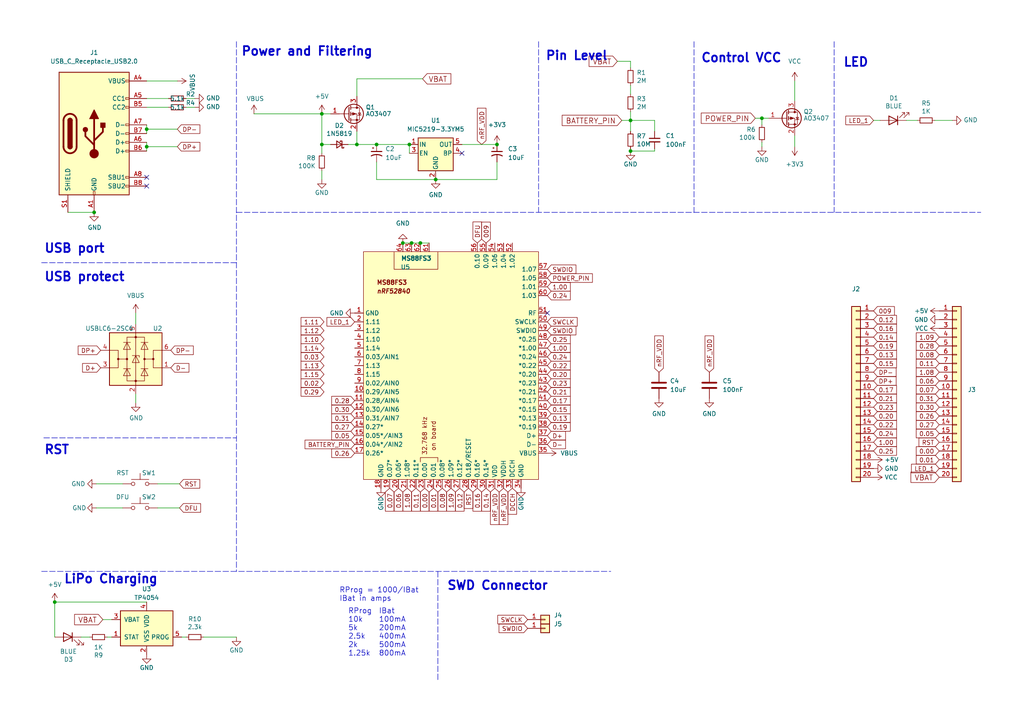
<source format=kicad_sch>
(kicad_sch (version 20211123) (generator eeschema)

  (uuid 6c175819-5e29-4d92-90d3-b572737e1192)

  (paper "A4")

  (lib_symbols
    (symbol "Battery_Management:MCP73831-3-OT" (pin_names (offset 1.016)) (in_bom yes) (on_board yes)
      (property "Reference" "U" (id 0) (at -7.62 6.35 0)
        (effects (font (size 1.27 1.27)) (justify left))
      )
      (property "Value" "MCP73831-3-OT" (id 1) (at 1.27 6.35 0)
        (effects (font (size 1.27 1.27)) (justify left))
      )
      (property "Footprint" "Package_TO_SOT_SMD:SOT-23-5" (id 2) (at 1.27 -6.35 0)
        (effects (font (size 1.27 1.27) italic) (justify left) hide)
      )
      (property "Datasheet" "http://ww1.microchip.com/downloads/en/DeviceDoc/20001984g.pdf" (id 3) (at -3.81 -1.27 0)
        (effects (font (size 1.27 1.27)) hide)
      )
      (property "ki_keywords" "battery charger lithium" (id 4) (at 0 0 0)
        (effects (font (size 1.27 1.27)) hide)
      )
      (property "ki_description" "Single cell, Li-Ion/Li-Po charge management controller, 4.35V, Tri-State Status Output, in SOT23-5 package" (id 5) (at 0 0 0)
        (effects (font (size 1.27 1.27)) hide)
      )
      (property "ki_fp_filters" "SOT?23*" (id 6) (at 0 0 0)
        (effects (font (size 1.27 1.27)) hide)
      )
      (symbol "MCP73831-3-OT_0_1"
        (rectangle (start -7.62 5.08) (end 7.62 -5.08)
          (stroke (width 0.254) (type default) (color 0 0 0 0))
          (fill (type background))
        )
      )
      (symbol "MCP73831-3-OT_1_1"
        (pin output line (at 10.16 -2.54 180) (length 2.54)
          (name "STAT" (effects (font (size 1.27 1.27))))
          (number "1" (effects (font (size 1.27 1.27))))
        )
        (pin power_in line (at 0 -7.62 90) (length 2.54)
          (name "VSS" (effects (font (size 1.27 1.27))))
          (number "2" (effects (font (size 1.27 1.27))))
        )
        (pin power_out line (at 10.16 2.54 180) (length 2.54)
          (name "VBAT" (effects (font (size 1.27 1.27))))
          (number "3" (effects (font (size 1.27 1.27))))
        )
        (pin power_in line (at 0 7.62 270) (length 2.54)
          (name "VDD" (effects (font (size 1.27 1.27))))
          (number "4" (effects (font (size 1.27 1.27))))
        )
        (pin input line (at -10.16 -2.54 0) (length 2.54)
          (name "PROG" (effects (font (size 1.27 1.27))))
          (number "5" (effects (font (size 1.27 1.27))))
        )
      )
    )
    (symbol "Connector:USB_C_Receptacle_USB2.0" (pin_names (offset 1.016)) (in_bom yes) (on_board yes)
      (property "Reference" "J" (id 0) (at -10.16 19.05 0)
        (effects (font (size 1.27 1.27)) (justify left))
      )
      (property "Value" "USB_C_Receptacle_USB2.0" (id 1) (at 19.05 19.05 0)
        (effects (font (size 1.27 1.27)) (justify right))
      )
      (property "Footprint" "" (id 2) (at 3.81 0 0)
        (effects (font (size 1.27 1.27)) hide)
      )
      (property "Datasheet" "https://www.usb.org/sites/default/files/documents/usb_type-c.zip" (id 3) (at 3.81 0 0)
        (effects (font (size 1.27 1.27)) hide)
      )
      (property "ki_keywords" "usb universal serial bus type-C USB2.0" (id 4) (at 0 0 0)
        (effects (font (size 1.27 1.27)) hide)
      )
      (property "ki_description" "USB 2.0-only Type-C Receptacle connector" (id 5) (at 0 0 0)
        (effects (font (size 1.27 1.27)) hide)
      )
      (property "ki_fp_filters" "USB*C*Receptacle*" (id 6) (at 0 0 0)
        (effects (font (size 1.27 1.27)) hide)
      )
      (symbol "USB_C_Receptacle_USB2.0_0_0"
        (rectangle (start -0.254 -17.78) (end 0.254 -16.764)
          (stroke (width 0) (type default) (color 0 0 0 0))
          (fill (type none))
        )
        (rectangle (start 10.16 -14.986) (end 9.144 -15.494)
          (stroke (width 0) (type default) (color 0 0 0 0))
          (fill (type none))
        )
        (rectangle (start 10.16 -12.446) (end 9.144 -12.954)
          (stroke (width 0) (type default) (color 0 0 0 0))
          (fill (type none))
        )
        (rectangle (start 10.16 -4.826) (end 9.144 -5.334)
          (stroke (width 0) (type default) (color 0 0 0 0))
          (fill (type none))
        )
        (rectangle (start 10.16 -2.286) (end 9.144 -2.794)
          (stroke (width 0) (type default) (color 0 0 0 0))
          (fill (type none))
        )
        (rectangle (start 10.16 0.254) (end 9.144 -0.254)
          (stroke (width 0) (type default) (color 0 0 0 0))
          (fill (type none))
        )
        (rectangle (start 10.16 2.794) (end 9.144 2.286)
          (stroke (width 0) (type default) (color 0 0 0 0))
          (fill (type none))
        )
        (rectangle (start 10.16 7.874) (end 9.144 7.366)
          (stroke (width 0) (type default) (color 0 0 0 0))
          (fill (type none))
        )
        (rectangle (start 10.16 10.414) (end 9.144 9.906)
          (stroke (width 0) (type default) (color 0 0 0 0))
          (fill (type none))
        )
        (rectangle (start 10.16 15.494) (end 9.144 14.986)
          (stroke (width 0) (type default) (color 0 0 0 0))
          (fill (type none))
        )
      )
      (symbol "USB_C_Receptacle_USB2.0_0_1"
        (rectangle (start -10.16 17.78) (end 10.16 -17.78)
          (stroke (width 0.254) (type default) (color 0 0 0 0))
          (fill (type background))
        )
        (arc (start -8.89 -3.81) (mid -6.985 -5.715) (end -5.08 -3.81)
          (stroke (width 0.508) (type default) (color 0 0 0 0))
          (fill (type none))
        )
        (arc (start -7.62 -3.81) (mid -6.985 -4.445) (end -6.35 -3.81)
          (stroke (width 0.254) (type default) (color 0 0 0 0))
          (fill (type none))
        )
        (arc (start -7.62 -3.81) (mid -6.985 -4.445) (end -6.35 -3.81)
          (stroke (width 0.254) (type default) (color 0 0 0 0))
          (fill (type outline))
        )
        (rectangle (start -7.62 -3.81) (end -6.35 3.81)
          (stroke (width 0.254) (type default) (color 0 0 0 0))
          (fill (type outline))
        )
        (arc (start -6.35 3.81) (mid -6.985 4.445) (end -7.62 3.81)
          (stroke (width 0.254) (type default) (color 0 0 0 0))
          (fill (type none))
        )
        (arc (start -6.35 3.81) (mid -6.985 4.445) (end -7.62 3.81)
          (stroke (width 0.254) (type default) (color 0 0 0 0))
          (fill (type outline))
        )
        (arc (start -5.08 3.81) (mid -6.985 5.715) (end -8.89 3.81)
          (stroke (width 0.508) (type default) (color 0 0 0 0))
          (fill (type none))
        )
        (circle (center -2.54 1.143) (radius 0.635)
          (stroke (width 0.254) (type default) (color 0 0 0 0))
          (fill (type outline))
        )
        (circle (center 0 -5.842) (radius 1.27)
          (stroke (width 0) (type default) (color 0 0 0 0))
          (fill (type outline))
        )
        (polyline
          (pts
            (xy -8.89 -3.81)
            (xy -8.89 3.81)
          )
          (stroke (width 0.508) (type default) (color 0 0 0 0))
          (fill (type none))
        )
        (polyline
          (pts
            (xy -5.08 3.81)
            (xy -5.08 -3.81)
          )
          (stroke (width 0.508) (type default) (color 0 0 0 0))
          (fill (type none))
        )
        (polyline
          (pts
            (xy 0 -5.842)
            (xy 0 4.318)
          )
          (stroke (width 0.508) (type default) (color 0 0 0 0))
          (fill (type none))
        )
        (polyline
          (pts
            (xy 0 -3.302)
            (xy -2.54 -0.762)
            (xy -2.54 0.508)
          )
          (stroke (width 0.508) (type default) (color 0 0 0 0))
          (fill (type none))
        )
        (polyline
          (pts
            (xy 0 -2.032)
            (xy 2.54 0.508)
            (xy 2.54 1.778)
          )
          (stroke (width 0.508) (type default) (color 0 0 0 0))
          (fill (type none))
        )
        (polyline
          (pts
            (xy -1.27 4.318)
            (xy 0 6.858)
            (xy 1.27 4.318)
            (xy -1.27 4.318)
          )
          (stroke (width 0.254) (type default) (color 0 0 0 0))
          (fill (type outline))
        )
        (rectangle (start 1.905 1.778) (end 3.175 3.048)
          (stroke (width 0.254) (type default) (color 0 0 0 0))
          (fill (type outline))
        )
      )
      (symbol "USB_C_Receptacle_USB2.0_1_1"
        (pin passive line (at 0 -22.86 90) (length 5.08)
          (name "GND" (effects (font (size 1.27 1.27))))
          (number "A1" (effects (font (size 1.27 1.27))))
        )
        (pin passive line (at 0 -22.86 90) (length 5.08) hide
          (name "GND" (effects (font (size 1.27 1.27))))
          (number "A12" (effects (font (size 1.27 1.27))))
        )
        (pin passive line (at 15.24 15.24 180) (length 5.08)
          (name "VBUS" (effects (font (size 1.27 1.27))))
          (number "A4" (effects (font (size 1.27 1.27))))
        )
        (pin bidirectional line (at 15.24 10.16 180) (length 5.08)
          (name "CC1" (effects (font (size 1.27 1.27))))
          (number "A5" (effects (font (size 1.27 1.27))))
        )
        (pin bidirectional line (at 15.24 -2.54 180) (length 5.08)
          (name "D+" (effects (font (size 1.27 1.27))))
          (number "A6" (effects (font (size 1.27 1.27))))
        )
        (pin bidirectional line (at 15.24 2.54 180) (length 5.08)
          (name "D-" (effects (font (size 1.27 1.27))))
          (number "A7" (effects (font (size 1.27 1.27))))
        )
        (pin bidirectional line (at 15.24 -12.7 180) (length 5.08)
          (name "SBU1" (effects (font (size 1.27 1.27))))
          (number "A8" (effects (font (size 1.27 1.27))))
        )
        (pin passive line (at 15.24 15.24 180) (length 5.08) hide
          (name "VBUS" (effects (font (size 1.27 1.27))))
          (number "A9" (effects (font (size 1.27 1.27))))
        )
        (pin passive line (at 0 -22.86 90) (length 5.08) hide
          (name "GND" (effects (font (size 1.27 1.27))))
          (number "B1" (effects (font (size 1.27 1.27))))
        )
        (pin passive line (at 0 -22.86 90) (length 5.08) hide
          (name "GND" (effects (font (size 1.27 1.27))))
          (number "B12" (effects (font (size 1.27 1.27))))
        )
        (pin passive line (at 15.24 15.24 180) (length 5.08) hide
          (name "VBUS" (effects (font (size 1.27 1.27))))
          (number "B4" (effects (font (size 1.27 1.27))))
        )
        (pin bidirectional line (at 15.24 7.62 180) (length 5.08)
          (name "CC2" (effects (font (size 1.27 1.27))))
          (number "B5" (effects (font (size 1.27 1.27))))
        )
        (pin bidirectional line (at 15.24 -5.08 180) (length 5.08)
          (name "D+" (effects (font (size 1.27 1.27))))
          (number "B6" (effects (font (size 1.27 1.27))))
        )
        (pin bidirectional line (at 15.24 0 180) (length 5.08)
          (name "D-" (effects (font (size 1.27 1.27))))
          (number "B7" (effects (font (size 1.27 1.27))))
        )
        (pin bidirectional line (at 15.24 -15.24 180) (length 5.08)
          (name "SBU2" (effects (font (size 1.27 1.27))))
          (number "B8" (effects (font (size 1.27 1.27))))
        )
        (pin passive line (at 15.24 15.24 180) (length 5.08) hide
          (name "VBUS" (effects (font (size 1.27 1.27))))
          (number "B9" (effects (font (size 1.27 1.27))))
        )
        (pin passive line (at -7.62 -22.86 90) (length 5.08)
          (name "SHIELD" (effects (font (size 1.27 1.27))))
          (number "S1" (effects (font (size 1.27 1.27))))
        )
      )
    )
    (symbol "Connector_Generic:Conn_01x01" (pin_names (offset 1.016) hide) (in_bom yes) (on_board yes)
      (property "Reference" "J" (id 0) (at 0 2.54 0)
        (effects (font (size 1.27 1.27)))
      )
      (property "Value" "Conn_01x01" (id 1) (at 0 -2.54 0)
        (effects (font (size 1.27 1.27)))
      )
      (property "Footprint" "" (id 2) (at 0 0 0)
        (effects (font (size 1.27 1.27)) hide)
      )
      (property "Datasheet" "~" (id 3) (at 0 0 0)
        (effects (font (size 1.27 1.27)) hide)
      )
      (property "ki_keywords" "connector" (id 4) (at 0 0 0)
        (effects (font (size 1.27 1.27)) hide)
      )
      (property "ki_description" "Generic connector, single row, 01x01, script generated (kicad-library-utils/schlib/autogen/connector/)" (id 5) (at 0 0 0)
        (effects (font (size 1.27 1.27)) hide)
      )
      (property "ki_fp_filters" "Connector*:*_1x??_*" (id 6) (at 0 0 0)
        (effects (font (size 1.27 1.27)) hide)
      )
      (symbol "Conn_01x01_1_1"
        (rectangle (start -1.27 0.127) (end 0 -0.127)
          (stroke (width 0.1524) (type default) (color 0 0 0 0))
          (fill (type none))
        )
        (rectangle (start -1.27 1.27) (end 1.27 -1.27)
          (stroke (width 0.254) (type default) (color 0 0 0 0))
          (fill (type background))
        )
        (pin passive line (at -5.08 0 0) (length 3.81)
          (name "Pin_1" (effects (font (size 1.27 1.27))))
          (number "1" (effects (font (size 1.27 1.27))))
        )
      )
    )
    (symbol "Connector_Generic:Conn_01x20" (pin_names (offset 1.016) hide) (in_bom yes) (on_board yes)
      (property "Reference" "J" (id 0) (at 0 25.4 0)
        (effects (font (size 1.27 1.27)))
      )
      (property "Value" "Conn_01x20" (id 1) (at 0 -27.94 0)
        (effects (font (size 1.27 1.27)))
      )
      (property "Footprint" "" (id 2) (at 0 0 0)
        (effects (font (size 1.27 1.27)) hide)
      )
      (property "Datasheet" "~" (id 3) (at 0 0 0)
        (effects (font (size 1.27 1.27)) hide)
      )
      (property "ki_keywords" "connector" (id 4) (at 0 0 0)
        (effects (font (size 1.27 1.27)) hide)
      )
      (property "ki_description" "Generic connector, single row, 01x20, script generated (kicad-library-utils/schlib/autogen/connector/)" (id 5) (at 0 0 0)
        (effects (font (size 1.27 1.27)) hide)
      )
      (property "ki_fp_filters" "Connector*:*_1x??_*" (id 6) (at 0 0 0)
        (effects (font (size 1.27 1.27)) hide)
      )
      (symbol "Conn_01x20_1_1"
        (rectangle (start -1.27 -25.273) (end 0 -25.527)
          (stroke (width 0.1524) (type default) (color 0 0 0 0))
          (fill (type none))
        )
        (rectangle (start -1.27 -22.733) (end 0 -22.987)
          (stroke (width 0.1524) (type default) (color 0 0 0 0))
          (fill (type none))
        )
        (rectangle (start -1.27 -20.193) (end 0 -20.447)
          (stroke (width 0.1524) (type default) (color 0 0 0 0))
          (fill (type none))
        )
        (rectangle (start -1.27 -17.653) (end 0 -17.907)
          (stroke (width 0.1524) (type default) (color 0 0 0 0))
          (fill (type none))
        )
        (rectangle (start -1.27 -15.113) (end 0 -15.367)
          (stroke (width 0.1524) (type default) (color 0 0 0 0))
          (fill (type none))
        )
        (rectangle (start -1.27 -12.573) (end 0 -12.827)
          (stroke (width 0.1524) (type default) (color 0 0 0 0))
          (fill (type none))
        )
        (rectangle (start -1.27 -10.033) (end 0 -10.287)
          (stroke (width 0.1524) (type default) (color 0 0 0 0))
          (fill (type none))
        )
        (rectangle (start -1.27 -7.493) (end 0 -7.747)
          (stroke (width 0.1524) (type default) (color 0 0 0 0))
          (fill (type none))
        )
        (rectangle (start -1.27 -4.953) (end 0 -5.207)
          (stroke (width 0.1524) (type default) (color 0 0 0 0))
          (fill (type none))
        )
        (rectangle (start -1.27 -2.413) (end 0 -2.667)
          (stroke (width 0.1524) (type default) (color 0 0 0 0))
          (fill (type none))
        )
        (rectangle (start -1.27 0.127) (end 0 -0.127)
          (stroke (width 0.1524) (type default) (color 0 0 0 0))
          (fill (type none))
        )
        (rectangle (start -1.27 2.667) (end 0 2.413)
          (stroke (width 0.1524) (type default) (color 0 0 0 0))
          (fill (type none))
        )
        (rectangle (start -1.27 5.207) (end 0 4.953)
          (stroke (width 0.1524) (type default) (color 0 0 0 0))
          (fill (type none))
        )
        (rectangle (start -1.27 7.747) (end 0 7.493)
          (stroke (width 0.1524) (type default) (color 0 0 0 0))
          (fill (type none))
        )
        (rectangle (start -1.27 10.287) (end 0 10.033)
          (stroke (width 0.1524) (type default) (color 0 0 0 0))
          (fill (type none))
        )
        (rectangle (start -1.27 12.827) (end 0 12.573)
          (stroke (width 0.1524) (type default) (color 0 0 0 0))
          (fill (type none))
        )
        (rectangle (start -1.27 15.367) (end 0 15.113)
          (stroke (width 0.1524) (type default) (color 0 0 0 0))
          (fill (type none))
        )
        (rectangle (start -1.27 17.907) (end 0 17.653)
          (stroke (width 0.1524) (type default) (color 0 0 0 0))
          (fill (type none))
        )
        (rectangle (start -1.27 20.447) (end 0 20.193)
          (stroke (width 0.1524) (type default) (color 0 0 0 0))
          (fill (type none))
        )
        (rectangle (start -1.27 22.987) (end 0 22.733)
          (stroke (width 0.1524) (type default) (color 0 0 0 0))
          (fill (type none))
        )
        (rectangle (start -1.27 24.13) (end 1.27 -26.67)
          (stroke (width 0.254) (type default) (color 0 0 0 0))
          (fill (type background))
        )
        (pin passive line (at -5.08 22.86 0) (length 3.81)
          (name "Pin_1" (effects (font (size 1.27 1.27))))
          (number "1" (effects (font (size 1.27 1.27))))
        )
        (pin passive line (at -5.08 0 0) (length 3.81)
          (name "Pin_10" (effects (font (size 1.27 1.27))))
          (number "10" (effects (font (size 1.27 1.27))))
        )
        (pin passive line (at -5.08 -2.54 0) (length 3.81)
          (name "Pin_11" (effects (font (size 1.27 1.27))))
          (number "11" (effects (font (size 1.27 1.27))))
        )
        (pin passive line (at -5.08 -5.08 0) (length 3.81)
          (name "Pin_12" (effects (font (size 1.27 1.27))))
          (number "12" (effects (font (size 1.27 1.27))))
        )
        (pin passive line (at -5.08 -7.62 0) (length 3.81)
          (name "Pin_13" (effects (font (size 1.27 1.27))))
          (number "13" (effects (font (size 1.27 1.27))))
        )
        (pin passive line (at -5.08 -10.16 0) (length 3.81)
          (name "Pin_14" (effects (font (size 1.27 1.27))))
          (number "14" (effects (font (size 1.27 1.27))))
        )
        (pin passive line (at -5.08 -12.7 0) (length 3.81)
          (name "Pin_15" (effects (font (size 1.27 1.27))))
          (number "15" (effects (font (size 1.27 1.27))))
        )
        (pin passive line (at -5.08 -15.24 0) (length 3.81)
          (name "Pin_16" (effects (font (size 1.27 1.27))))
          (number "16" (effects (font (size 1.27 1.27))))
        )
        (pin passive line (at -5.08 -17.78 0) (length 3.81)
          (name "Pin_17" (effects (font (size 1.27 1.27))))
          (number "17" (effects (font (size 1.27 1.27))))
        )
        (pin passive line (at -5.08 -20.32 0) (length 3.81)
          (name "Pin_18" (effects (font (size 1.27 1.27))))
          (number "18" (effects (font (size 1.27 1.27))))
        )
        (pin passive line (at -5.08 -22.86 0) (length 3.81)
          (name "Pin_19" (effects (font (size 1.27 1.27))))
          (number "19" (effects (font (size 1.27 1.27))))
        )
        (pin passive line (at -5.08 20.32 0) (length 3.81)
          (name "Pin_2" (effects (font (size 1.27 1.27))))
          (number "2" (effects (font (size 1.27 1.27))))
        )
        (pin passive line (at -5.08 -25.4 0) (length 3.81)
          (name "Pin_20" (effects (font (size 1.27 1.27))))
          (number "20" (effects (font (size 1.27 1.27))))
        )
        (pin passive line (at -5.08 17.78 0) (length 3.81)
          (name "Pin_3" (effects (font (size 1.27 1.27))))
          (number "3" (effects (font (size 1.27 1.27))))
        )
        (pin passive line (at -5.08 15.24 0) (length 3.81)
          (name "Pin_4" (effects (font (size 1.27 1.27))))
          (number "4" (effects (font (size 1.27 1.27))))
        )
        (pin passive line (at -5.08 12.7 0) (length 3.81)
          (name "Pin_5" (effects (font (size 1.27 1.27))))
          (number "5" (effects (font (size 1.27 1.27))))
        )
        (pin passive line (at -5.08 10.16 0) (length 3.81)
          (name "Pin_6" (effects (font (size 1.27 1.27))))
          (number "6" (effects (font (size 1.27 1.27))))
        )
        (pin passive line (at -5.08 7.62 0) (length 3.81)
          (name "Pin_7" (effects (font (size 1.27 1.27))))
          (number "7" (effects (font (size 1.27 1.27))))
        )
        (pin passive line (at -5.08 5.08 0) (length 3.81)
          (name "Pin_8" (effects (font (size 1.27 1.27))))
          (number "8" (effects (font (size 1.27 1.27))))
        )
        (pin passive line (at -5.08 2.54 0) (length 3.81)
          (name "Pin_9" (effects (font (size 1.27 1.27))))
          (number "9" (effects (font (size 1.27 1.27))))
        )
      )
    )
    (symbol "Device:C" (pin_numbers hide) (pin_names (offset 0.254)) (in_bom yes) (on_board yes)
      (property "Reference" "C" (id 0) (at 0.635 2.54 0)
        (effects (font (size 1.27 1.27)) (justify left))
      )
      (property "Value" "C" (id 1) (at 0.635 -2.54 0)
        (effects (font (size 1.27 1.27)) (justify left))
      )
      (property "Footprint" "" (id 2) (at 0.9652 -3.81 0)
        (effects (font (size 1.27 1.27)) hide)
      )
      (property "Datasheet" "~" (id 3) (at 0 0 0)
        (effects (font (size 1.27 1.27)) hide)
      )
      (property "ki_keywords" "cap capacitor" (id 4) (at 0 0 0)
        (effects (font (size 1.27 1.27)) hide)
      )
      (property "ki_description" "Unpolarized capacitor" (id 5) (at 0 0 0)
        (effects (font (size 1.27 1.27)) hide)
      )
      (property "ki_fp_filters" "C_*" (id 6) (at 0 0 0)
        (effects (font (size 1.27 1.27)) hide)
      )
      (symbol "C_0_1"
        (polyline
          (pts
            (xy -2.032 -0.762)
            (xy 2.032 -0.762)
          )
          (stroke (width 0.508) (type default) (color 0 0 0 0))
          (fill (type none))
        )
        (polyline
          (pts
            (xy -2.032 0.762)
            (xy 2.032 0.762)
          )
          (stroke (width 0.508) (type default) (color 0 0 0 0))
          (fill (type none))
        )
      )
      (symbol "C_1_1"
        (pin passive line (at 0 3.81 270) (length 2.794)
          (name "~" (effects (font (size 1.27 1.27))))
          (number "1" (effects (font (size 1.27 1.27))))
        )
        (pin passive line (at 0 -3.81 90) (length 2.794)
          (name "~" (effects (font (size 1.27 1.27))))
          (number "2" (effects (font (size 1.27 1.27))))
        )
      )
    )
    (symbol "Device:C_Polarized_Small_US" (pin_numbers hide) (pin_names (offset 0.254) hide) (in_bom yes) (on_board yes)
      (property "Reference" "C" (id 0) (at 0.254 1.778 0)
        (effects (font (size 1.27 1.27)) (justify left))
      )
      (property "Value" "C_Polarized_Small_US" (id 1) (at 0.254 -2.032 0)
        (effects (font (size 1.27 1.27)) (justify left))
      )
      (property "Footprint" "" (id 2) (at 0 0 0)
        (effects (font (size 1.27 1.27)) hide)
      )
      (property "Datasheet" "~" (id 3) (at 0 0 0)
        (effects (font (size 1.27 1.27)) hide)
      )
      (property "ki_keywords" "cap capacitor" (id 4) (at 0 0 0)
        (effects (font (size 1.27 1.27)) hide)
      )
      (property "ki_description" "Polarized capacitor, small US symbol" (id 5) (at 0 0 0)
        (effects (font (size 1.27 1.27)) hide)
      )
      (property "ki_fp_filters" "CP_*" (id 6) (at 0 0 0)
        (effects (font (size 1.27 1.27)) hide)
      )
      (symbol "C_Polarized_Small_US_0_1"
        (polyline
          (pts
            (xy -1.524 0.508)
            (xy 1.524 0.508)
          )
          (stroke (width 0.3048) (type default) (color 0 0 0 0))
          (fill (type none))
        )
        (polyline
          (pts
            (xy -1.27 1.524)
            (xy -0.762 1.524)
          )
          (stroke (width 0) (type default) (color 0 0 0 0))
          (fill (type none))
        )
        (polyline
          (pts
            (xy -1.016 1.27)
            (xy -1.016 1.778)
          )
          (stroke (width 0) (type default) (color 0 0 0 0))
          (fill (type none))
        )
        (arc (start 1.524 -0.762) (mid 0 -0.3734) (end -1.524 -0.762)
          (stroke (width 0.3048) (type default) (color 0 0 0 0))
          (fill (type none))
        )
      )
      (symbol "C_Polarized_Small_US_1_1"
        (pin passive line (at 0 2.54 270) (length 2.032)
          (name "~" (effects (font (size 1.27 1.27))))
          (number "1" (effects (font (size 1.27 1.27))))
        )
        (pin passive line (at 0 -2.54 90) (length 2.032)
          (name "~" (effects (font (size 1.27 1.27))))
          (number "2" (effects (font (size 1.27 1.27))))
        )
      )
    )
    (symbol "Device:C_Small" (pin_numbers hide) (pin_names (offset 0.254) hide) (in_bom yes) (on_board yes)
      (property "Reference" "C" (id 0) (at 0.254 1.778 0)
        (effects (font (size 1.27 1.27)) (justify left))
      )
      (property "Value" "C_Small" (id 1) (at 0.254 -2.032 0)
        (effects (font (size 1.27 1.27)) (justify left))
      )
      (property "Footprint" "" (id 2) (at 0 0 0)
        (effects (font (size 1.27 1.27)) hide)
      )
      (property "Datasheet" "~" (id 3) (at 0 0 0)
        (effects (font (size 1.27 1.27)) hide)
      )
      (property "ki_keywords" "capacitor cap" (id 4) (at 0 0 0)
        (effects (font (size 1.27 1.27)) hide)
      )
      (property "ki_description" "Unpolarized capacitor, small symbol" (id 5) (at 0 0 0)
        (effects (font (size 1.27 1.27)) hide)
      )
      (property "ki_fp_filters" "C_*" (id 6) (at 0 0 0)
        (effects (font (size 1.27 1.27)) hide)
      )
      (symbol "C_Small_0_1"
        (polyline
          (pts
            (xy -1.524 -0.508)
            (xy 1.524 -0.508)
          )
          (stroke (width 0.3302) (type default) (color 0 0 0 0))
          (fill (type none))
        )
        (polyline
          (pts
            (xy -1.524 0.508)
            (xy 1.524 0.508)
          )
          (stroke (width 0.3048) (type default) (color 0 0 0 0))
          (fill (type none))
        )
      )
      (symbol "C_Small_1_1"
        (pin passive line (at 0 2.54 270) (length 2.032)
          (name "~" (effects (font (size 1.27 1.27))))
          (number "1" (effects (font (size 1.27 1.27))))
        )
        (pin passive line (at 0 -2.54 90) (length 2.032)
          (name "~" (effects (font (size 1.27 1.27))))
          (number "2" (effects (font (size 1.27 1.27))))
        )
      )
    )
    (symbol "Device:D_Schottky_Small" (pin_numbers hide) (pin_names (offset 0.254) hide) (in_bom yes) (on_board yes)
      (property "Reference" "D" (id 0) (at -1.27 2.032 0)
        (effects (font (size 1.27 1.27)) (justify left))
      )
      (property "Value" "D_Schottky_Small" (id 1) (at -7.112 -2.032 0)
        (effects (font (size 1.27 1.27)) (justify left))
      )
      (property "Footprint" "" (id 2) (at 0 0 90)
        (effects (font (size 1.27 1.27)) hide)
      )
      (property "Datasheet" "~" (id 3) (at 0 0 90)
        (effects (font (size 1.27 1.27)) hide)
      )
      (property "ki_keywords" "diode Schottky" (id 4) (at 0 0 0)
        (effects (font (size 1.27 1.27)) hide)
      )
      (property "ki_description" "Schottky diode, small symbol" (id 5) (at 0 0 0)
        (effects (font (size 1.27 1.27)) hide)
      )
      (property "ki_fp_filters" "TO-???* *_Diode_* *SingleDiode* D_*" (id 6) (at 0 0 0)
        (effects (font (size 1.27 1.27)) hide)
      )
      (symbol "D_Schottky_Small_0_1"
        (polyline
          (pts
            (xy -0.762 0)
            (xy 0.762 0)
          )
          (stroke (width 0) (type default) (color 0 0 0 0))
          (fill (type none))
        )
        (polyline
          (pts
            (xy 0.762 -1.016)
            (xy -0.762 0)
            (xy 0.762 1.016)
            (xy 0.762 -1.016)
          )
          (stroke (width 0.254) (type default) (color 0 0 0 0))
          (fill (type none))
        )
        (polyline
          (pts
            (xy -1.27 0.762)
            (xy -1.27 1.016)
            (xy -0.762 1.016)
            (xy -0.762 -1.016)
            (xy -0.254 -1.016)
            (xy -0.254 -0.762)
          )
          (stroke (width 0.254) (type default) (color 0 0 0 0))
          (fill (type none))
        )
      )
      (symbol "D_Schottky_Small_1_1"
        (pin passive line (at -2.54 0 0) (length 1.778)
          (name "K" (effects (font (size 1.27 1.27))))
          (number "1" (effects (font (size 1.27 1.27))))
        )
        (pin passive line (at 2.54 0 180) (length 1.778)
          (name "A" (effects (font (size 1.27 1.27))))
          (number "2" (effects (font (size 1.27 1.27))))
        )
      )
    )
    (symbol "Device:LED" (pin_numbers hide) (pin_names (offset 1.016) hide) (in_bom yes) (on_board yes)
      (property "Reference" "D" (id 0) (at 0 2.54 0)
        (effects (font (size 1.27 1.27)))
      )
      (property "Value" "LED" (id 1) (at 0 -2.54 0)
        (effects (font (size 1.27 1.27)))
      )
      (property "Footprint" "" (id 2) (at 0 0 0)
        (effects (font (size 1.27 1.27)) hide)
      )
      (property "Datasheet" "~" (id 3) (at 0 0 0)
        (effects (font (size 1.27 1.27)) hide)
      )
      (property "ki_keywords" "LED diode" (id 4) (at 0 0 0)
        (effects (font (size 1.27 1.27)) hide)
      )
      (property "ki_description" "Light emitting diode" (id 5) (at 0 0 0)
        (effects (font (size 1.27 1.27)) hide)
      )
      (property "ki_fp_filters" "LED* LED_SMD:* LED_THT:*" (id 6) (at 0 0 0)
        (effects (font (size 1.27 1.27)) hide)
      )
      (symbol "LED_0_1"
        (polyline
          (pts
            (xy -1.27 -1.27)
            (xy -1.27 1.27)
          )
          (stroke (width 0.254) (type default) (color 0 0 0 0))
          (fill (type none))
        )
        (polyline
          (pts
            (xy -1.27 0)
            (xy 1.27 0)
          )
          (stroke (width 0) (type default) (color 0 0 0 0))
          (fill (type none))
        )
        (polyline
          (pts
            (xy 1.27 -1.27)
            (xy 1.27 1.27)
            (xy -1.27 0)
            (xy 1.27 -1.27)
          )
          (stroke (width 0.254) (type default) (color 0 0 0 0))
          (fill (type none))
        )
        (polyline
          (pts
            (xy -3.048 -0.762)
            (xy -4.572 -2.286)
            (xy -3.81 -2.286)
            (xy -4.572 -2.286)
            (xy -4.572 -1.524)
          )
          (stroke (width 0) (type default) (color 0 0 0 0))
          (fill (type none))
        )
        (polyline
          (pts
            (xy -1.778 -0.762)
            (xy -3.302 -2.286)
            (xy -2.54 -2.286)
            (xy -3.302 -2.286)
            (xy -3.302 -1.524)
          )
          (stroke (width 0) (type default) (color 0 0 0 0))
          (fill (type none))
        )
      )
      (symbol "LED_1_1"
        (pin passive line (at -3.81 0 0) (length 2.54)
          (name "K" (effects (font (size 1.27 1.27))))
          (number "1" (effects (font (size 1.27 1.27))))
        )
        (pin passive line (at 3.81 0 180) (length 2.54)
          (name "A" (effects (font (size 1.27 1.27))))
          (number "2" (effects (font (size 1.27 1.27))))
        )
      )
    )
    (symbol "Device:Q_PMOS_GSD" (pin_names (offset 0) hide) (in_bom yes) (on_board yes)
      (property "Reference" "Q" (id 0) (at 5.08 1.27 0)
        (effects (font (size 1.27 1.27)) (justify left))
      )
      (property "Value" "Q_PMOS_GSD" (id 1) (at 5.08 -1.27 0)
        (effects (font (size 1.27 1.27)) (justify left))
      )
      (property "Footprint" "" (id 2) (at 5.08 2.54 0)
        (effects (font (size 1.27 1.27)) hide)
      )
      (property "Datasheet" "~" (id 3) (at 0 0 0)
        (effects (font (size 1.27 1.27)) hide)
      )
      (property "ki_keywords" "transistor PMOS P-MOS P-MOSFET" (id 4) (at 0 0 0)
        (effects (font (size 1.27 1.27)) hide)
      )
      (property "ki_description" "P-MOSFET transistor, gate/source/drain" (id 5) (at 0 0 0)
        (effects (font (size 1.27 1.27)) hide)
      )
      (symbol "Q_PMOS_GSD_0_1"
        (polyline
          (pts
            (xy 0.254 0)
            (xy -2.54 0)
          )
          (stroke (width 0) (type default) (color 0 0 0 0))
          (fill (type none))
        )
        (polyline
          (pts
            (xy 0.254 1.905)
            (xy 0.254 -1.905)
          )
          (stroke (width 0.254) (type default) (color 0 0 0 0))
          (fill (type none))
        )
        (polyline
          (pts
            (xy 0.762 -1.27)
            (xy 0.762 -2.286)
          )
          (stroke (width 0.254) (type default) (color 0 0 0 0))
          (fill (type none))
        )
        (polyline
          (pts
            (xy 0.762 0.508)
            (xy 0.762 -0.508)
          )
          (stroke (width 0.254) (type default) (color 0 0 0 0))
          (fill (type none))
        )
        (polyline
          (pts
            (xy 0.762 2.286)
            (xy 0.762 1.27)
          )
          (stroke (width 0.254) (type default) (color 0 0 0 0))
          (fill (type none))
        )
        (polyline
          (pts
            (xy 2.54 2.54)
            (xy 2.54 1.778)
          )
          (stroke (width 0) (type default) (color 0 0 0 0))
          (fill (type none))
        )
        (polyline
          (pts
            (xy 2.54 -2.54)
            (xy 2.54 0)
            (xy 0.762 0)
          )
          (stroke (width 0) (type default) (color 0 0 0 0))
          (fill (type none))
        )
        (polyline
          (pts
            (xy 0.762 1.778)
            (xy 3.302 1.778)
            (xy 3.302 -1.778)
            (xy 0.762 -1.778)
          )
          (stroke (width 0) (type default) (color 0 0 0 0))
          (fill (type none))
        )
        (polyline
          (pts
            (xy 2.286 0)
            (xy 1.27 0.381)
            (xy 1.27 -0.381)
            (xy 2.286 0)
          )
          (stroke (width 0) (type default) (color 0 0 0 0))
          (fill (type outline))
        )
        (polyline
          (pts
            (xy 2.794 -0.508)
            (xy 2.921 -0.381)
            (xy 3.683 -0.381)
            (xy 3.81 -0.254)
          )
          (stroke (width 0) (type default) (color 0 0 0 0))
          (fill (type none))
        )
        (polyline
          (pts
            (xy 3.302 -0.381)
            (xy 2.921 0.254)
            (xy 3.683 0.254)
            (xy 3.302 -0.381)
          )
          (stroke (width 0) (type default) (color 0 0 0 0))
          (fill (type none))
        )
        (circle (center 1.651 0) (radius 2.794)
          (stroke (width 0.254) (type default) (color 0 0 0 0))
          (fill (type none))
        )
        (circle (center 2.54 -1.778) (radius 0.254)
          (stroke (width 0) (type default) (color 0 0 0 0))
          (fill (type outline))
        )
        (circle (center 2.54 1.778) (radius 0.254)
          (stroke (width 0) (type default) (color 0 0 0 0))
          (fill (type outline))
        )
      )
      (symbol "Q_PMOS_GSD_1_1"
        (pin input line (at -5.08 0 0) (length 2.54)
          (name "G" (effects (font (size 1.27 1.27))))
          (number "1" (effects (font (size 1.27 1.27))))
        )
        (pin passive line (at 2.54 -5.08 90) (length 2.54)
          (name "S" (effects (font (size 1.27 1.27))))
          (number "2" (effects (font (size 1.27 1.27))))
        )
        (pin passive line (at 2.54 5.08 270) (length 2.54)
          (name "D" (effects (font (size 1.27 1.27))))
          (number "3" (effects (font (size 1.27 1.27))))
        )
      )
    )
    (symbol "Device:R_Small" (pin_numbers hide) (pin_names (offset 0.254) hide) (in_bom yes) (on_board yes)
      (property "Reference" "R" (id 0) (at 0.762 0.508 0)
        (effects (font (size 1.27 1.27)) (justify left))
      )
      (property "Value" "R_Small" (id 1) (at 0.762 -1.016 0)
        (effects (font (size 1.27 1.27)) (justify left))
      )
      (property "Footprint" "" (id 2) (at 0 0 0)
        (effects (font (size 1.27 1.27)) hide)
      )
      (property "Datasheet" "~" (id 3) (at 0 0 0)
        (effects (font (size 1.27 1.27)) hide)
      )
      (property "ki_keywords" "R resistor" (id 4) (at 0 0 0)
        (effects (font (size 1.27 1.27)) hide)
      )
      (property "ki_description" "Resistor, small symbol" (id 5) (at 0 0 0)
        (effects (font (size 1.27 1.27)) hide)
      )
      (property "ki_fp_filters" "R_*" (id 6) (at 0 0 0)
        (effects (font (size 1.27 1.27)) hide)
      )
      (symbol "R_Small_0_1"
        (rectangle (start -0.762 1.778) (end 0.762 -1.778)
          (stroke (width 0.2032) (type default) (color 0 0 0 0))
          (fill (type none))
        )
      )
      (symbol "R_Small_1_1"
        (pin passive line (at 0 2.54 270) (length 0.762)
          (name "~" (effects (font (size 1.27 1.27))))
          (number "1" (effects (font (size 1.27 1.27))))
        )
        (pin passive line (at 0 -2.54 90) (length 0.762)
          (name "~" (effects (font (size 1.27 1.27))))
          (number "2" (effects (font (size 1.27 1.27))))
        )
      )
    )
    (symbol "Power_Protection:USBLC6-2SC6" (pin_names hide) (in_bom yes) (on_board yes)
      (property "Reference" "U" (id 0) (at 2.54 8.89 0)
        (effects (font (size 1.27 1.27)) (justify left))
      )
      (property "Value" "USBLC6-2SC6" (id 1) (at 2.54 -8.89 0)
        (effects (font (size 1.27 1.27)) (justify left))
      )
      (property "Footprint" "Package_TO_SOT_SMD:SOT-23-6" (id 2) (at 0 -12.7 0)
        (effects (font (size 1.27 1.27)) hide)
      )
      (property "Datasheet" "https://www.st.com/resource/en/datasheet/usblc6-2.pdf" (id 3) (at 5.08 8.89 0)
        (effects (font (size 1.27 1.27)) hide)
      )
      (property "ki_keywords" "usb ethernet video" (id 4) (at 0 0 0)
        (effects (font (size 1.27 1.27)) hide)
      )
      (property "ki_description" "Very low capacitance ESD protection diode, 2 data-line, SOT-23-6" (id 5) (at 0 0 0)
        (effects (font (size 1.27 1.27)) hide)
      )
      (property "ki_fp_filters" "SOT?23*" (id 6) (at 0 0 0)
        (effects (font (size 1.27 1.27)) hide)
      )
      (symbol "USBLC6-2SC6_0_1"
        (rectangle (start -7.62 -7.62) (end 7.62 7.62)
          (stroke (width 0.254) (type default) (color 0 0 0 0))
          (fill (type background))
        )
        (circle (center -5.08 0) (radius 0.254)
          (stroke (width 0) (type default) (color 0 0 0 0))
          (fill (type outline))
        )
        (circle (center -2.54 0) (radius 0.254)
          (stroke (width 0) (type default) (color 0 0 0 0))
          (fill (type outline))
        )
        (rectangle (start -2.54 6.35) (end 2.54 -6.35)
          (stroke (width 0) (type default) (color 0 0 0 0))
          (fill (type none))
        )
        (circle (center 0 -6.35) (radius 0.254)
          (stroke (width 0) (type default) (color 0 0 0 0))
          (fill (type outline))
        )
        (polyline
          (pts
            (xy -5.08 -2.54)
            (xy -7.62 -2.54)
          )
          (stroke (width 0) (type default) (color 0 0 0 0))
          (fill (type none))
        )
        (polyline
          (pts
            (xy -5.08 0)
            (xy -5.08 -2.54)
          )
          (stroke (width 0) (type default) (color 0 0 0 0))
          (fill (type none))
        )
        (polyline
          (pts
            (xy -5.08 2.54)
            (xy -7.62 2.54)
          )
          (stroke (width 0) (type default) (color 0 0 0 0))
          (fill (type none))
        )
        (polyline
          (pts
            (xy -1.524 -2.794)
            (xy -3.556 -2.794)
          )
          (stroke (width 0) (type default) (color 0 0 0 0))
          (fill (type none))
        )
        (polyline
          (pts
            (xy -1.524 4.826)
            (xy -3.556 4.826)
          )
          (stroke (width 0) (type default) (color 0 0 0 0))
          (fill (type none))
        )
        (polyline
          (pts
            (xy 0 -7.62)
            (xy 0 -6.35)
          )
          (stroke (width 0) (type default) (color 0 0 0 0))
          (fill (type none))
        )
        (polyline
          (pts
            (xy 0 -6.35)
            (xy 0 1.27)
          )
          (stroke (width 0) (type default) (color 0 0 0 0))
          (fill (type none))
        )
        (polyline
          (pts
            (xy 0 1.27)
            (xy 0 6.35)
          )
          (stroke (width 0) (type default) (color 0 0 0 0))
          (fill (type none))
        )
        (polyline
          (pts
            (xy 0 6.35)
            (xy 0 7.62)
          )
          (stroke (width 0) (type default) (color 0 0 0 0))
          (fill (type none))
        )
        (polyline
          (pts
            (xy 1.524 -2.794)
            (xy 3.556 -2.794)
          )
          (stroke (width 0) (type default) (color 0 0 0 0))
          (fill (type none))
        )
        (polyline
          (pts
            (xy 1.524 4.826)
            (xy 3.556 4.826)
          )
          (stroke (width 0) (type default) (color 0 0 0 0))
          (fill (type none))
        )
        (polyline
          (pts
            (xy 5.08 -2.54)
            (xy 7.62 -2.54)
          )
          (stroke (width 0) (type default) (color 0 0 0 0))
          (fill (type none))
        )
        (polyline
          (pts
            (xy 5.08 0)
            (xy 5.08 -2.54)
          )
          (stroke (width 0) (type default) (color 0 0 0 0))
          (fill (type none))
        )
        (polyline
          (pts
            (xy 5.08 2.54)
            (xy 7.62 2.54)
          )
          (stroke (width 0) (type default) (color 0 0 0 0))
          (fill (type none))
        )
        (polyline
          (pts
            (xy -2.54 0)
            (xy -5.08 0)
            (xy -5.08 2.54)
          )
          (stroke (width 0) (type default) (color 0 0 0 0))
          (fill (type none))
        )
        (polyline
          (pts
            (xy 2.54 0)
            (xy 5.08 0)
            (xy 5.08 2.54)
          )
          (stroke (width 0) (type default) (color 0 0 0 0))
          (fill (type none))
        )
        (polyline
          (pts
            (xy -3.556 -4.826)
            (xy -1.524 -4.826)
            (xy -2.54 -2.794)
            (xy -3.556 -4.826)
          )
          (stroke (width 0) (type default) (color 0 0 0 0))
          (fill (type none))
        )
        (polyline
          (pts
            (xy -3.556 2.794)
            (xy -1.524 2.794)
            (xy -2.54 4.826)
            (xy -3.556 2.794)
          )
          (stroke (width 0) (type default) (color 0 0 0 0))
          (fill (type none))
        )
        (polyline
          (pts
            (xy -1.016 -1.016)
            (xy 1.016 -1.016)
            (xy 0 1.016)
            (xy -1.016 -1.016)
          )
          (stroke (width 0) (type default) (color 0 0 0 0))
          (fill (type none))
        )
        (polyline
          (pts
            (xy 1.016 1.016)
            (xy 0.762 1.016)
            (xy -1.016 1.016)
            (xy -1.016 0.508)
          )
          (stroke (width 0) (type default) (color 0 0 0 0))
          (fill (type none))
        )
        (polyline
          (pts
            (xy 3.556 -4.826)
            (xy 1.524 -4.826)
            (xy 2.54 -2.794)
            (xy 3.556 -4.826)
          )
          (stroke (width 0) (type default) (color 0 0 0 0))
          (fill (type none))
        )
        (polyline
          (pts
            (xy 3.556 2.794)
            (xy 1.524 2.794)
            (xy 2.54 4.826)
            (xy 3.556 2.794)
          )
          (stroke (width 0) (type default) (color 0 0 0 0))
          (fill (type none))
        )
        (circle (center 0 6.35) (radius 0.254)
          (stroke (width 0) (type default) (color 0 0 0 0))
          (fill (type outline))
        )
        (circle (center 2.54 0) (radius 0.254)
          (stroke (width 0) (type default) (color 0 0 0 0))
          (fill (type outline))
        )
        (circle (center 5.08 0) (radius 0.254)
          (stroke (width 0) (type default) (color 0 0 0 0))
          (fill (type outline))
        )
      )
      (symbol "USBLC6-2SC6_1_1"
        (pin passive line (at -10.16 -2.54 0) (length 2.54)
          (name "I/O1" (effects (font (size 1.27 1.27))))
          (number "1" (effects (font (size 1.27 1.27))))
        )
        (pin passive line (at 0 -10.16 90) (length 2.54)
          (name "GND" (effects (font (size 1.27 1.27))))
          (number "2" (effects (font (size 1.27 1.27))))
        )
        (pin passive line (at 10.16 -2.54 180) (length 2.54)
          (name "I/O2" (effects (font (size 1.27 1.27))))
          (number "3" (effects (font (size 1.27 1.27))))
        )
        (pin passive line (at 10.16 2.54 180) (length 2.54)
          (name "I/O2" (effects (font (size 1.27 1.27))))
          (number "4" (effects (font (size 1.27 1.27))))
        )
        (pin passive line (at 0 10.16 270) (length 2.54)
          (name "VBUS" (effects (font (size 1.27 1.27))))
          (number "5" (effects (font (size 1.27 1.27))))
        )
        (pin passive line (at -10.16 2.54 0) (length 2.54)
          (name "I/O1" (effects (font (size 1.27 1.27))))
          (number "6" (effects (font (size 1.27 1.27))))
        )
      )
    )
    (symbol "Regulator_Linear:MIC5219-3.3YM5" (pin_names (offset 0.254)) (in_bom yes) (on_board yes)
      (property "Reference" "U" (id 0) (at -3.81 5.715 0)
        (effects (font (size 1.27 1.27)))
      )
      (property "Value" "MIC5219-3.3YM5" (id 1) (at 0 5.715 0)
        (effects (font (size 1.27 1.27)) (justify left))
      )
      (property "Footprint" "Package_TO_SOT_SMD:SOT-23-5" (id 2) (at 0 8.255 0)
        (effects (font (size 1.27 1.27)) hide)
      )
      (property "Datasheet" "http://ww1.microchip.com/downloads/en/DeviceDoc/MIC5219-500mA-Peak-Output-LDO-Regulator-DS20006021A.pdf" (id 3) (at 0 0 0)
        (effects (font (size 1.27 1.27)) hide)
      )
      (property "ki_keywords" "500mA ultra-low-noise LDO linear voltage regulator fixed positive" (id 4) (at 0 0 0)
        (effects (font (size 1.27 1.27)) hide)
      )
      (property "ki_description" "500mA low dropout linear regulator, fixed 3.3V output, SOT-23-5" (id 5) (at 0 0 0)
        (effects (font (size 1.27 1.27)) hide)
      )
      (property "ki_fp_filters" "SOT?23*" (id 6) (at 0 0 0)
        (effects (font (size 1.27 1.27)) hide)
      )
      (symbol "MIC5219-3.3YM5_0_1"
        (rectangle (start -5.08 4.445) (end 5.08 -5.08)
          (stroke (width 0.254) (type default) (color 0 0 0 0))
          (fill (type background))
        )
      )
      (symbol "MIC5219-3.3YM5_1_1"
        (pin power_in line (at -7.62 2.54 0) (length 2.54)
          (name "IN" (effects (font (size 1.27 1.27))))
          (number "1" (effects (font (size 1.27 1.27))))
        )
        (pin power_in line (at 0 -7.62 90) (length 2.54)
          (name "GND" (effects (font (size 1.27 1.27))))
          (number "2" (effects (font (size 1.27 1.27))))
        )
        (pin input line (at -7.62 0 0) (length 2.54)
          (name "EN" (effects (font (size 1.27 1.27))))
          (number "3" (effects (font (size 1.27 1.27))))
        )
        (pin input line (at 7.62 0 180) (length 2.54)
          (name "BP" (effects (font (size 1.27 1.27))))
          (number "4" (effects (font (size 1.27 1.27))))
        )
        (pin power_out line (at 7.62 2.54 180) (length 2.54)
          (name "OUT" (effects (font (size 1.27 1.27))))
          (number "5" (effects (font (size 1.27 1.27))))
        )
      )
    )
    (symbol "Switch:SW_Push" (pin_numbers hide) (pin_names (offset 1.016) hide) (in_bom yes) (on_board yes)
      (property "Reference" "SW" (id 0) (at 1.27 2.54 0)
        (effects (font (size 1.27 1.27)) (justify left))
      )
      (property "Value" "SW_Push" (id 1) (at 0 -1.524 0)
        (effects (font (size 1.27 1.27)))
      )
      (property "Footprint" "" (id 2) (at 0 5.08 0)
        (effects (font (size 1.27 1.27)) hide)
      )
      (property "Datasheet" "~" (id 3) (at 0 5.08 0)
        (effects (font (size 1.27 1.27)) hide)
      )
      (property "ki_keywords" "switch normally-open pushbutton push-button" (id 4) (at 0 0 0)
        (effects (font (size 1.27 1.27)) hide)
      )
      (property "ki_description" "Push button switch, generic, two pins" (id 5) (at 0 0 0)
        (effects (font (size 1.27 1.27)) hide)
      )
      (symbol "SW_Push_0_1"
        (circle (center -2.032 0) (radius 0.508)
          (stroke (width 0) (type default) (color 0 0 0 0))
          (fill (type none))
        )
        (polyline
          (pts
            (xy 0 1.27)
            (xy 0 3.048)
          )
          (stroke (width 0) (type default) (color 0 0 0 0))
          (fill (type none))
        )
        (polyline
          (pts
            (xy 2.54 1.27)
            (xy -2.54 1.27)
          )
          (stroke (width 0) (type default) (color 0 0 0 0))
          (fill (type none))
        )
        (circle (center 2.032 0) (radius 0.508)
          (stroke (width 0) (type default) (color 0 0 0 0))
          (fill (type none))
        )
        (pin passive line (at -5.08 0 0) (length 2.54)
          (name "1" (effects (font (size 1.27 1.27))))
          (number "1" (effects (font (size 1.27 1.27))))
        )
        (pin passive line (at 5.08 0 180) (length 2.54)
          (name "2" (effects (font (size 1.27 1.27))))
          (number "2" (effects (font (size 1.27 1.27))))
        )
      )
    )
    (symbol "keeb_parts:R_Small" (pin_numbers hide) (pin_names (offset 0.254) hide) (in_bom yes) (on_board yes)
      (property "Reference" "R" (id 0) (at 0.762 0.508 0)
        (effects (font (size 1.27 1.27)) (justify left))
      )
      (property "Value" "keeb_parts_R_Small" (id 1) (at 0.762 -1.016 0)
        (effects (font (size 1.27 1.27)) (justify left))
      )
      (property "Footprint" "" (id 2) (at 0 0 0)
        (effects (font (size 1.27 1.27)) hide)
      )
      (property "Datasheet" "" (id 3) (at 0 0 0)
        (effects (font (size 1.27 1.27)) hide)
      )
      (property "ki_fp_filters" "R_*" (id 4) (at 0 0 0)
        (effects (font (size 1.27 1.27)) hide)
      )
      (symbol "R_Small_0_1"
        (rectangle (start -0.762 1.778) (end 0.762 -1.778)
          (stroke (width 0.2032) (type default) (color 0 0 0 0))
          (fill (type none))
        )
      )
      (symbol "R_Small_1_1"
        (pin passive line (at 0 2.54 270) (length 0.762)
          (name "~" (effects (font (size 1.27 1.27))))
          (number "1" (effects (font (size 1.27 1.27))))
        )
        (pin passive line (at 0 -2.54 90) (length 0.762)
          (name "~" (effects (font (size 1.27 1.27))))
          (number "2" (effects (font (size 1.27 1.27))))
        )
      )
    )
    (symbol "keeb_power:GND" (power) (pin_names (offset 0)) (in_bom yes) (on_board yes)
      (property "Reference" "#PWR" (id 0) (at 0 -6.35 0)
        (effects (font (size 1.27 1.27)) hide)
      )
      (property "Value" "keeb_power_GND" (id 1) (at 0 -3.81 0)
        (effects (font (size 1.27 1.27)))
      )
      (property "Footprint" "" (id 2) (at 0 0 0)
        (effects (font (size 1.27 1.27)) hide)
      )
      (property "Datasheet" "" (id 3) (at 0 0 0)
        (effects (font (size 1.27 1.27)) hide)
      )
      (symbol "GND_0_1"
        (polyline
          (pts
            (xy 0 0)
            (xy 0 -1.27)
            (xy 1.27 -1.27)
            (xy 0 -2.54)
            (xy -1.27 -1.27)
            (xy 0 -1.27)
          )
          (stroke (width 0) (type default) (color 0 0 0 0))
          (fill (type none))
        )
      )
      (symbol "GND_1_1"
        (pin power_in line (at 0 0 270) (length 0) hide
          (name "GND" (effects (font (size 1.27 1.27))))
          (number "1" (effects (font (size 1.27 1.27))))
        )
      )
    )
    (symbol "keeb_power:VBUS" (power) (pin_names (offset 0)) (in_bom yes) (on_board yes)
      (property "Reference" "#PWR" (id 0) (at 0 -3.81 0)
        (effects (font (size 1.27 1.27)) hide)
      )
      (property "Value" "keeb_power_VBUS" (id 1) (at 0 3.81 0)
        (effects (font (size 1.27 1.27)))
      )
      (property "Footprint" "" (id 2) (at 0 0 0)
        (effects (font (size 1.27 1.27)) hide)
      )
      (property "Datasheet" "" (id 3) (at 0 0 0)
        (effects (font (size 1.27 1.27)) hide)
      )
      (symbol "VBUS_0_1"
        (polyline
          (pts
            (xy -0.762 1.27)
            (xy 0 2.54)
          )
          (stroke (width 0) (type default) (color 0 0 0 0))
          (fill (type none))
        )
        (polyline
          (pts
            (xy 0 0)
            (xy 0 2.54)
          )
          (stroke (width 0) (type default) (color 0 0 0 0))
          (fill (type none))
        )
        (polyline
          (pts
            (xy 0 2.54)
            (xy 0.762 1.27)
          )
          (stroke (width 0) (type default) (color 0 0 0 0))
          (fill (type none))
        )
      )
      (symbol "VBUS_1_1"
        (pin power_in line (at 0 0 90) (length 0) hide
          (name "VBUS" (effects (font (size 1.27 1.27))))
          (number "1" (effects (font (size 1.27 1.27))))
        )
      )
    )
    (symbol "kien242:MS88FS3" (in_bom yes) (on_board yes)
      (property "Reference" "U" (id 0) (at 0 0 0)
        (effects (font (size 1.27 1.27)))
      )
      (property "Value" "MS88FS3" (id 1) (at 0 2.54 0)
        (effects (font (size 1.27 1.27) bold))
      )
      (property "Footprint" "" (id 2) (at 0 0 0)
        (effects (font (size 1.27 1.27)) hide)
      )
      (property "Datasheet" "" (id 3) (at 0 0 0)
        (effects (font (size 1.27 1.27)) hide)
      )
      (symbol "MS88FS3_0_0"
        (polyline
          (pts
            (xy -16.51 33.02)
            (xy -16.51 27.94)
            (xy -3.81 27.94)
            (xy -3.81 33.02)
          )
          (stroke (width 0) (type default) (color 0 0 0 0))
          (fill (type none))
        )
        (polyline
          (pts
            (xy -8.89 -27.94)
            (xy -8.89 -26.67)
            (xy -3.81 -26.67)
            (xy -3.81 -27.94)
          )
          (stroke (width 0) (type default) (color 0 0 0 0))
          (fill (type none))
        )
        (text "32.768 kHz" (at -7.62 -20.32 900)
          (effects (font (size 1.27 1.27)))
        )
        (text "MS88FS3" (at -21.59 24.13 0)
          (effects (font (size 1.27 1.27) bold) (justify left))
        )
        (text "nRF52840" (at -21.59 21.59 0)
          (effects (font (size 1.27 1.27) bold italic) (justify left))
        )
        (text "on board" (at -5.08 -20.32 900)
          (effects (font (size 1.27 1.27)))
        )
      )
      (symbol "MS88FS3_0_1"
        (rectangle (start -25.4 33.02) (end 25.4 -33.02)
          (stroke (width 0) (type default) (color 0 0 0 0))
          (fill (type background))
        )
      )
      (symbol "MS88FS3_1_1"
        (pin input line (at -27.94 15.24 0) (length 2.54)
          (name "GND" (effects (font (size 1.27 1.27))))
          (number "1" (effects (font (size 1.27 1.27))))
        )
        (pin input line (at -27.94 -7.62 0) (length 2.54)
          (name "0.29/AIN5" (effects (font (size 1.27 1.27))))
          (number "10" (effects (font (size 1.27 1.27))))
        )
        (pin input line (at -27.94 -10.16 0) (length 2.54)
          (name "0.28/AIN4" (effects (font (size 1.27 1.27))))
          (number "11" (effects (font (size 1.27 1.27))))
        )
        (pin input line (at -27.94 -12.7 0) (length 2.54)
          (name "0.30/AIN6" (effects (font (size 1.27 1.27))))
          (number "12" (effects (font (size 1.27 1.27))))
        )
        (pin input line (at -27.94 -15.24 0) (length 2.54)
          (name "0.31/AIN7" (effects (font (size 1.27 1.27))))
          (number "13" (effects (font (size 1.27 1.27))))
        )
        (pin input line (at -27.94 -17.78 0) (length 2.54)
          (name "0.27*" (effects (font (size 1.27 1.27))))
          (number "14" (effects (font (size 1.27 1.27))))
        )
        (pin input line (at -27.94 -20.32 0) (length 2.54)
          (name "0.05*/AIN3" (effects (font (size 1.27 1.27))))
          (number "15" (effects (font (size 1.27 1.27))))
        )
        (pin input line (at -27.94 -22.86 0) (length 2.54)
          (name "0.04*/AIN2" (effects (font (size 1.27 1.27))))
          (number "16" (effects (font (size 1.27 1.27))))
        )
        (pin input line (at -27.94 -25.4 0) (length 2.54)
          (name "0.26*" (effects (font (size 1.27 1.27))))
          (number "17" (effects (font (size 1.27 1.27))))
        )
        (pin input line (at -20.32 -35.56 90) (length 2.54)
          (name "GND" (effects (font (size 1.27 1.27))))
          (number "18" (effects (font (size 1.27 1.27))))
        )
        (pin input line (at -17.78 -35.56 90) (length 2.54)
          (name "0.07*" (effects (font (size 1.27 1.27))))
          (number "19" (effects (font (size 1.27 1.27))))
        )
        (pin input line (at -27.94 12.7 0) (length 2.54)
          (name "1.11" (effects (font (size 1.27 1.27))))
          (number "2" (effects (font (size 1.27 1.27))))
        )
        (pin input line (at -15.24 -35.56 90) (length 2.54)
          (name "0.06*" (effects (font (size 1.27 1.27))))
          (number "20" (effects (font (size 1.27 1.27))))
        )
        (pin input line (at -12.7 -35.56 90) (length 2.54)
          (name "1.08*" (effects (font (size 1.27 1.27))))
          (number "21" (effects (font (size 1.27 1.27))))
        )
        (pin input line (at -10.16 -35.56 90) (length 2.54)
          (name "0.11*" (effects (font (size 1.27 1.27))))
          (number "22" (effects (font (size 1.27 1.27))))
        )
        (pin input line (at -7.62 -35.56 90) (length 2.54)
          (name "0.00" (effects (font (size 1.27 1.27))))
          (number "23" (effects (font (size 1.27 1.27))))
        )
        (pin input line (at -5.08 -35.56 90) (length 2.54)
          (name "0.01" (effects (font (size 1.27 1.27))))
          (number "24" (effects (font (size 1.27 1.27))))
        )
        (pin input line (at -2.54 -35.56 90) (length 2.54)
          (name "0.08*" (effects (font (size 1.27 1.27))))
          (number "25" (effects (font (size 1.27 1.27))))
        )
        (pin input line (at 0 -35.56 90) (length 2.54)
          (name "1.09*" (effects (font (size 1.27 1.27))))
          (number "26" (effects (font (size 1.27 1.27))))
        )
        (pin input line (at 2.54 -35.56 90) (length 2.54)
          (name "0.12*" (effects (font (size 1.27 1.27))))
          (number "27" (effects (font (size 1.27 1.27))))
        )
        (pin input line (at 5.08 -35.56 90) (length 2.54)
          (name "0.18/RESET" (effects (font (size 1.27 1.27))))
          (number "28" (effects (font (size 1.27 1.27))))
        )
        (pin input line (at 7.62 -35.56 90) (length 2.54)
          (name "0.16*" (effects (font (size 1.27 1.27))))
          (number "29" (effects (font (size 1.27 1.27))))
        )
        (pin input line (at -27.94 10.16 0) (length 2.54)
          (name "1.12" (effects (font (size 1.27 1.27))))
          (number "3" (effects (font (size 1.27 1.27))))
        )
        (pin input line (at 10.16 -35.56 90) (length 2.54)
          (name "0.14*" (effects (font (size 1.27 1.27))))
          (number "30" (effects (font (size 1.27 1.27))))
        )
        (pin input line (at 12.7 -35.56 90) (length 2.54)
          (name "VDD" (effects (font (size 1.27 1.27))))
          (number "31" (effects (font (size 1.27 1.27))))
        )
        (pin input line (at 15.24 -35.56 90) (length 2.54)
          (name "VDDH" (effects (font (size 1.27 1.27))))
          (number "32" (effects (font (size 1.27 1.27))))
        )
        (pin input line (at 17.78 -35.56 90) (length 2.54)
          (name "DCCH" (effects (font (size 1.27 1.27))))
          (number "33" (effects (font (size 1.27 1.27))))
        )
        (pin input line (at 20.32 -35.56 90) (length 2.54)
          (name "GND" (effects (font (size 1.27 1.27))))
          (number "34" (effects (font (size 1.27 1.27))))
        )
        (pin input line (at 27.94 -25.4 180) (length 2.54)
          (name "VBUS" (effects (font (size 1.27 1.27))))
          (number "35" (effects (font (size 1.27 1.27))))
        )
        (pin input line (at 27.94 -22.86 180) (length 2.54)
          (name "D-" (effects (font (size 1.27 1.27))))
          (number "36" (effects (font (size 1.27 1.27))))
        )
        (pin input line (at 27.94 -20.32 180) (length 2.54)
          (name "D+" (effects (font (size 1.27 1.27))))
          (number "37" (effects (font (size 1.27 1.27))))
        )
        (pin input line (at 27.94 -17.78 180) (length 2.54)
          (name "*0.19" (effects (font (size 1.27 1.27))))
          (number "38" (effects (font (size 1.27 1.27))))
        )
        (pin input line (at 27.94 -15.24 180) (length 2.54)
          (name "*0.13" (effects (font (size 1.27 1.27))))
          (number "39" (effects (font (size 1.27 1.27))))
        )
        (pin input line (at -27.94 7.62 0) (length 2.54)
          (name "1.10" (effects (font (size 1.27 1.27))))
          (number "4" (effects (font (size 1.27 1.27))))
        )
        (pin input line (at 27.94 -12.7 180) (length 2.54)
          (name "*0.15" (effects (font (size 1.27 1.27))))
          (number "40" (effects (font (size 1.27 1.27))))
        )
        (pin input line (at 27.94 -10.16 180) (length 2.54)
          (name "*0.17" (effects (font (size 1.27 1.27))))
          (number "41" (effects (font (size 1.27 1.27))))
        )
        (pin input line (at 27.94 -7.62 180) (length 2.54)
          (name "*0.21" (effects (font (size 1.27 1.27))))
          (number "42" (effects (font (size 1.27 1.27))))
        )
        (pin input line (at 27.94 -5.08 180) (length 2.54)
          (name "*0.23" (effects (font (size 1.27 1.27))))
          (number "43" (effects (font (size 1.27 1.27))))
        )
        (pin input line (at 27.94 -2.54 180) (length 2.54)
          (name "*0.20" (effects (font (size 1.27 1.27))))
          (number "44" (effects (font (size 1.27 1.27))))
        )
        (pin input line (at 27.94 0 180) (length 2.54)
          (name "*0.22" (effects (font (size 1.27 1.27))))
          (number "45" (effects (font (size 1.27 1.27))))
        )
        (pin input line (at 27.94 2.54 180) (length 2.54)
          (name "*0.24" (effects (font (size 1.27 1.27))))
          (number "46" (effects (font (size 1.27 1.27))))
        )
        (pin input line (at 27.94 5.08 180) (length 2.54)
          (name "*1.00" (effects (font (size 1.27 1.27))))
          (number "47" (effects (font (size 1.27 1.27))))
        )
        (pin input line (at 27.94 7.62 180) (length 2.54)
          (name "*0.25" (effects (font (size 1.27 1.27))))
          (number "48" (effects (font (size 1.27 1.27))))
        )
        (pin input line (at 27.94 10.16 180) (length 2.54)
          (name "SWDIO" (effects (font (size 1.27 1.27))))
          (number "49" (effects (font (size 1.27 1.27))))
        )
        (pin input line (at -27.94 5.08 0) (length 2.54)
          (name "1.14" (effects (font (size 1.27 1.27))))
          (number "5" (effects (font (size 1.27 1.27))))
        )
        (pin input line (at 27.94 12.7 180) (length 2.54)
          (name "SWCLK" (effects (font (size 1.27 1.27))))
          (number "50" (effects (font (size 1.27 1.27))))
        )
        (pin input line (at 27.94 15.24 180) (length 2.54)
          (name "RF" (effects (font (size 1.27 1.27))))
          (number "51" (effects (font (size 1.27 1.27))))
        )
        (pin input line (at 17.78 35.56 270) (length 2.54)
          (name "1.02" (effects (font (size 1.27 1.27))))
          (number "52" (effects (font (size 1.27 1.27))))
        )
        (pin input line (at 15.24 35.56 270) (length 2.54)
          (name "1.04" (effects (font (size 1.27 1.27))))
          (number "53" (effects (font (size 1.27 1.27))))
        )
        (pin input line (at 12.7 35.56 270) (length 2.54)
          (name "1.06" (effects (font (size 1.27 1.27))))
          (number "54" (effects (font (size 1.27 1.27))))
        )
        (pin input line (at 10.16 35.56 270) (length 2.54)
          (name "0.09" (effects (font (size 1.27 1.27))))
          (number "55" (effects (font (size 1.27 1.27))))
        )
        (pin input line (at 7.62 35.56 270) (length 2.54)
          (name "0.10" (effects (font (size 1.27 1.27))))
          (number "56" (effects (font (size 1.27 1.27))))
        )
        (pin input line (at 27.94 27.94 180) (length 2.54)
          (name "1.07" (effects (font (size 1.27 1.27))))
          (number "57" (effects (font (size 1.27 1.27))))
        )
        (pin input line (at 27.94 25.4 180) (length 2.54)
          (name "1.05" (effects (font (size 1.27 1.27))))
          (number "58" (effects (font (size 1.27 1.27))))
        )
        (pin input line (at 27.94 22.86 180) (length 2.54)
          (name "1.01" (effects (font (size 1.27 1.27))))
          (number "59" (effects (font (size 1.27 1.27))))
        )
        (pin input line (at -27.94 2.54 0) (length 2.54)
          (name "0.03/AIN1" (effects (font (size 1.27 1.27))))
          (number "6" (effects (font (size 1.27 1.27))))
        )
        (pin input line (at 27.94 20.32 180) (length 2.54)
          (name "1.03" (effects (font (size 1.27 1.27))))
          (number "60" (effects (font (size 1.27 1.27))))
        )
        (pin input line (at -6.35 35.56 270) (length 2.54)
          (name "" (effects (font (size 1.27 1.27))))
          (number "61" (effects (font (size 1.27 1.27))))
        )
        (pin input line (at -8.89 35.56 270) (length 2.54)
          (name "" (effects (font (size 1.27 1.27))))
          (number "62" (effects (font (size 1.27 1.27))))
        )
        (pin input line (at -11.43 35.56 270) (length 2.54)
          (name "" (effects (font (size 1.27 1.27))))
          (number "63" (effects (font (size 1.27 1.27))))
        )
        (pin input line (at -13.97 35.56 270) (length 2.54)
          (name "" (effects (font (size 1.27 1.27))))
          (number "64" (effects (font (size 1.27 1.27))))
        )
        (pin input line (at -27.94 0 0) (length 2.54)
          (name "1.13" (effects (font (size 1.27 1.27))))
          (number "7" (effects (font (size 1.27 1.27))))
        )
        (pin input line (at -27.94 -2.54 0) (length 2.54)
          (name "1.15" (effects (font (size 1.27 1.27))))
          (number "8" (effects (font (size 1.27 1.27))))
        )
        (pin input line (at -27.94 -5.08 0) (length 2.54)
          (name "0.02/AIN0" (effects (font (size 1.27 1.27))))
          (number "9" (effects (font (size 1.27 1.27))))
        )
      )
    )
    (symbol "power:+3.3V" (power) (pin_names (offset 0)) (in_bom yes) (on_board yes)
      (property "Reference" "#PWR" (id 0) (at 0 -3.81 0)
        (effects (font (size 1.27 1.27)) hide)
      )
      (property "Value" "+3.3V" (id 1) (at 0 3.556 0)
        (effects (font (size 1.27 1.27)))
      )
      (property "Footprint" "" (id 2) (at 0 0 0)
        (effects (font (size 1.27 1.27)) hide)
      )
      (property "Datasheet" "" (id 3) (at 0 0 0)
        (effects (font (size 1.27 1.27)) hide)
      )
      (property "ki_keywords" "power-flag" (id 4) (at 0 0 0)
        (effects (font (size 1.27 1.27)) hide)
      )
      (property "ki_description" "Power symbol creates a global label with name \"+3.3V\"" (id 5) (at 0 0 0)
        (effects (font (size 1.27 1.27)) hide)
      )
      (symbol "+3.3V_0_1"
        (polyline
          (pts
            (xy -0.762 1.27)
            (xy 0 2.54)
          )
          (stroke (width 0) (type default) (color 0 0 0 0))
          (fill (type none))
        )
        (polyline
          (pts
            (xy 0 0)
            (xy 0 2.54)
          )
          (stroke (width 0) (type default) (color 0 0 0 0))
          (fill (type none))
        )
        (polyline
          (pts
            (xy 0 2.54)
            (xy 0.762 1.27)
          )
          (stroke (width 0) (type default) (color 0 0 0 0))
          (fill (type none))
        )
      )
      (symbol "+3.3V_1_1"
        (pin power_in line (at 0 0 90) (length 0) hide
          (name "+3V3" (effects (font (size 1.27 1.27))))
          (number "1" (effects (font (size 1.27 1.27))))
        )
      )
    )
    (symbol "power:+5V" (power) (pin_names (offset 0)) (in_bom yes) (on_board yes)
      (property "Reference" "#PWR" (id 0) (at 0 -3.81 0)
        (effects (font (size 1.27 1.27)) hide)
      )
      (property "Value" "+5V" (id 1) (at 0 3.556 0)
        (effects (font (size 1.27 1.27)))
      )
      (property "Footprint" "" (id 2) (at 0 0 0)
        (effects (font (size 1.27 1.27)) hide)
      )
      (property "Datasheet" "" (id 3) (at 0 0 0)
        (effects (font (size 1.27 1.27)) hide)
      )
      (property "ki_keywords" "power-flag" (id 4) (at 0 0 0)
        (effects (font (size 1.27 1.27)) hide)
      )
      (property "ki_description" "Power symbol creates a global label with name \"+5V\"" (id 5) (at 0 0 0)
        (effects (font (size 1.27 1.27)) hide)
      )
      (symbol "+5V_0_1"
        (polyline
          (pts
            (xy -0.762 1.27)
            (xy 0 2.54)
          )
          (stroke (width 0) (type default) (color 0 0 0 0))
          (fill (type none))
        )
        (polyline
          (pts
            (xy 0 0)
            (xy 0 2.54)
          )
          (stroke (width 0) (type default) (color 0 0 0 0))
          (fill (type none))
        )
        (polyline
          (pts
            (xy 0 2.54)
            (xy 0.762 1.27)
          )
          (stroke (width 0) (type default) (color 0 0 0 0))
          (fill (type none))
        )
      )
      (symbol "+5V_1_1"
        (pin power_in line (at 0 0 90) (length 0) hide
          (name "+5V" (effects (font (size 1.27 1.27))))
          (number "1" (effects (font (size 1.27 1.27))))
        )
      )
    )
    (symbol "power:GND" (power) (pin_names (offset 0)) (in_bom yes) (on_board yes)
      (property "Reference" "#PWR" (id 0) (at 0 -6.35 0)
        (effects (font (size 1.27 1.27)) hide)
      )
      (property "Value" "GND" (id 1) (at 0 -3.81 0)
        (effects (font (size 1.27 1.27)))
      )
      (property "Footprint" "" (id 2) (at 0 0 0)
        (effects (font (size 1.27 1.27)) hide)
      )
      (property "Datasheet" "" (id 3) (at 0 0 0)
        (effects (font (size 1.27 1.27)) hide)
      )
      (property "ki_keywords" "power-flag" (id 4) (at 0 0 0)
        (effects (font (size 1.27 1.27)) hide)
      )
      (property "ki_description" "Power symbol creates a global label with name \"GND\" , ground" (id 5) (at 0 0 0)
        (effects (font (size 1.27 1.27)) hide)
      )
      (symbol "GND_0_1"
        (polyline
          (pts
            (xy 0 0)
            (xy 0 -1.27)
            (xy 1.27 -1.27)
            (xy 0 -2.54)
            (xy -1.27 -1.27)
            (xy 0 -1.27)
          )
          (stroke (width 0) (type default) (color 0 0 0 0))
          (fill (type none))
        )
      )
      (symbol "GND_1_1"
        (pin power_in line (at 0 0 270) (length 0) hide
          (name "GND" (effects (font (size 1.27 1.27))))
          (number "1" (effects (font (size 1.27 1.27))))
        )
      )
    )
    (symbol "power:VBUS" (power) (pin_names (offset 0)) (in_bom yes) (on_board yes)
      (property "Reference" "#PWR" (id 0) (at 0 -3.81 0)
        (effects (font (size 1.27 1.27)) hide)
      )
      (property "Value" "VBUS" (id 1) (at 0 3.81 0)
        (effects (font (size 1.27 1.27)))
      )
      (property "Footprint" "" (id 2) (at 0 0 0)
        (effects (font (size 1.27 1.27)) hide)
      )
      (property "Datasheet" "" (id 3) (at 0 0 0)
        (effects (font (size 1.27 1.27)) hide)
      )
      (property "ki_keywords" "power-flag" (id 4) (at 0 0 0)
        (effects (font (size 1.27 1.27)) hide)
      )
      (property "ki_description" "Power symbol creates a global label with name \"VBUS\"" (id 5) (at 0 0 0)
        (effects (font (size 1.27 1.27)) hide)
      )
      (symbol "VBUS_0_1"
        (polyline
          (pts
            (xy -0.762 1.27)
            (xy 0 2.54)
          )
          (stroke (width 0) (type default) (color 0 0 0 0))
          (fill (type none))
        )
        (polyline
          (pts
            (xy 0 0)
            (xy 0 2.54)
          )
          (stroke (width 0) (type default) (color 0 0 0 0))
          (fill (type none))
        )
        (polyline
          (pts
            (xy 0 2.54)
            (xy 0.762 1.27)
          )
          (stroke (width 0) (type default) (color 0 0 0 0))
          (fill (type none))
        )
      )
      (symbol "VBUS_1_1"
        (pin power_in line (at 0 0 90) (length 0) hide
          (name "VBUS" (effects (font (size 1.27 1.27))))
          (number "1" (effects (font (size 1.27 1.27))))
        )
      )
    )
    (symbol "power:VCC" (power) (pin_names (offset 0)) (in_bom yes) (on_board yes)
      (property "Reference" "#PWR" (id 0) (at 0 -3.81 0)
        (effects (font (size 1.27 1.27)) hide)
      )
      (property "Value" "VCC" (id 1) (at 0 3.81 0)
        (effects (font (size 1.27 1.27)))
      )
      (property "Footprint" "" (id 2) (at 0 0 0)
        (effects (font (size 1.27 1.27)) hide)
      )
      (property "Datasheet" "" (id 3) (at 0 0 0)
        (effects (font (size 1.27 1.27)) hide)
      )
      (property "ki_keywords" "power-flag" (id 4) (at 0 0 0)
        (effects (font (size 1.27 1.27)) hide)
      )
      (property "ki_description" "Power symbol creates a global label with name \"VCC\"" (id 5) (at 0 0 0)
        (effects (font (size 1.27 1.27)) hide)
      )
      (symbol "VCC_0_1"
        (polyline
          (pts
            (xy -0.762 1.27)
            (xy 0 2.54)
          )
          (stroke (width 0) (type default) (color 0 0 0 0))
          (fill (type none))
        )
        (polyline
          (pts
            (xy 0 0)
            (xy 0 2.54)
          )
          (stroke (width 0) (type default) (color 0 0 0 0))
          (fill (type none))
        )
        (polyline
          (pts
            (xy 0 2.54)
            (xy 0.762 1.27)
          )
          (stroke (width 0) (type default) (color 0 0 0 0))
          (fill (type none))
        )
      )
      (symbol "VCC_1_1"
        (pin power_in line (at 0 0 90) (length 0) hide
          (name "VCC" (effects (font (size 1.27 1.27))))
          (number "1" (effects (font (size 1.27 1.27))))
        )
      )
    )
  )

  (junction (at 144.145 41.91) (diameter 0) (color 0 0 0 0)
    (uuid 02a911eb-13f8-468a-9e52-a59bcd594995)
  )
  (junction (at 15.875 174.625) (diameter 0.9144) (color 0 0 0 0)
    (uuid 1b2910e6-315c-4be6-b9e1-e1c7b037fc23)
  )
  (junction (at 116.84 70.485) (diameter 0) (color 0 0 0 0)
    (uuid 283edb52-8e78-4558-a909-c0a39c458d2b)
  )
  (junction (at 93.345 41.91) (diameter 0.9144) (color 0 0 0 0)
    (uuid 4791f0c8-eca1-472a-b5e7-1c3eff883c30)
  )
  (junction (at 182.88 43.815) (diameter 0) (color 0 0 0 0)
    (uuid 791c38a7-3faa-4b20-911e-7bc58d8d0bcb)
  )
  (junction (at 93.345 33.02) (diameter 0.9144) (color 0 0 0 0)
    (uuid a120ec1a-c3ea-4c4e-ad75-54278c183a82)
  )
  (junction (at 119.38 70.485) (diameter 0) (color 0 0 0 0)
    (uuid a43da4f8-1a30-4299-9925-fbf2c0aacfda)
  )
  (junction (at 27.305 61.595) (diameter 0) (color 0 0 0 0)
    (uuid a717761f-0600-47dc-86ca-cda43366ed8e)
  )
  (junction (at 121.92 70.485) (diameter 0) (color 0 0 0 0)
    (uuid aaa7e9fd-951f-449d-bae4-051ba6926664)
  )
  (junction (at 126.365 52.07) (diameter 0) (color 0 0 0 0)
    (uuid be813dec-c91f-4c06-808b-c742fd6baf99)
  )
  (junction (at 220.98 34.29) (diameter 0.9144) (color 0 0 0 0)
    (uuid bf13312f-ada2-417f-977f-b72906fe6e82)
  )
  (junction (at 118.745 41.91) (diameter 0) (color 0 0 0 0)
    (uuid bf369b9c-273d-46f2-9162-086fc0edb50e)
  )
  (junction (at 109.22 41.91) (diameter 0) (color 0 0 0 0)
    (uuid c32c2d53-75ef-4371-af70-06a6dd412bcc)
  )
  (junction (at 103.505 41.91) (diameter 0.9144) (color 0 0 0 0)
    (uuid c3ec28d0-7d6a-45c7-8929-905948ef9c11)
  )
  (junction (at 182.88 34.925) (diameter 0.9144) (color 0 0 0 0)
    (uuid c99a02fb-bd2d-4c4f-9631-abc3ea7dd88e)
  )
  (junction (at 42.545 37.465) (diameter 0) (color 0 0 0 0)
    (uuid d18d641a-3c35-4ff3-9b1d-4a6e052266a4)
  )
  (junction (at 42.545 42.545) (diameter 0) (color 0 0 0 0)
    (uuid fd72c6fd-8d01-4c84-aa64-052ccdf03377)
  )

  (no_connect (at 158.75 90.805) (uuid 4fff1af1-1b2c-4ddd-8ebf-aaa1cf12600d))
  (no_connect (at 42.545 51.435) (uuid abffbab7-816b-4e72-9338-06abf2b3ae98))
  (no_connect (at 42.545 53.975) (uuid b5077793-2e7f-4a9a-b372-125b1845d6ec))
  (no_connect (at 133.985 44.45) (uuid c41f1e29-aebd-4106-9e20-ba3cc383b8ef))

  (wire (pts (xy 73.66 33.02) (xy 93.345 33.02))
    (stroke (width 0) (type default) (color 0 0 0 0))
    (uuid 0dee99cd-0269-4e17-81c8-380c520647f8)
  )
  (polyline (pts (xy 12.065 76.2) (xy 68.58 76.2))
    (stroke (width 0) (type default) (color 0 0 0 0))
    (uuid 0f7bfd96-768d-43a9-8026-375cd6547c7f)
  )
  (polyline (pts (xy 68.58 61.595) (xy 284.48 61.595))
    (stroke (width 0) (type default) (color 0 0 0 0))
    (uuid 1088c273-6236-415b-85a3-3a7f49436fe6)
  )

  (wire (pts (xy 118.745 41.91) (xy 118.745 44.45))
    (stroke (width 0) (type default) (color 0 0 0 0))
    (uuid 1407bcdb-092b-40e2-b543-e87309754b16)
  )
  (wire (pts (xy 15.875 174.625) (xy 15.875 184.785))
    (stroke (width 0) (type solid) (color 0 0 0 0))
    (uuid 16d0f14e-6254-4472-9e76-ec07cbf6b6f3)
  )
  (wire (pts (xy 182.88 43.815) (xy 182.88 43.18))
    (stroke (width 0) (type default) (color 0 0 0 0))
    (uuid 1723c4f9-402d-4f9f-b8a2-4e2982b91e05)
  )
  (wire (pts (xy 121.92 70.485) (xy 124.46 70.485))
    (stroke (width 0) (type default) (color 0 0 0 0))
    (uuid 1bfa8b4a-9659-4728-b514-33bd6e48ce5b)
  )
  (polyline (pts (xy 127 165.735) (xy 127 197.485))
    (stroke (width 0) (type default) (color 0 0 0 0))
    (uuid 20e45521-6283-425d-9001-b9d73e16c8df)
  )

  (wire (pts (xy 93.345 41.91) (xy 95.885 41.91))
    (stroke (width 0) (type solid) (color 0 0 0 0))
    (uuid 20ec6350-74a5-4d42-b316-fcebf33d4f1f)
  )
  (wire (pts (xy 93.345 41.91) (xy 93.345 33.02))
    (stroke (width 0) (type solid) (color 0 0 0 0))
    (uuid 241ce13e-c8b1-478b-8ebc-cce2a81df2bb)
  )
  (wire (pts (xy 56.515 31.115) (xy 53.975 31.115))
    (stroke (width 0) (type default) (color 0 0 0 0))
    (uuid 2765d081-c124-47d1-ace6-787e232177be)
  )
  (wire (pts (xy 253.365 34.925) (xy 255.27 34.925))
    (stroke (width 0) (type default) (color 0 0 0 0))
    (uuid 28de2462-9e1e-4c21-8e7f-55b21e6edd91)
  )
  (wire (pts (xy 39.37 116.84) (xy 39.37 114.3))
    (stroke (width 0) (type default) (color 0 0 0 0))
    (uuid 2cfd8b65-c57f-44e9-b75d-735b42146491)
  )
  (wire (pts (xy 42.545 42.545) (xy 42.545 43.815))
    (stroke (width 0) (type default) (color 0 0 0 0))
    (uuid 2e1ad041-de2d-4a10-86e4-bedbba51cd45)
  )
  (wire (pts (xy 27.94 140.335) (xy 35.56 140.335))
    (stroke (width 0) (type default) (color 0 0 0 0))
    (uuid 2f3dea0c-eb79-4261-b97d-8a02101fb2c6)
  )
  (wire (pts (xy 51.435 23.495) (xy 42.545 23.495))
    (stroke (width 0) (type default) (color 0 0 0 0))
    (uuid 34e1d066-07b2-46e2-81af-2999e93fc4c3)
  )
  (wire (pts (xy 109.22 52.07) (xy 126.365 52.07))
    (stroke (width 0) (type default) (color 0 0 0 0))
    (uuid 40f359aa-e8bc-4d4c-ab4e-c4039d94c199)
  )
  (wire (pts (xy 119.38 70.485) (xy 121.92 70.485))
    (stroke (width 0) (type default) (color 0 0 0 0))
    (uuid 4292ba72-4c27-4740-b5eb-035f50ead95e)
  )
  (wire (pts (xy 189.865 43.815) (xy 189.865 43.18))
    (stroke (width 0) (type default) (color 0 0 0 0))
    (uuid 42cc1569-bc07-4b3c-aa19-1ff89972468d)
  )
  (wire (pts (xy 100.965 41.91) (xy 103.505 41.91))
    (stroke (width 0) (type solid) (color 0 0 0 0))
    (uuid 44a3d6e0-81da-4c53-981a-168ed3134773)
  )
  (wire (pts (xy 42.545 37.465) (xy 42.545 38.735))
    (stroke (width 0) (type default) (color 0 0 0 0))
    (uuid 49b00ea9-36f3-4989-b473-6eab12f1c611)
  )
  (wire (pts (xy 103.505 41.91) (xy 109.22 41.91))
    (stroke (width 0) (type solid) (color 0 0 0 0))
    (uuid 4a5d9644-2379-4885-b4a6-a8623a813c99)
  )
  (wire (pts (xy 52.07 140.335) (xy 45.72 140.335))
    (stroke (width 0) (type default) (color 0 0 0 0))
    (uuid 4adbde60-e48e-4829-8667-2337c67b148f)
  )
  (polyline (pts (xy 241.935 12.065) (xy 241.935 61.595))
    (stroke (width 0) (type default) (color 0 0 0 0))
    (uuid 507ddcf1-9cbb-4b45-975b-709e12df4ebb)
  )

  (wire (pts (xy 53.975 28.575) (xy 56.515 28.575))
    (stroke (width 0) (type default) (color 0 0 0 0))
    (uuid 535ab027-7e18-4f9d-bda8-ee316b48e868)
  )
  (wire (pts (xy 182.88 43.815) (xy 189.865 43.815))
    (stroke (width 0) (type default) (color 0 0 0 0))
    (uuid 5af15f77-9ad4-4313-9a9a-129da0422f84)
  )
  (wire (pts (xy 103.505 38.1) (xy 103.505 41.91))
    (stroke (width 0) (type solid) (color 0 0 0 0))
    (uuid 5d69439c-bbdc-43f5-bd41-c6169c74e2f5)
  )
  (wire (pts (xy 52.07 147.32) (xy 45.72 147.32))
    (stroke (width 0) (type default) (color 0 0 0 0))
    (uuid 60a17b36-193e-434b-9cac-7bfe8c08d73e)
  )
  (wire (pts (xy 144.145 52.07) (xy 126.365 52.07))
    (stroke (width 0) (type default) (color 0 0 0 0))
    (uuid 64b46f63-6e09-4261-974e-314eb1064777)
  )
  (wire (pts (xy 93.345 33.02) (xy 95.885 33.02))
    (stroke (width 0) (type solid) (color 0 0 0 0))
    (uuid 64e4ea00-3ecf-4df6-ac5f-77cf4ced88fb)
  )
  (polyline (pts (xy 12.7 127) (xy 68.58 127))
    (stroke (width 0) (type default) (color 0 0 0 0))
    (uuid 6a336e3f-79e9-4231-8ca2-38a798f05f9f)
  )

  (wire (pts (xy 42.545 31.115) (xy 48.895 31.115))
    (stroke (width 0) (type default) (color 0 0 0 0))
    (uuid 6cbf73f5-62ee-493c-9c8d-efc35c4232ae)
  )
  (wire (pts (xy 220.98 34.29) (xy 222.885 34.29))
    (stroke (width 0) (type solid) (color 0 0 0 0))
    (uuid 6df354e5-0ed8-486f-aaba-922f1d8df851)
  )
  (wire (pts (xy 230.505 42.545) (xy 230.505 39.37))
    (stroke (width 0) (type default) (color 0 0 0 0))
    (uuid 72140a8f-2088-44fc-93d1-40511c6ac353)
  )
  (wire (pts (xy 29.845 179.705) (xy 32.385 179.705))
    (stroke (width 0) (type solid) (color 0 0 0 0))
    (uuid 752adc48-1717-4d51-9f8e-0abf0c5bc60d)
  )
  (wire (pts (xy 93.345 52.07) (xy 93.345 49.53))
    (stroke (width 0) (type default) (color 0 0 0 0))
    (uuid 7bcd2b39-3ed2-4d2c-8455-de5fcab07493)
  )
  (wire (pts (xy 262.89 34.925) (xy 266.065 34.925))
    (stroke (width 0) (type default) (color 0 0 0 0))
    (uuid 7d49c9c5-5903-4690-a2d3-e7457b1c219b)
  )
  (wire (pts (xy 109.22 41.91) (xy 118.745 41.91))
    (stroke (width 0) (type default) (color 0 0 0 0))
    (uuid 84062cb7-1fa9-4726-ab10-7af55c35f7bf)
  )
  (wire (pts (xy 42.545 41.275) (xy 42.545 42.545))
    (stroke (width 0) (type default) (color 0 0 0 0))
    (uuid 8cd3b491-0fa2-47c8-b02b-01c86d3a8279)
  )
  (wire (pts (xy 182.88 32.385) (xy 182.88 34.925))
    (stroke (width 0) (type solid) (color 0 0 0 0))
    (uuid 908dbf48-cf2c-4c24-af60-15eaa604ddbb)
  )
  (wire (pts (xy 23.495 184.785) (xy 26.035 184.785))
    (stroke (width 0) (type solid) (color 0 0 0 0))
    (uuid 918f9233-4f1a-44c9-a114-4311eadc7528)
  )
  (wire (pts (xy 220.98 42.545) (xy 220.98 41.275))
    (stroke (width 0) (type solid) (color 0 0 0 0))
    (uuid 93b4ba79-90d0-48a3-97cc-50ed69cdc627)
  )
  (wire (pts (xy 271.145 34.925) (xy 276.225 34.925))
    (stroke (width 0) (type default) (color 0 0 0 0))
    (uuid 9cb2aa88-c3a2-4cc1-bdd9-a23918a92f25)
  )
  (wire (pts (xy 52.705 184.785) (xy 53.975 184.785))
    (stroke (width 0) (type solid) (color 0 0 0 0))
    (uuid 9e6297e3-595a-45e9-bd9b-72048fbe738d)
  )
  (wire (pts (xy 219.075 34.29) (xy 220.98 34.29))
    (stroke (width 0) (type solid) (color 0 0 0 0))
    (uuid 9f7ebdbd-7042-4071-80c3-7ab04fac5b31)
  )
  (wire (pts (xy 15.875 174.625) (xy 42.545 174.625))
    (stroke (width 0) (type solid) (color 0 0 0 0))
    (uuid a1ebb81a-5a70-4ccb-880e-6fe3a3cd95db)
  )
  (wire (pts (xy 39.37 90.805) (xy 39.37 93.98))
    (stroke (width 0) (type default) (color 0 0 0 0))
    (uuid a578d721-17ff-4726-b495-f28c5276fca2)
  )
  (wire (pts (xy 103.505 22.86) (xy 103.505 27.94))
    (stroke (width 0) (type default) (color 0 0 0 0))
    (uuid afadc09f-0628-42ff-b630-9cf4ae0a8b3f)
  )
  (polyline (pts (xy 68.58 12.065) (xy 68.58 165.735))
    (stroke (width 0) (type default) (color 0 0 0 0))
    (uuid b06fdf55-9b05-48ab-b20a-f43456e8f5ec)
  )

  (wire (pts (xy 182.88 24.765) (xy 182.88 27.305))
    (stroke (width 0) (type default) (color 0 0 0 0))
    (uuid b237d228-f945-4e96-90a6-1f34e2bc0610)
  )
  (polyline (pts (xy 201.295 12.065) (xy 201.295 61.595))
    (stroke (width 0) (type default) (color 0 0 0 0))
    (uuid b82267cb-6ca9-4610-b2a5-a7ecbb1510d1)
  )

  (wire (pts (xy 42.545 36.195) (xy 42.545 37.465))
    (stroke (width 0) (type default) (color 0 0 0 0))
    (uuid b8bbd581-c79b-4cf2-a1c6-3fdb3dead88d)
  )
  (wire (pts (xy 180.34 34.925) (xy 182.88 34.925))
    (stroke (width 0) (type solid) (color 0 0 0 0))
    (uuid be9206a0-1e3f-464c-b99b-a19991c12874)
  )
  (wire (pts (xy 230.505 23.495) (xy 230.505 29.21))
    (stroke (width 0) (type default) (color 0 0 0 0))
    (uuid c50299e9-9259-4a70-896e-dc1c1b1ee1d5)
  )
  (wire (pts (xy 42.545 42.545) (xy 51.435 42.545))
    (stroke (width 0) (type default) (color 0 0 0 0))
    (uuid c51b632e-cc0e-445f-92c2-70a7d6a976be)
  )
  (wire (pts (xy 27.94 147.32) (xy 35.56 147.32))
    (stroke (width 0) (type default) (color 0 0 0 0))
    (uuid cebd7db8-85f3-4444-b214-01f8f414bac3)
  )
  (wire (pts (xy 189.865 34.925) (xy 189.865 38.1))
    (stroke (width 0) (type default) (color 0 0 0 0))
    (uuid cfac8b7e-1e41-47ee-8f09-44d931e7ee9a)
  )
  (wire (pts (xy 182.88 34.925) (xy 182.88 38.1))
    (stroke (width 0) (type solid) (color 0 0 0 0))
    (uuid d059ffa8-9d81-4f40-b0c7-ef6c05c002ef)
  )
  (polyline (pts (xy 156.21 12.065) (xy 156.21 61.595))
    (stroke (width 0) (type default) (color 0 0 0 0))
    (uuid d083eb6c-4193-4c6e-8bed-de8b6ee512ce)
  )

  (wire (pts (xy 93.345 44.45) (xy 93.345 41.91))
    (stroke (width 0) (type solid) (color 0 0 0 0))
    (uuid d08ce24e-7717-4be5-87bb-ae091c6d4b8b)
  )
  (wire (pts (xy 133.985 41.91) (xy 144.145 41.91))
    (stroke (width 0) (type default) (color 0 0 0 0))
    (uuid d381e237-63ae-40a2-b286-525994413db9)
  )
  (wire (pts (xy 182.88 17.78) (xy 182.88 19.685))
    (stroke (width 0) (type default) (color 0 0 0 0))
    (uuid d7a34f6a-64e4-4184-8b8e-74ea9a437afb)
  )
  (wire (pts (xy 103.505 22.86) (xy 122.555 22.86))
    (stroke (width 0) (type default) (color 0 0 0 0))
    (uuid d9bcd9a9-a340-401d-98c0-3844ecd370f3)
  )
  (polyline (pts (xy 12.065 165.735) (xy 177.165 165.735))
    (stroke (width 0) (type default) (color 0 0 0 0))
    (uuid e11a3537-54f2-4cd9-a01e-8d25f34fd41b)
  )

  (wire (pts (xy 220.98 36.195) (xy 220.98 34.29))
    (stroke (width 0) (type solid) (color 0 0 0 0))
    (uuid ebea7d0f-62f1-4ebf-9c05-3f94e70a3b04)
  )
  (wire (pts (xy 144.145 46.99) (xy 144.145 52.07))
    (stroke (width 0) (type default) (color 0 0 0 0))
    (uuid ec08b450-01ec-4ec7-a2c0-7827a3b475fe)
  )
  (wire (pts (xy 51.435 37.465) (xy 42.545 37.465))
    (stroke (width 0) (type default) (color 0 0 0 0))
    (uuid ec1c392d-3774-4583-85ae-afddaea191ae)
  )
  (wire (pts (xy 182.88 34.925) (xy 189.865 34.925))
    (stroke (width 0) (type default) (color 0 0 0 0))
    (uuid f1e5486a-9d07-4cc8-a57f-292620c7f9d8)
  )
  (wire (pts (xy 179.07 17.78) (xy 182.88 17.78))
    (stroke (width 0) (type solid) (color 0 0 0 0))
    (uuid f20e571e-ac52-48d4-9703-457c2efebab3)
  )
  (wire (pts (xy 19.685 61.595) (xy 27.305 61.595))
    (stroke (width 0) (type default) (color 0 0 0 0))
    (uuid f3298a8b-9f37-48f9-830e-41082681187a)
  )
  (wire (pts (xy 59.055 184.785) (xy 68.58 184.785))
    (stroke (width 0) (type solid) (color 0 0 0 0))
    (uuid f379d7f8-1ebd-4066-a1c1-1aa9fae7e492)
  )
  (wire (pts (xy 42.545 28.575) (xy 48.895 28.575))
    (stroke (width 0) (type default) (color 0 0 0 0))
    (uuid f3fa351b-41a4-44aa-a0f5-84b3c53d8774)
  )
  (wire (pts (xy 116.84 70.485) (xy 119.38 70.485))
    (stroke (width 0) (type default) (color 0 0 0 0))
    (uuid f7382542-7499-4689-84f7-100f10029a17)
  )
  (wire (pts (xy 31.115 184.785) (xy 32.385 184.785))
    (stroke (width 0) (type solid) (color 0 0 0 0))
    (uuid f78d2d90-68bc-4c20-bfb3-6426e74fa17f)
  )
  (wire (pts (xy 109.22 46.99) (xy 109.22 52.07))
    (stroke (width 0) (type default) (color 0 0 0 0))
    (uuid f8f6e65d-70e9-4022-98b8-a0f0810215e8)
  )

  (text "Control VCC\n" (at 203.2 18.415 0)
    (effects (font (size 2.54 2.54) (thickness 0.508) bold) (justify left bottom))
    (uuid 1f9baa42-e71d-4974-9dd7-8602eb2c7b95)
  )
  (text "RProg\n10k\n5k\n2.5k\n2k\n1.25k" (at 100.965 190.5 0)
    (effects (font (size 1.524 1.524)) (justify left bottom))
    (uuid 2d5ff2c7-9901-4fc1-a95c-b3ae98b7ab8d)
  )
  (text "RST" (at 12.7 132.08 0)
    (effects (font (size 2.54 2.54) (thickness 0.508) bold) (justify left bottom))
    (uuid 3862ae54-0889-40d0-a519-841ecb949575)
  )
  (text "RProg = 1000/IBat\nIBat in amps" (at 98.425 174.625 0)
    (effects (font (size 1.524 1.524)) (justify left bottom))
    (uuid 3877bb8a-9764-43f3-9a49-eb9f7872e89b)
  )
  (text "LED \n" (at 244.475 19.685 0)
    (effects (font (size 2.54 2.54) (thickness 0.508) bold) (justify left bottom))
    (uuid 3bdc1b02-322d-48f9-9d18-b7443809881e)
  )
  (text "Power and Filtering" (at 69.85 16.51 0)
    (effects (font (size 2.54 2.54) (thickness 0.508) bold) (justify left bottom))
    (uuid 5e8722e9-7b43-46a9-8d22-878ec7a7e611)
  )
  (text "USB protect\n" (at 12.7 81.915 0)
    (effects (font (size 2.54 2.54) (thickness 0.508) bold) (justify left bottom))
    (uuid b6b55823-dd6f-4789-a515-dfa8818d1837)
  )
  (text "IBat\n100mA\n200mA\n400mA\n500mA\n800mA" (at 109.855 190.5 0)
    (effects (font (size 1.524 1.524)) (justify left bottom))
    (uuid c1268079-c813-41a7-bb84-503ba3f1a9d0)
  )
  (text "LiPo Charging\n" (at 18.415 169.545 0)
    (effects (font (size 2.54 2.54) (thickness 0.508) bold) (justify left bottom))
    (uuid c6755a81-7c14-4c1b-9e7c-b1323e38f892)
  )
  (text "USB port\n" (at 12.7 73.66 0)
    (effects (font (size 2.54 2.54) (thickness 0.508) bold) (justify left bottom))
    (uuid d877237b-ec99-4b5c-877c-78f09f24b4c8)
  )
  (text "Pin Level" (at 158.115 17.78 0)
    (effects (font (size 2.54 2.54) (thickness 0.508) bold) (justify left bottom))
    (uuid ec13d830-67f1-4408-9fd2-96be273e8b39)
  )
  (text "SWD Connector" (at 129.54 171.45 0)
    (effects (font (size 2.54 2.54) (thickness 0.508) bold) (justify left bottom))
    (uuid f4ba32ab-ab3d-4753-a0b7-a2a898ba4b27)
  )

  (global_label "1.00" (shape input) (at 158.75 100.965 0) (fields_autoplaced)
    (effects (font (size 1.27 1.27)) (justify left))
    (uuid 00cf5cd6-6352-4ecd-9e35-417d88e8c660)
    (property "Intersheet References" "${INTERSHEET_REFS}" (id 0) (at 165.3964 100.8856 0)
      (effects (font (size 1.27 1.27)) (justify left) hide)
    )
  )
  (global_label "nRF_VDD" (shape input) (at 139.7 41.91 90) (fields_autoplaced)
    (effects (font (size 1.27 1.27)) (justify left))
    (uuid 039aa012-f1fa-43f7-ae22-9712ce6700f1)
    (property "Intersheet References" "${INTERSHEET_REFS}" (id 0) (at 139.7794 31.482 90)
      (effects (font (size 1.27 1.27)) (justify left) hide)
    )
  )
  (global_label "VBAT" (shape input) (at 179.07 17.78 180) (fields_autoplaced)
    (effects (font (size 1.524 1.524)) (justify right))
    (uuid 0520d68c-bdec-4d10-8756-c63de315da38)
    (property "Intersheet References" "${INTERSHEET_REFS}" (id 0) (at 78.105 137.795 0)
      (effects (font (size 1.27 1.27)) hide)
    )
  )
  (global_label "0.13" (shape input) (at 253.365 102.87 0) (fields_autoplaced)
    (effects (font (size 1.27 1.27)) (justify left))
    (uuid 053d4a40-f1d1-45b0-a923-4b23adf9b4ec)
    (property "Intersheet References" "${INTERSHEET_REFS}" (id 0) (at 260.0114 102.9494 0)
      (effects (font (size 1.27 1.27)) (justify left) hide)
    )
  )
  (global_label "BATTERY_PIN" (shape input) (at 102.87 128.905 180) (fields_autoplaced)
    (effects (font (size 1.27 1.27)) (justify right))
    (uuid 059050bd-8528-4253-99a9-2b538d18cf46)
    (property "Intersheet References" "${INTERSHEET_REFS}" (id 0) (at 88.5715 128.8256 0)
      (effects (font (size 1.27 1.27)) (justify right) hide)
    )
  )
  (global_label "0.23" (shape input) (at 158.75 111.125 0) (fields_autoplaced)
    (effects (font (size 1.27 1.27)) (justify left))
    (uuid 080075e5-bebb-4551-8646-138341beed87)
    (property "Intersheet References" "${INTERSHEET_REFS}" (id 0) (at 165.3964 111.0456 0)
      (effects (font (size 1.27 1.27)) (justify left) hide)
    )
  )
  (global_label "LED_1" (shape input) (at 272.415 135.89 180) (fields_autoplaced)
    (effects (font (size 1.27 1.27)) (justify right))
    (uuid 08b67bcf-72a4-4cb2-89cf-2d3abed391df)
    (property "Intersheet References" "${INTERSHEET_REFS}" (id 0) (at 264.3776 135.8106 0)
      (effects (font (size 1.27 1.27)) (justify right) hide)
    )
  )
  (global_label "0.16" (shape input) (at 138.43 141.605 270) (fields_autoplaced)
    (effects (font (size 1.27 1.27)) (justify right))
    (uuid 08d8ce51-2e68-475b-a064-fe5030fe4074)
    (property "Intersheet References" "${INTERSHEET_REFS}" (id 0) (at 138.3506 148.2514 90)
      (effects (font (size 1.27 1.27)) (justify right) hide)
    )
  )
  (global_label "0.27" (shape input) (at 272.415 123.19 180) (fields_autoplaced)
    (effects (font (size 1.27 1.27)) (justify right))
    (uuid 0a145c8e-bbbc-4d52-9317-22af3e6c70bb)
    (property "Intersheet References" "${INTERSHEET_REFS}" (id 0) (at 265.7686 123.1106 0)
      (effects (font (size 1.27 1.27)) (justify right) hide)
    )
  )
  (global_label "0.07" (shape input) (at 113.03 141.605 270) (fields_autoplaced)
    (effects (font (size 1.27 1.27)) (justify right))
    (uuid 0e78463f-8c22-4b79-a3b9-36da0e228cfb)
    (property "Intersheet References" "${INTERSHEET_REFS}" (id 0) (at 112.9506 148.2514 90)
      (effects (font (size 1.27 1.27)) (justify right) hide)
    )
  )
  (global_label "0.28" (shape input) (at 272.415 100.33 180) (fields_autoplaced)
    (effects (font (size 1.27 1.27)) (justify right))
    (uuid 103e5211-fb1d-4be5-8d65-d7e18dfab555)
    (property "Intersheet References" "${INTERSHEET_REFS}" (id 0) (at 265.7686 100.2506 0)
      (effects (font (size 1.27 1.27)) (justify right) hide)
    )
  )
  (global_label "SWDIO" (shape input) (at 153.035 182.245 180) (fields_autoplaced)
    (effects (font (size 1.27 1.27)) (justify right))
    (uuid 1200673d-b2ca-414e-bac3-885bbdf7d3d1)
    (property "Intersheet References" "${INTERSHEET_REFS}" (id 0) (at 144.8954 182.3244 0)
      (effects (font (size 1.27 1.27)) (justify right) hide)
    )
  )
  (global_label "VBAT" (shape input) (at 122.555 22.86 0) (fields_autoplaced)
    (effects (font (size 1.524 1.524)) (justify left))
    (uuid 171fdca9-3abf-47ec-adfa-6909484da46f)
    (property "Intersheet References" "${INTERSHEET_REFS}" (id 0) (at 266.065 -20.955 0)
      (effects (font (size 1.27 1.27)) hide)
    )
  )
  (global_label "0.31" (shape input) (at 272.415 115.57 180) (fields_autoplaced)
    (effects (font (size 1.27 1.27)) (justify right))
    (uuid 184a1d96-cc4b-445c-adc8-377880a63676)
    (property "Intersheet References" "${INTERSHEET_REFS}" (id 0) (at 265.7686 115.4906 0)
      (effects (font (size 1.27 1.27)) (justify right) hide)
    )
  )
  (global_label "0.30" (shape input) (at 272.415 118.11 180) (fields_autoplaced)
    (effects (font (size 1.27 1.27)) (justify right))
    (uuid 1c3f9ab0-07ee-4380-9036-6a8ac236c07b)
    (property "Intersheet References" "${INTERSHEET_REFS}" (id 0) (at 265.7686 118.0306 0)
      (effects (font (size 1.27 1.27)) (justify right) hide)
    )
  )
  (global_label "0.25" (shape input) (at 253.365 130.81 0) (fields_autoplaced)
    (effects (font (size 1.27 1.27)) (justify left))
    (uuid 1da88dc4-5345-4e0d-a84c-400631092f11)
    (property "Intersheet References" "${INTERSHEET_REFS}" (id 0) (at 260.0114 130.7306 0)
      (effects (font (size 1.27 1.27)) (justify left) hide)
    )
  )
  (global_label "0.29" (shape input) (at 93.98 113.665 180) (fields_autoplaced)
    (effects (font (size 1.27 1.27)) (justify right))
    (uuid 204278a4-b655-4d10-8b21-583dcaebea5f)
    (property "Intersheet References" "${INTERSHEET_REFS}" (id 0) (at 87.3336 113.5856 0)
      (effects (font (size 1.27 1.27)) (justify right) hide)
    )
  )
  (global_label "LED_1" (shape input) (at 253.365 34.925 180) (fields_autoplaced)
    (effects (font (size 1.27 1.27)) (justify right))
    (uuid 20f8741b-5a66-456e-a4d1-e6dbaeead04f)
    (property "Intersheet References" "${INTERSHEET_REFS}" (id 0) (at 245.3276 34.8456 0)
      (effects (font (size 1.27 1.27)) (justify right) hide)
    )
  )
  (global_label "LED_1" (shape input) (at 102.87 93.345 180) (fields_autoplaced)
    (effects (font (size 1.27 1.27)) (justify right))
    (uuid 2802e261-bff1-47b5-8e10-16a04a2cf35e)
    (property "Intersheet References" "${INTERSHEET_REFS}" (id 0) (at 94.8326 93.2656 0)
      (effects (font (size 1.27 1.27)) (justify right) hide)
    )
  )
  (global_label "DP-" (shape input) (at 49.53 101.6 0) (fields_autoplaced)
    (effects (font (size 1.27 1.27)) (justify left))
    (uuid 280b0630-d0d3-42bc-a3bf-d42ba3faa203)
    (property "Intersheet References" "${INTERSHEET_REFS}" (id 0) (at 55.9158 101.5206 0)
      (effects (font (size 1.27 1.27)) (justify left) hide)
    )
  )
  (global_label "0.14" (shape input) (at 253.365 97.79 0) (fields_autoplaced)
    (effects (font (size 1.27 1.27)) (justify left))
    (uuid 29580cbd-a1ab-4026-982c-7d252173a460)
    (property "Intersheet References" "${INTERSHEET_REFS}" (id 0) (at 260.0114 97.7106 0)
      (effects (font (size 1.27 1.27)) (justify left) hide)
    )
  )
  (global_label "0.21" (shape input) (at 158.75 113.665 0) (fields_autoplaced)
    (effects (font (size 1.27 1.27)) (justify left))
    (uuid 29ec24dc-495e-4e49-95b0-90dd087134ae)
    (property "Intersheet References" "${INTERSHEET_REFS}" (id 0) (at 165.3964 113.5856 0)
      (effects (font (size 1.27 1.27)) (justify left) hide)
    )
  )
  (global_label "0.15" (shape input) (at 158.75 118.745 0) (fields_autoplaced)
    (effects (font (size 1.27 1.27)) (justify left))
    (uuid 2b57e035-c5f2-4692-ba8d-3bdd0e309a9c)
    (property "Intersheet References" "${INTERSHEET_REFS}" (id 0) (at 165.3964 118.6656 0)
      (effects (font (size 1.27 1.27)) (justify left) hide)
    )
  )
  (global_label "DFU" (shape input) (at 138.43 70.485 90) (fields_autoplaced)
    (effects (font (size 1.27 1.27)) (justify left))
    (uuid 2c36de4c-1408-4a4c-b53d-373b61b29b08)
    (property "Intersheet References" "${INTERSHEET_REFS}" (id 0) (at 138.5094 64.3829 90)
      (effects (font (size 1.27 1.27)) (justify right) hide)
    )
  )
  (global_label "1.00" (shape input) (at 158.75 83.185 0) (fields_autoplaced)
    (effects (font (size 1.27 1.27)) (justify left))
    (uuid 2cabd1f0-1911-4341-8bcd-49c6f0820097)
    (property "Intersheet References" "${INTERSHEET_REFS}" (id 0) (at 165.3964 83.1056 0)
      (effects (font (size 1.27 1.27)) (justify left) hide)
    )
  )
  (global_label "0.06" (shape input) (at 115.57 141.605 270) (fields_autoplaced)
    (effects (font (size 1.27 1.27)) (justify right))
    (uuid 305a7ed3-3d01-4d2a-835c-b7b8a0898683)
    (property "Intersheet References" "${INTERSHEET_REFS}" (id 0) (at 115.4906 148.2514 90)
      (effects (font (size 1.27 1.27)) (justify right) hide)
    )
  )
  (global_label "POWER_PIN" (shape input) (at 158.75 80.645 0) (fields_autoplaced)
    (effects (font (size 1.27 1.27)) (justify left))
    (uuid 34200e6b-5c5a-4c38-b295-5d1d2305f104)
    (property "Intersheet References" "${INTERSHEET_REFS}" (id 0) (at 171.8069 80.5656 0)
      (effects (font (size 1.27 1.27)) (justify left) hide)
    )
  )
  (global_label "0.24" (shape input) (at 158.75 103.505 0) (fields_autoplaced)
    (effects (font (size 1.27 1.27)) (justify left))
    (uuid 3ae62415-8abf-419c-a702-e642da6a7107)
    (property "Intersheet References" "${INTERSHEET_REFS}" (id 0) (at 165.3964 103.4256 0)
      (effects (font (size 1.27 1.27)) (justify left) hide)
    )
  )
  (global_label "DCCH" (shape input) (at 148.59 141.605 270) (fields_autoplaced)
    (effects (font (size 1.27 1.27)) (justify right))
    (uuid 3bd73262-7ee1-4541-8298-a0d7411e1d75)
    (property "Intersheet References" "${INTERSHEET_REFS}" (id 0) (at 148.5106 149.1586 90)
      (effects (font (size 1.27 1.27)) (justify right) hide)
    )
  )
  (global_label "0.16" (shape input) (at 253.365 95.25 0) (fields_autoplaced)
    (effects (font (size 1.27 1.27)) (justify left))
    (uuid 3c33192e-adce-497f-b511-a04a8b802291)
    (property "Intersheet References" "${INTERSHEET_REFS}" (id 0) (at 260.0114 95.1706 0)
      (effects (font (size 1.27 1.27)) (justify left) hide)
    )
  )
  (global_label "0.27" (shape input) (at 102.87 123.825 180) (fields_autoplaced)
    (effects (font (size 1.27 1.27)) (justify right))
    (uuid 3ff6d7e0-f156-4850-a4b4-2f4a08132f53)
    (property "Intersheet References" "${INTERSHEET_REFS}" (id 0) (at 96.2236 123.7456 0)
      (effects (font (size 1.27 1.27)) (justify right) hide)
    )
  )
  (global_label "0.22" (shape input) (at 253.365 123.19 0) (fields_autoplaced)
    (effects (font (size 1.27 1.27)) (justify left))
    (uuid 42b66103-1e6a-4ae5-8607-e09ffd1a6594)
    (property "Intersheet References" "${INTERSHEET_REFS}" (id 0) (at 260.0114 123.1106 0)
      (effects (font (size 1.27 1.27)) (justify left) hide)
    )
  )
  (global_label "0.15" (shape input) (at 253.365 105.41 0) (fields_autoplaced)
    (effects (font (size 1.27 1.27)) (justify left))
    (uuid 454e9145-2a49-4a2c-8512-f33abd76b894)
    (property "Intersheet References" "${INTERSHEET_REFS}" (id 0) (at 260.0114 105.4894 0)
      (effects (font (size 1.27 1.27)) (justify left) hide)
    )
  )
  (global_label "0.23" (shape input) (at 253.365 118.11 0) (fields_autoplaced)
    (effects (font (size 1.27 1.27)) (justify left))
    (uuid 49e37bb0-fe68-4050-9edc-c8bd31f24116)
    (property "Intersheet References" "${INTERSHEET_REFS}" (id 0) (at 260.0114 118.1894 0)
      (effects (font (size 1.27 1.27)) (justify left) hide)
    )
  )
  (global_label "0.24" (shape input) (at 253.365 125.73 0) (fields_autoplaced)
    (effects (font (size 1.27 1.27)) (justify left))
    (uuid 4a055dde-7bc0-42f9-931c-cd9715d2307e)
    (property "Intersheet References" "${INTERSHEET_REFS}" (id 0) (at 260.0114 125.6506 0)
      (effects (font (size 1.27 1.27)) (justify left) hide)
    )
  )
  (global_label "0.00" (shape input) (at 123.19 141.605 270) (fields_autoplaced)
    (effects (font (size 1.27 1.27)) (justify right))
    (uuid 4e3d4b65-c04a-4950-80aa-92e4d1944f69)
    (property "Intersheet References" "${INTERSHEET_REFS}" (id 0) (at 123.1106 148.2514 90)
      (effects (font (size 1.27 1.27)) (justify right) hide)
    )
  )
  (global_label "0.17" (shape input) (at 158.75 116.205 0) (fields_autoplaced)
    (effects (font (size 1.27 1.27)) (justify left))
    (uuid 4fc9e638-a9e7-4d3f-b340-780df412591d)
    (property "Intersheet References" "${INTERSHEET_REFS}" (id 0) (at 165.3964 116.1256 0)
      (effects (font (size 1.27 1.27)) (justify left) hide)
    )
  )
  (global_label "1.11" (shape input) (at 93.98 93.345 180) (fields_autoplaced)
    (effects (font (size 1.27 1.27)) (justify right))
    (uuid 4fe21c75-0ccd-4490-98b1-8c922bb64cdc)
    (property "Intersheet References" "${INTERSHEET_REFS}" (id 0) (at 87.3336 93.2656 0)
      (effects (font (size 1.27 1.27)) (justify right) hide)
    )
  )
  (global_label "0.24" (shape input) (at 158.75 85.725 0) (fields_autoplaced)
    (effects (font (size 1.27 1.27)) (justify left))
    (uuid 510d4599-eeec-4071-bb7a-522870017cf0)
    (property "Intersheet References" "${INTERSHEET_REFS}" (id 0) (at 165.3964 85.6456 0)
      (effects (font (size 1.27 1.27)) (justify left) hide)
    )
  )
  (global_label "SWCLK" (shape input) (at 153.035 179.705 180) (fields_autoplaced)
    (effects (font (size 1.27 1.27)) (justify right))
    (uuid 55e5b7d2-eb43-4f5b-9f89-b1eff1e119d9)
    (property "Intersheet References" "${INTERSHEET_REFS}" (id 0) (at 144.5326 179.7844 0)
      (effects (font (size 1.27 1.27)) (justify right) hide)
    )
  )
  (global_label "1.14" (shape input) (at 93.98 100.965 180) (fields_autoplaced)
    (effects (font (size 1.27 1.27)) (justify right))
    (uuid 56a6243c-1598-45e5-bfe0-832d04778962)
    (property "Intersheet References" "${INTERSHEET_REFS}" (id 0) (at 87.3336 100.8856 0)
      (effects (font (size 1.27 1.27)) (justify right) hide)
    )
  )
  (global_label "009" (shape input) (at 253.365 90.17 0) (fields_autoplaced)
    (effects (font (size 1.27 1.27)) (justify left))
    (uuid 57974861-5754-4dde-9559-9636186c5e23)
    (property "Intersheet References" "${INTERSHEET_REFS}" (id 0) (at 259.4067 90.0906 0)
      (effects (font (size 1.27 1.27)) (justify left) hide)
    )
  )
  (global_label "0.20" (shape input) (at 158.75 108.585 0) (fields_autoplaced)
    (effects (font (size 1.27 1.27)) (justify left))
    (uuid 5be841dc-3b4a-40c9-969b-e11a4fb210b2)
    (property "Intersheet References" "${INTERSHEET_REFS}" (id 0) (at 165.3964 108.5056 0)
      (effects (font (size 1.27 1.27)) (justify left) hide)
    )
  )
  (global_label "0.19" (shape input) (at 253.365 100.33 0) (fields_autoplaced)
    (effects (font (size 1.27 1.27)) (justify left))
    (uuid 609533c9-137f-4f0e-9176-96efb4b176c7)
    (property "Intersheet References" "${INTERSHEET_REFS}" (id 0) (at 260.0114 100.4094 0)
      (effects (font (size 1.27 1.27)) (justify left) hide)
    )
  )
  (global_label "0.21" (shape input) (at 253.365 115.57 0) (fields_autoplaced)
    (effects (font (size 1.27 1.27)) (justify left))
    (uuid 60bd1528-61eb-47d7-a676-b73da903bab9)
    (property "Intersheet References" "${INTERSHEET_REFS}" (id 0) (at 260.0114 115.6494 0)
      (effects (font (size 1.27 1.27)) (justify left) hide)
    )
  )
  (global_label "0.14" (shape input) (at 140.97 141.605 270) (fields_autoplaced)
    (effects (font (size 1.27 1.27)) (justify right))
    (uuid 637b1bfb-73b1-4275-aa04-7112aaceac48)
    (property "Intersheet References" "${INTERSHEET_REFS}" (id 0) (at 140.8906 148.2514 90)
      (effects (font (size 1.27 1.27)) (justify right) hide)
    )
  )
  (global_label "0.26" (shape input) (at 272.415 120.65 180) (fields_autoplaced)
    (effects (font (size 1.27 1.27)) (justify right))
    (uuid 650af60f-08c7-4d2b-b88f-00735c87736b)
    (property "Intersheet References" "${INTERSHEET_REFS}" (id 0) (at 265.7686 120.5706 0)
      (effects (font (size 1.27 1.27)) (justify right) hide)
    )
  )
  (global_label "009" (shape input) (at 140.97 70.485 90) (fields_autoplaced)
    (effects (font (size 1.27 1.27)) (justify left))
    (uuid 68513806-7dc4-4ce3-a311-86049a308f19)
    (property "Intersheet References" "${INTERSHEET_REFS}" (id 0) (at 140.8906 64.4433 90)
      (effects (font (size 1.27 1.27)) (justify left) hide)
    )
  )
  (global_label "VBAT" (shape input) (at 272.415 138.43 180) (fields_autoplaced)
    (effects (font (size 1.524 1.524)) (justify right))
    (uuid 6af5e733-1545-48bd-855e-9d25d5fa4588)
    (property "Intersheet References" "${INTERSHEET_REFS}" (id 0) (at 128.905 182.245 0)
      (effects (font (size 1.27 1.27)) hide)
    )
  )
  (global_label "0.26" (shape input) (at 102.87 131.445 180) (fields_autoplaced)
    (effects (font (size 1.27 1.27)) (justify right))
    (uuid 6f817e50-401f-47be-a12c-68e8c793596b)
    (property "Intersheet References" "${INTERSHEET_REFS}" (id 0) (at 96.2236 131.3656 0)
      (effects (font (size 1.27 1.27)) (justify right) hide)
    )
  )
  (global_label "nRF_VDD" (shape input) (at 205.74 107.95 90) (fields_autoplaced)
    (effects (font (size 1.27 1.27)) (justify left))
    (uuid 70baef17-e834-4128-ab71-7a0e5bb0e8be)
    (property "Intersheet References" "${INTERSHEET_REFS}" (id 0) (at 205.8194 97.522 90)
      (effects (font (size 1.27 1.27)) (justify left) hide)
    )
  )
  (global_label "0.06" (shape input) (at 272.415 110.49 180) (fields_autoplaced)
    (effects (font (size 1.27 1.27)) (justify right))
    (uuid 724bf1a8-d362-4ebb-a9ca-aac11609a6ff)
    (property "Intersheet References" "${INTERSHEET_REFS}" (id 0) (at 265.7686 110.5694 0)
      (effects (font (size 1.27 1.27)) (justify right) hide)
    )
  )
  (global_label "SWDIO" (shape input) (at 158.75 78.105 0) (fields_autoplaced)
    (effects (font (size 1.27 1.27)) (justify left))
    (uuid 7325bb6d-942a-42fe-b2f7-4302bf9622e0)
    (property "Intersheet References" "${INTERSHEET_REFS}" (id 0) (at 166.8896 78.1844 0)
      (effects (font (size 1.27 1.27)) (justify left) hide)
    )
  )
  (global_label "0.05" (shape input) (at 272.415 125.73 180) (fields_autoplaced)
    (effects (font (size 1.27 1.27)) (justify right))
    (uuid 784f9bba-1faf-4ccc-bb66-f0774346ada7)
    (property "Intersheet References" "${INTERSHEET_REFS}" (id 0) (at 265.7686 125.6506 0)
      (effects (font (size 1.27 1.27)) (justify right) hide)
    )
  )
  (global_label "D+" (shape input) (at 158.75 126.365 0) (fields_autoplaced)
    (effects (font (size 1.27 1.27)) (justify left))
    (uuid 7cba27a8-b26c-4e33-ad8e-83f2f8589f1f)
    (property "Intersheet References" "${INTERSHEET_REFS}" (id 0) (at 163.8658 126.4444 0)
      (effects (font (size 1.27 1.27)) (justify left) hide)
    )
  )
  (global_label "0.17" (shape input) (at 253.365 113.03 0) (fields_autoplaced)
    (effects (font (size 1.27 1.27)) (justify left))
    (uuid 8103a23b-5a33-4354-9bf1-c3325ae77250)
    (property "Intersheet References" "${INTERSHEET_REFS}" (id 0) (at 260.0114 113.1094 0)
      (effects (font (size 1.27 1.27)) (justify left) hide)
    )
  )
  (global_label "0.01" (shape input) (at 272.415 133.35 180) (fields_autoplaced)
    (effects (font (size 1.27 1.27)) (justify right))
    (uuid 81e76b37-9842-472b-879c-168b5cb73f4b)
    (property "Intersheet References" "${INTERSHEET_REFS}" (id 0) (at 265.7686 133.2706 0)
      (effects (font (size 1.27 1.27)) (justify right) hide)
    )
  )
  (global_label "D-" (shape input) (at 158.75 128.905 0) (fields_autoplaced)
    (effects (font (size 1.27 1.27)) (justify left))
    (uuid 87a79b8f-2884-4c6d-9e08-6da03103a9bc)
    (property "Intersheet References" "${INTERSHEET_REFS}" (id 0) (at 163.8658 128.8256 0)
      (effects (font (size 1.27 1.27)) (justify left) hide)
    )
  )
  (global_label "0.08" (shape input) (at 272.415 102.87 180) (fields_autoplaced)
    (effects (font (size 1.27 1.27)) (justify right))
    (uuid 87f26708-b32a-4e61-b409-33c04f29f1a8)
    (property "Intersheet References" "${INTERSHEET_REFS}" (id 0) (at 265.7686 102.9494 0)
      (effects (font (size 1.27 1.27)) (justify right) hide)
    )
  )
  (global_label "DP-" (shape input) (at 51.435 37.465 0) (fields_autoplaced)
    (effects (font (size 1.27 1.27)) (justify left))
    (uuid 8aff782b-3be5-4c78-a9fd-2ede0c2720d7)
    (property "Intersheet References" "${INTERSHEET_REFS}" (id 0) (at 57.8208 37.3856 0)
      (effects (font (size 1.27 1.27)) (justify left) hide)
    )
  )
  (global_label "D-" (shape input) (at 49.53 106.68 0) (fields_autoplaced)
    (effects (font (size 1.27 1.27)) (justify left))
    (uuid 8cb07eef-4e4e-47a5-9a8b-ea7986073b39)
    (property "Intersheet References" "${INTERSHEET_REFS}" (id 0) (at 54.6458 106.6006 0)
      (effects (font (size 1.27 1.27)) (justify left) hide)
    )
  )
  (global_label "nRF_VDD" (shape input) (at 191.135 107.95 90) (fields_autoplaced)
    (effects (font (size 1.27 1.27)) (justify left))
    (uuid 8ff96613-5ef2-4d3b-a3d6-dd6f490d1fbe)
    (property "Intersheet References" "${INTERSHEET_REFS}" (id 0) (at 191.2144 97.522 90)
      (effects (font (size 1.27 1.27)) (justify left) hide)
    )
  )
  (global_label "0.20" (shape input) (at 253.365 120.65 0) (fields_autoplaced)
    (effects (font (size 1.27 1.27)) (justify left))
    (uuid 9071e38a-572a-4eb6-923e-9269f884d02e)
    (property "Intersheet References" "${INTERSHEET_REFS}" (id 0) (at 260.0114 120.7294 0)
      (effects (font (size 1.27 1.27)) (justify left) hide)
    )
  )
  (global_label "DP+" (shape input) (at 253.365 110.49 0) (fields_autoplaced)
    (effects (font (size 1.27 1.27)) (justify left))
    (uuid 9089204a-42fd-443f-a394-694fb2a424c8)
    (property "Intersheet References" "${INTERSHEET_REFS}" (id 0) (at 259.7508 110.4106 0)
      (effects (font (size 1.27 1.27)) (justify left) hide)
    )
  )
  (global_label "DP+" (shape input) (at 29.21 101.6 180) (fields_autoplaced)
    (effects (font (size 1.27 1.27)) (justify right))
    (uuid 92427605-f1a6-4b8d-b9ee-1721c0349167)
    (property "Intersheet References" "${INTERSHEET_REFS}" (id 0) (at 22.8242 101.6794 0)
      (effects (font (size 1.27 1.27)) (justify right) hide)
    )
  )
  (global_label "0.25" (shape input) (at 158.75 98.425 0) (fields_autoplaced)
    (effects (font (size 1.27 1.27)) (justify left))
    (uuid 942bb509-0865-4ee6-a623-811abdc04cfe)
    (property "Intersheet References" "${INTERSHEET_REFS}" (id 0) (at 165.3964 98.3456 0)
      (effects (font (size 1.27 1.27)) (justify left) hide)
    )
  )
  (global_label "0.01" (shape input) (at 125.73 141.605 270) (fields_autoplaced)
    (effects (font (size 1.27 1.27)) (justify right))
    (uuid 9d0ae907-55d6-4d8d-8583-308125c648a0)
    (property "Intersheet References" "${INTERSHEET_REFS}" (id 0) (at 125.6506 148.2514 90)
      (effects (font (size 1.27 1.27)) (justify right) hide)
    )
  )
  (global_label "0.11" (shape input) (at 120.65 141.605 270) (fields_autoplaced)
    (effects (font (size 1.27 1.27)) (justify right))
    (uuid 9da9a4e9-f60e-4817-8c51-75c1a3cc391c)
    (property "Intersheet References" "${INTERSHEET_REFS}" (id 0) (at 120.5706 148.2514 90)
      (effects (font (size 1.27 1.27)) (justify right) hide)
    )
  )
  (global_label "0.07" (shape input) (at 272.415 113.03 180) (fields_autoplaced)
    (effects (font (size 1.27 1.27)) (justify right))
    (uuid a5cbf7a0-7a7a-47e9-967f-f7d6f82168a3)
    (property "Intersheet References" "${INTERSHEET_REFS}" (id 0) (at 265.7686 113.1094 0)
      (effects (font (size 1.27 1.27)) (justify right) hide)
    )
  )
  (global_label "SWCLK" (shape input) (at 158.75 93.345 0) (fields_autoplaced)
    (effects (font (size 1.27 1.27)) (justify left))
    (uuid aa6ef6ac-68c2-4840-9d51-c5640cd77ca8)
    (property "Intersheet References" "${INTERSHEET_REFS}" (id 0) (at 167.2524 93.4244 0)
      (effects (font (size 1.27 1.27)) (justify left) hide)
    )
  )
  (global_label "0.05" (shape input) (at 102.87 126.365 180) (fields_autoplaced)
    (effects (font (size 1.27 1.27)) (justify right))
    (uuid af8a4dba-9855-44c4-97ef-ec4655c6f16d)
    (property "Intersheet References" "${INTERSHEET_REFS}" (id 0) (at 96.2236 126.2856 0)
      (effects (font (size 1.27 1.27)) (justify right) hide)
    )
  )
  (global_label "0.22" (shape input) (at 158.75 106.045 0) (fields_autoplaced)
    (effects (font (size 1.27 1.27)) (justify left))
    (uuid b02b3d11-005a-4a6b-9449-26c2ff1f2644)
    (property "Intersheet References" "${INTERSHEET_REFS}" (id 0) (at 165.3964 105.9656 0)
      (effects (font (size 1.27 1.27)) (justify left) hide)
    )
  )
  (global_label "0.28" (shape input) (at 102.87 116.205 180) (fields_autoplaced)
    (effects (font (size 1.27 1.27)) (justify right))
    (uuid b3780847-212b-456a-9805-a92650fb4bff)
    (property "Intersheet References" "${INTERSHEET_REFS}" (id 0) (at 96.2236 116.1256 0)
      (effects (font (size 1.27 1.27)) (justify right) hide)
    )
  )
  (global_label "0.30" (shape input) (at 102.87 118.745 180) (fields_autoplaced)
    (effects (font (size 1.27 1.27)) (justify right))
    (uuid b3a1c996-2760-4a5d-a32d-31af1edb675a)
    (property "Intersheet References" "${INTERSHEET_REFS}" (id 0) (at 96.2236 118.6656 0)
      (effects (font (size 1.27 1.27)) (justify right) hide)
    )
  )
  (global_label "D+" (shape input) (at 29.21 106.68 180) (fields_autoplaced)
    (effects (font (size 1.27 1.27)) (justify right))
    (uuid b5f14956-a9e6-4c63-951c-e4703e1cd030)
    (property "Intersheet References" "${INTERSHEET_REFS}" (id 0) (at 24.0942 106.6006 0)
      (effects (font (size 1.27 1.27)) (justify right) hide)
    )
  )
  (global_label "DFU" (shape input) (at 52.07 147.32 0) (fields_autoplaced)
    (effects (font (size 1.27 1.27)) (justify left))
    (uuid b9237d71-db6b-4552-b249-1e38d7f4b909)
    (property "Intersheet References" "${INTERSHEET_REFS}" (id 0) (at 58.1721 147.2406 0)
      (effects (font (size 1.27 1.27)) (justify left) hide)
    )
  )
  (global_label "0.08" (shape input) (at 128.27 141.605 270) (fields_autoplaced)
    (effects (font (size 1.27 1.27)) (justify right))
    (uuid bb834a00-bb96-4874-892b-0f4d5994af63)
    (property "Intersheet References" "${INTERSHEET_REFS}" (id 0) (at 128.1906 148.2514 90)
      (effects (font (size 1.27 1.27)) (justify right) hide)
    )
  )
  (global_label "nRF_VDD" (shape input) (at 143.51 141.605 270) (fields_autoplaced)
    (effects (font (size 1.27 1.27)) (justify right))
    (uuid bc8836f4-9951-4b33-96ef-07d16eafd9ac)
    (property "Intersheet References" "${INTERSHEET_REFS}" (id 0) (at 143.4306 152.033 90)
      (effects (font (size 1.27 1.27)) (justify right) hide)
    )
  )
  (global_label "VBAT" (shape input) (at 29.845 179.705 180) (fields_autoplaced)
    (effects (font (size 1.524 1.524)) (justify right))
    (uuid be275fba-58f6-4a8a-b37c-129fb648aed7)
    (property "Intersheet References" "${INTERSHEET_REFS}" (id 0) (at -80.01 27.94 0)
      (effects (font (size 1.27 1.27)) hide)
    )
  )
  (global_label "0.11" (shape input) (at 272.415 105.41 180) (fields_autoplaced)
    (effects (font (size 1.27 1.27)) (justify right))
    (uuid c323ff9a-8b52-4a6b-acbf-c7afc5ce014d)
    (property "Intersheet References" "${INTERSHEET_REFS}" (id 0) (at 265.7686 105.4894 0)
      (effects (font (size 1.27 1.27)) (justify right) hide)
    )
  )
  (global_label "DP+" (shape input) (at 51.435 42.545 0) (fields_autoplaced)
    (effects (font (size 1.27 1.27)) (justify left))
    (uuid c617dea1-2a6a-497b-8915-ba81ecdd193f)
    (property "Intersheet References" "${INTERSHEET_REFS}" (id 0) (at 57.8208 42.4656 0)
      (effects (font (size 1.27 1.27)) (justify left) hide)
    )
  )
  (global_label "0.02" (shape input) (at 93.98 111.125 180) (fields_autoplaced)
    (effects (font (size 1.27 1.27)) (justify right))
    (uuid c62d526a-11b0-45e0-8839-55491494423e)
    (property "Intersheet References" "${INTERSHEET_REFS}" (id 0) (at 87.3336 111.0456 0)
      (effects (font (size 1.27 1.27)) (justify right) hide)
    )
  )
  (global_label "RST" (shape input) (at 52.07 140.335 0) (fields_autoplaced)
    (effects (font (size 1.27 1.27)) (justify left))
    (uuid c7615346-fb25-4bea-9327-f7a0e7c995bb)
    (property "Intersheet References" "${INTERSHEET_REFS}" (id 0) (at 57.7905 140.2556 0)
      (effects (font (size 1.27 1.27)) (justify left) hide)
    )
  )
  (global_label "BATTERY_PIN" (shape input) (at 180.34 34.925 180) (fields_autoplaced)
    (effects (font (size 1.524 1.524)) (justify right))
    (uuid c7be7d36-044c-4624-98a0-a11901bbb38c)
    (property "Intersheet References" "${INTERSHEET_REFS}" (id 0) (at 62.865 -77.47 0)
      (effects (font (size 1.27 1.27)) hide)
    )
  )
  (global_label "1.09" (shape input) (at 272.415 97.79 180) (fields_autoplaced)
    (effects (font (size 1.27 1.27)) (justify right))
    (uuid cb65e1d6-1108-4836-9dc6-bea046f7ed4f)
    (property "Intersheet References" "${INTERSHEET_REFS}" (id 0) (at 265.7686 97.8694 0)
      (effects (font (size 1.27 1.27)) (justify right) hide)
    )
  )
  (global_label "0.31" (shape input) (at 102.87 121.285 180) (fields_autoplaced)
    (effects (font (size 1.27 1.27)) (justify right))
    (uuid cc29b911-c35b-4d0b-a478-62ff3952bb71)
    (property "Intersheet References" "${INTERSHEET_REFS}" (id 0) (at 96.2236 121.2056 0)
      (effects (font (size 1.27 1.27)) (justify right) hide)
    )
  )
  (global_label "1.00" (shape input) (at 253.365 128.27 0) (fields_autoplaced)
    (effects (font (size 1.27 1.27)) (justify left))
    (uuid d027317d-5ce6-4903-9c1f-ec306218f1b2)
    (property "Intersheet References" "${INTERSHEET_REFS}" (id 0) (at 260.0114 128.1906 0)
      (effects (font (size 1.27 1.27)) (justify left) hide)
    )
  )
  (global_label "SWDIO" (shape input) (at 158.75 95.885 0) (fields_autoplaced)
    (effects (font (size 1.27 1.27)) (justify left))
    (uuid d2876e9b-6795-46e8-877a-953cac4c8682)
    (property "Intersheet References" "${INTERSHEET_REFS}" (id 0) (at 166.8896 95.9644 0)
      (effects (font (size 1.27 1.27)) (justify left) hide)
    )
  )
  (global_label "0.12" (shape input) (at 253.365 92.71 0) (fields_autoplaced)
    (effects (font (size 1.27 1.27)) (justify left))
    (uuid d3cd5785-ee77-441b-8ca7-603728e38fd8)
    (property "Intersheet References" "${INTERSHEET_REFS}" (id 0) (at 260.0114 92.7894 0)
      (effects (font (size 1.27 1.27)) (justify left) hide)
    )
  )
  (global_label "1.15" (shape input) (at 93.98 108.585 180) (fields_autoplaced)
    (effects (font (size 1.27 1.27)) (justify right))
    (uuid d3e9f233-1b63-4979-911c-eebb46f5ec16)
    (property "Intersheet References" "${INTERSHEET_REFS}" (id 0) (at 87.3336 108.5056 0)
      (effects (font (size 1.27 1.27)) (justify right) hide)
    )
  )
  (global_label "1.09" (shape input) (at 130.81 141.605 270) (fields_autoplaced)
    (effects (font (size 1.27 1.27)) (justify right))
    (uuid d448b3d7-8604-429b-a6f5-d8433bbecdd0)
    (property "Intersheet References" "${INTERSHEET_REFS}" (id 0) (at 130.7306 148.2514 90)
      (effects (font (size 1.27 1.27)) (justify right) hide)
    )
  )
  (global_label "1.12" (shape input) (at 93.98 95.885 180) (fields_autoplaced)
    (effects (font (size 1.27 1.27)) (justify right))
    (uuid d63e20b4-7f7b-4b47-b1bd-8a702315a18d)
    (property "Intersheet References" "${INTERSHEET_REFS}" (id 0) (at 87.3336 95.8056 0)
      (effects (font (size 1.27 1.27)) (justify right) hide)
    )
  )
  (global_label "0.12" (shape input) (at 133.35 141.605 270) (fields_autoplaced)
    (effects (font (size 1.27 1.27)) (justify right))
    (uuid d74684c7-4b0b-47f9-b4d8-db3b39741e26)
    (property "Intersheet References" "${INTERSHEET_REFS}" (id 0) (at 133.2706 148.2514 90)
      (effects (font (size 1.27 1.27)) (justify right) hide)
    )
  )
  (global_label "0.19" (shape input) (at 158.75 123.825 0) (fields_autoplaced)
    (effects (font (size 1.27 1.27)) (justify left))
    (uuid d8e72ba6-4f3e-4aa1-82ef-56e32c3bfa0c)
    (property "Intersheet References" "${INTERSHEET_REFS}" (id 0) (at 165.3964 123.7456 0)
      (effects (font (size 1.27 1.27)) (justify left) hide)
    )
  )
  (global_label "0.00" (shape input) (at 272.415 130.81 180) (fields_autoplaced)
    (effects (font (size 1.27 1.27)) (justify right))
    (uuid da8a91c0-047e-4264-83dc-c334c05bf159)
    (property "Intersheet References" "${INTERSHEET_REFS}" (id 0) (at 265.7686 130.7306 0)
      (effects (font (size 1.27 1.27)) (justify right) hide)
    )
  )
  (global_label "0.03" (shape input) (at 93.98 103.505 180) (fields_autoplaced)
    (effects (font (size 1.27 1.27)) (justify right))
    (uuid db0ec5a3-8a8a-4b13-a60d-fbb1914e57fb)
    (property "Intersheet References" "${INTERSHEET_REFS}" (id 0) (at 87.3336 103.4256 0)
      (effects (font (size 1.27 1.27)) (justify right) hide)
    )
  )
  (global_label "DP-" (shape input) (at 253.365 107.95 0) (fields_autoplaced)
    (effects (font (size 1.27 1.27)) (justify left))
    (uuid e5b5dd73-b12b-40e0-af26-495764fc3b27)
    (property "Intersheet References" "${INTERSHEET_REFS}" (id 0) (at 259.7508 107.8706 0)
      (effects (font (size 1.27 1.27)) (justify left) hide)
    )
  )
  (global_label "POWER_PIN" (shape input) (at 219.075 34.29 180) (fields_autoplaced)
    (effects (font (size 1.524 1.524)) (justify right))
    (uuid e83da059-e1d8-4d98-9aca-6ae561b9b284)
    (property "Intersheet References" "${INTERSHEET_REFS}" (id 0) (at 74.93 -77.47 0)
      (effects (font (size 1.27 1.27)) hide)
    )
  )
  (global_label "RST" (shape input) (at 272.415 128.27 180) (fields_autoplaced)
    (effects (font (size 1.27 1.27)) (justify right))
    (uuid ef9e55b1-6720-40a5-926c-f32b86af962a)
    (property "Intersheet References" "${INTERSHEET_REFS}" (id 0) (at 266.6945 128.3494 0)
      (effects (font (size 1.27 1.27)) (justify right) hide)
    )
  )
  (global_label "0.13" (shape input) (at 158.75 121.285 0) (fields_autoplaced)
    (effects (font (size 1.27 1.27)) (justify left))
    (uuid efd3296c-45d0-4644-8ca7-86a2b5d08997)
    (property "Intersheet References" "${INTERSHEET_REFS}" (id 0) (at 165.3964 121.2056 0)
      (effects (font (size 1.27 1.27)) (justify left) hide)
    )
  )
  (global_label "1.10" (shape input) (at 93.98 98.425 180) (fields_autoplaced)
    (effects (font (size 1.27 1.27)) (justify right))
    (uuid f23834ae-1bfd-46c0-8f89-9f77823ae89b)
    (property "Intersheet References" "${INTERSHEET_REFS}" (id 0) (at 87.3336 98.3456 0)
      (effects (font (size 1.27 1.27)) (justify right) hide)
    )
  )
  (global_label "1.13" (shape input) (at 93.98 106.045 180) (fields_autoplaced)
    (effects (font (size 1.27 1.27)) (justify right))
    (uuid f2b6acd1-ec4b-4a0f-b0b7-2146865b1f2a)
    (property "Intersheet References" "${INTERSHEET_REFS}" (id 0) (at 87.3336 105.9656 0)
      (effects (font (size 1.27 1.27)) (justify right) hide)
    )
  )
  (global_label "RST" (shape input) (at 135.89 141.605 270) (fields_autoplaced)
    (effects (font (size 1.27 1.27)) (justify right))
    (uuid f47c3c15-40d1-43fc-bdc9-d0d6b42f19ab)
    (property "Intersheet References" "${INTERSHEET_REFS}" (id 0) (at 135.9694 147.3255 90)
      (effects (font (size 1.27 1.27)) (justify right) hide)
    )
  )
  (global_label "nRF_VDD" (shape input) (at 146.05 141.605 270) (fields_autoplaced)
    (effects (font (size 1.27 1.27)) (justify right))
    (uuid f886ffaf-1f6a-4587-bede-09aad32c7906)
    (property "Intersheet References" "${INTERSHEET_REFS}" (id 0) (at 145.9706 152.033 90)
      (effects (font (size 1.27 1.27)) (justify right) hide)
    )
  )
  (global_label "1.08" (shape input) (at 272.415 107.95 180) (fields_autoplaced)
    (effects (font (size 1.27 1.27)) (justify right))
    (uuid fa06e8ab-d125-496f-b1ea-ac19fad08172)
    (property "Intersheet References" "${INTERSHEET_REFS}" (id 0) (at 265.7686 108.0294 0)
      (effects (font (size 1.27 1.27)) (justify right) hide)
    )
  )
  (global_label "1.08" (shape input) (at 118.11 141.605 270) (fields_autoplaced)
    (effects (font (size 1.27 1.27)) (justify right))
    (uuid fadacf35-70b8-4109-819f-2a897b70351f)
    (property "Intersheet References" "${INTERSHEET_REFS}" (id 0) (at 118.0306 148.2514 90)
      (effects (font (size 1.27 1.27)) (justify right) hide)
    )
  )

  (symbol (lib_id "power:+5V") (at 93.345 33.02 0) (unit 1)
    (in_bom yes) (on_board yes) (fields_autoplaced)
    (uuid 061a7cdc-b409-4101-babe-bad3b941f399)
    (property "Reference" "#PWR0116" (id 0) (at 93.345 36.83 0)
      (effects (font (size 1.27 1.27)) hide)
    )
    (property "Value" "+5V" (id 1) (at 93.345 27.94 0))
    (property "Footprint" "" (id 2) (at 93.345 33.02 0)
      (effects (font (size 1.27 1.27)) hide)
    )
    (property "Datasheet" "" (id 3) (at 93.345 33.02 0)
      (effects (font (size 1.27 1.27)) hide)
    )
    (pin "1" (uuid db3bdaef-0751-479c-99b1-2d09837cc205))
  )

  (symbol (lib_id "keeb_parts:R_Small") (at 51.435 28.575 90) (mirror x) (unit 1)
    (in_bom yes) (on_board yes)
    (uuid 0df3562c-edb0-464c-a210-e3fdc5ab3f71)
    (property "Reference" "R2" (id 0) (at 55.245 27.305 90))
    (property "Value" "5.1k" (id 1) (at 51.435 28.575 90))
    (property "Footprint" "Resistor_SMD:R_0603_1608Metric" (id 2) (at 51.435 28.575 0)
      (effects (font (size 1.27 1.27)) hide)
    )
    (property "Datasheet" "~" (id 3) (at 51.435 28.575 0)
      (effects (font (size 1.27 1.27)) hide)
    )
    (pin "1" (uuid 5719f41b-f904-4a14-be7b-c42b46e963e0))
    (pin "2" (uuid 6ad79578-4822-43e7-8e71-026aa23b409e))
  )

  (symbol (lib_id "power:GND") (at 220.98 42.545 0) (unit 1)
    (in_bom yes) (on_board yes)
    (uuid 14d177e6-f355-4bb1-8f3c-ce81903ebacb)
    (property "Reference" "#PWR0104" (id 0) (at 220.98 48.895 0)
      (effects (font (size 1.27 1.27)) hide)
    )
    (property "Value" "GND" (id 1) (at 220.98 46.355 0))
    (property "Footprint" "" (id 2) (at 220.98 42.545 0)
      (effects (font (size 1.27 1.27)) hide)
    )
    (property "Datasheet" "" (id 3) (at 220.98 42.545 0)
      (effects (font (size 1.27 1.27)) hide)
    )
    (pin "1" (uuid 91fab6d6-ef29-432f-80f4-5191a25f896a))
  )

  (symbol (lib_id "power:GND") (at 272.415 92.71 270) (unit 1)
    (in_bom yes) (on_board yes) (fields_autoplaced)
    (uuid 15bcbd7e-02ed-497b-adc2-3fa886f09738)
    (property "Reference" "#PWR022" (id 0) (at 266.065 92.71 0)
      (effects (font (size 1.27 1.27)) hide)
    )
    (property "Value" "GND" (id 1) (at 269.24 92.7099 90)
      (effects (font (size 1.27 1.27)) (justify right))
    )
    (property "Footprint" "" (id 2) (at 272.415 92.71 0)
      (effects (font (size 1.27 1.27)) hide)
    )
    (property "Datasheet" "" (id 3) (at 272.415 92.71 0)
      (effects (font (size 1.27 1.27)) hide)
    )
    (pin "1" (uuid 8c5a7a84-020f-42a0-b5ee-6e7cf02b0290))
  )

  (symbol (lib_id "Connector_Generic:Conn_01x01") (at 158.115 182.245 0) (unit 1)
    (in_bom yes) (on_board yes) (fields_autoplaced)
    (uuid 1d8c1e4e-51ab-43f7-b7ac-8055b3fb6c97)
    (property "Reference" "J5" (id 0) (at 160.655 180.9749 0)
      (effects (font (size 1.27 1.27)) (justify left))
    )
    (property "Value" " " (id 1) (at 160.655 183.5149 0)
      (effects (font (size 1.27 1.27)) (justify left))
    )
    (property "Footprint" "TestPoint:TestPoint_Pad_D1.5mm" (id 2) (at 158.115 182.245 0)
      (effects (font (size 1.27 1.27)) hide)
    )
    (property "Datasheet" "~" (id 3) (at 158.115 182.245 0)
      (effects (font (size 1.27 1.27)) hide)
    )
    (pin "1" (uuid 47ad866d-2717-4a8a-9f10-bb5311d60938))
  )

  (symbol (lib_id "Device:R_Small") (at 268.605 34.925 270) (unit 1)
    (in_bom yes) (on_board yes)
    (uuid 1f29d2e6-7cd1-4d55-a840-cbd748f8e68f)
    (property "Reference" "R5" (id 0) (at 268.605 29.9466 90))
    (property "Value" "1K" (id 1) (at 268.605 32.258 90))
    (property "Footprint" "Resistor_SMD:R_0603_1608Metric" (id 2) (at 268.605 34.925 0)
      (effects (font (size 1.27 1.27)) hide)
    )
    (property "Datasheet" "~" (id 3) (at 268.605 34.925 0)
      (effects (font (size 1.27 1.27)) hide)
    )
    (property "LCSC Part Number" "C21190" (id 4) (at 268.605 34.925 0)
      (effects (font (size 1.27 1.27)) hide)
    )
    (property "LCSC" "C21190" (id 5) (at 268.605 34.925 0)
      (effects (font (size 1.27 1.27)) hide)
    )
    (pin "1" (uuid 158550de-1466-4574-adf7-871a4f192a4e))
    (pin "2" (uuid 3e308dc9-2a7e-453c-9c0d-ed6716a1e4ef))
  )

  (symbol (lib_id "power:GND") (at 116.84 70.485 0) (mirror x) (unit 1)
    (in_bom yes) (on_board yes) (fields_autoplaced)
    (uuid 20a56dd1-eb7a-40e3-80a2-6c561c1cd896)
    (property "Reference" "#PWR0121" (id 0) (at 116.84 64.135 0)
      (effects (font (size 1.27 1.27)) hide)
    )
    (property "Value" "GND" (id 1) (at 116.84 64.77 0))
    (property "Footprint" "" (id 2) (at 116.84 70.485 0)
      (effects (font (size 1.27 1.27)) hide)
    )
    (property "Datasheet" "" (id 3) (at 116.84 70.485 0)
      (effects (font (size 1.27 1.27)) hide)
    )
    (pin "1" (uuid a15f3e1b-44e8-4fe9-bf83-372eabe63093))
  )

  (symbol (lib_id "power:+3.3V") (at 230.505 42.545 180) (unit 1)
    (in_bom yes) (on_board yes) (fields_autoplaced)
    (uuid 23d75056-8ad4-462d-aa30-6d8d564b8e62)
    (property "Reference" "#PWR0106" (id 0) (at 230.505 38.735 0)
      (effects (font (size 1.27 1.27)) hide)
    )
    (property "Value" "+3.3V" (id 1) (at 230.505 47.625 0))
    (property "Footprint" "" (id 2) (at 230.505 42.545 0)
      (effects (font (size 1.27 1.27)) hide)
    )
    (property "Datasheet" "" (id 3) (at 230.505 42.545 0)
      (effects (font (size 1.27 1.27)) hide)
    )
    (pin "1" (uuid 8740e3f7-ac5e-48a5-a1b9-2b3a8f9906e3))
  )

  (symbol (lib_id "power:VCC") (at 253.365 138.43 270) (unit 1)
    (in_bom yes) (on_board yes) (fields_autoplaced)
    (uuid 2b6a010a-b159-44ad-9c9d-55eda3b8713b)
    (property "Reference" "#PWR029" (id 0) (at 249.555 138.43 0)
      (effects (font (size 1.27 1.27)) hide)
    )
    (property "Value" "VCC" (id 1) (at 256.54 138.4299 90)
      (effects (font (size 1.27 1.27)) (justify left))
    )
    (property "Footprint" "" (id 2) (at 253.365 138.43 0)
      (effects (font (size 1.27 1.27)) hide)
    )
    (property "Datasheet" "" (id 3) (at 253.365 138.43 0)
      (effects (font (size 1.27 1.27)) hide)
    )
    (pin "1" (uuid ebcb9230-3031-4e79-9d27-e5a5e762a43a))
  )

  (symbol (lib_id "keeb_power:VBUS") (at 73.66 33.02 0) (unit 1)
    (in_bom yes) (on_board yes)
    (uuid 2cb9c49e-82d7-476b-bc58-8c6fff3dddf8)
    (property "Reference" "#PWR0117" (id 0) (at 73.66 36.83 0)
      (effects (font (size 1.27 1.27)) hide)
    )
    (property "Value" "VBUS" (id 1) (at 74.041 28.6258 0))
    (property "Footprint" "" (id 2) (at 73.66 33.02 0)
      (effects (font (size 1.27 1.27)) hide)
    )
    (property "Datasheet" "" (id 3) (at 73.66 33.02 0)
      (effects (font (size 1.27 1.27)) hide)
    )
    (pin "1" (uuid 4bb5736a-d22c-47e8-a09f-02490b2d7b1d))
  )

  (symbol (lib_id "Device:C") (at 191.135 111.76 0) (unit 1)
    (in_bom yes) (on_board yes) (fields_autoplaced)
    (uuid 33a39c3c-f8c4-41f3-a381-57130f7b2a74)
    (property "Reference" "C4" (id 0) (at 194.31 110.4899 0)
      (effects (font (size 1.27 1.27)) (justify left))
    )
    (property "Value" "10uF" (id 1) (at 194.31 113.0299 0)
      (effects (font (size 1.27 1.27)) (justify left))
    )
    (property "Footprint" "Capacitor_SMD:C_0603_1608Metric" (id 2) (at 192.1002 115.57 0)
      (effects (font (size 1.27 1.27)) hide)
    )
    (property "Datasheet" "~" (id 3) (at 191.135 111.76 0)
      (effects (font (size 1.27 1.27)) hide)
    )
    (pin "1" (uuid 36992cac-f26a-4454-857c-961531074fa8))
    (pin "2" (uuid 1b37ea0f-a340-44f3-9696-f6b19e9e2559))
  )

  (symbol (lib_id "Device:LED") (at 259.08 34.925 180) (unit 1)
    (in_bom yes) (on_board yes)
    (uuid 3525d7fb-9fbb-407a-b98f-dbe710a5769f)
    (property "Reference" "D1" (id 0) (at 259.2578 28.448 0))
    (property "Value" "BLUE" (id 1) (at 259.2578 30.7594 0))
    (property "Footprint" "LED_SMD:LED_0603_1608Metric" (id 2) (at 259.08 34.925 0)
      (effects (font (size 1.27 1.27)) hide)
    )
    (property "Datasheet" "~" (id 3) (at 259.08 34.925 0)
      (effects (font (size 1.27 1.27)) hide)
    )
    (property "LCSC Part Number" "C375446" (id 4) (at 259.08 34.925 0)
      (effects (font (size 1.27 1.27)) hide)
    )
    (property "LCSC" "C375446" (id 5) (at 259.08 34.925 0)
      (effects (font (size 1.27 1.27)) hide)
    )
    (pin "1" (uuid cdd161f0-22d1-4053-9a0b-ffab3a54d82f))
    (pin "2" (uuid 5569ffb9-3194-4ed5-a115-e717546fbbd5))
  )

  (symbol (lib_id "keeb_power:VBUS") (at 158.75 131.445 270) (unit 1)
    (in_bom yes) (on_board yes)
    (uuid 3a343692-2c55-4f37-9ead-c72b1953e9cb)
    (property "Reference" "#PWR0103" (id 0) (at 154.94 131.445 0)
      (effects (font (size 1.27 1.27)) hide)
    )
    (property "Value" "VBUS" (id 1) (at 165.1 131.445 90))
    (property "Footprint" "" (id 2) (at 158.75 131.445 0)
      (effects (font (size 1.27 1.27)) hide)
    )
    (property "Datasheet" "" (id 3) (at 158.75 131.445 0)
      (effects (font (size 1.27 1.27)) hide)
    )
    (pin "1" (uuid 83d289e8-09e9-450f-aa29-e4a965c20aed))
  )

  (symbol (lib_id "power:+3.3V") (at 144.145 41.91 0) (unit 1)
    (in_bom yes) (on_board yes)
    (uuid 3e759481-bd1e-43d1-a516-704165a0cc70)
    (property "Reference" "#PWR0125" (id 0) (at 144.145 45.72 0)
      (effects (font (size 1.27 1.27)) hide)
    )
    (property "Value" "+3.3V" (id 1) (at 144.145 36.195 0))
    (property "Footprint" "" (id 2) (at 144.145 41.91 0)
      (effects (font (size 1.27 1.27)) hide)
    )
    (property "Datasheet" "" (id 3) (at 144.145 41.91 0)
      (effects (font (size 1.27 1.27)) hide)
    )
    (pin "1" (uuid a0fbbaf8-8c31-444a-8589-c494a935cb8e))
  )

  (symbol (lib_id "keeb_power:GND") (at 56.515 28.575 90) (unit 1)
    (in_bom yes) (on_board yes)
    (uuid 41438aa6-c80a-45a3-8bb1-15947670dd5b)
    (property "Reference" "#PWR03" (id 0) (at 62.865 28.575 0)
      (effects (font (size 1.27 1.27)) hide)
    )
    (property "Value" "GND" (id 1) (at 59.7662 28.448 90)
      (effects (font (size 1.27 1.27)) (justify right))
    )
    (property "Footprint" "" (id 2) (at 56.515 28.575 0)
      (effects (font (size 1.27 1.27)) hide)
    )
    (property "Datasheet" "" (id 3) (at 56.515 28.575 0)
      (effects (font (size 1.27 1.27)) hide)
    )
    (pin "1" (uuid dfeea304-d753-4ae1-9a5e-36cccc1bfd2a))
  )

  (symbol (lib_id "Device:Q_PMOS_GSD") (at 100.965 33.02 0) (unit 1)
    (in_bom yes) (on_board yes)
    (uuid 414c44f1-6dc8-47ac-8734-d071cba6d2ba)
    (property "Reference" "Q1" (id 0) (at 106.045 31.115 0)
      (effects (font (size 1.27 1.27)) (justify left))
    )
    (property "Value" "AO3407" (id 1) (at 106.045 33.02 0)
      (effects (font (size 1.27 1.27)) (justify left))
    )
    (property "Footprint" "Package_TO_SOT_SMD:SOT-23" (id 2) (at 106.045 34.925 0)
      (effects (font (size 1.27 1.27) italic) (justify left) hide)
    )
    (property "Datasheet" "" (id 3) (at 100.965 33.02 0)
      (effects (font (size 1.27 1.27)) (justify left) hide)
    )
    (pin "1" (uuid 3a95a55b-8a78-4e07-8313-782b4be21acd))
    (pin "2" (uuid 6551c37f-9afc-4b25-9b2a-c1739b8edf17))
    (pin "3" (uuid ce87f310-f0ba-406a-b736-4ce38509611a))
  )

  (symbol (lib_id "Connector_Generic:Conn_01x20") (at 277.495 113.03 0) (unit 1)
    (in_bom yes) (on_board yes) (fields_autoplaced)
    (uuid 41e2f885-bbb1-4f73-bef4-b2863a6cc394)
    (property "Reference" "J3" (id 0) (at 280.67 113.0299 0)
      (effects (font (size 1.27 1.27)) (justify left))
    )
    (property "Value" " " (id 1) (at 280.67 115.5699 0)
      (effects (font (size 1.27 1.27)) (justify left))
    )
    (property "Footprint" "Library:PinHeader_1x20_P2.54mm_Vertical" (id 2) (at 277.495 113.03 0)
      (effects (font (size 1.27 1.27)) hide)
    )
    (property "Datasheet" "~" (id 3) (at 277.495 113.03 0)
      (effects (font (size 1.27 1.27)) hide)
    )
    (pin "1" (uuid c59ed1f1-391d-412a-8860-8686113f630a))
    (pin "10" (uuid 9d9e351c-ee97-4d05-8360-36477c558679))
    (pin "11" (uuid bf474550-f44f-4a9f-80f7-f6f059605dce))
    (pin "12" (uuid 630e8177-1f17-4737-a8af-5d4b02d0f545))
    (pin "13" (uuid e1591549-04e1-4794-b742-8b28c5457cef))
    (pin "14" (uuid 424f5d20-1df9-4f79-a3d6-540c42918ce1))
    (pin "15" (uuid 556976f5-006e-4ee6-bc55-364149112a47))
    (pin "16" (uuid b856387a-193c-4761-b4f9-64ec7c80d28d))
    (pin "17" (uuid 0f7c6dc2-b075-4872-968b-edc44ecaaa82))
    (pin "18" (uuid d6400bea-b5a2-48fa-9af9-7ef2f07473c1))
    (pin "19" (uuid df6c41bb-e197-4cac-a39e-148f385e602b))
    (pin "2" (uuid 41c4ba78-54c6-4170-91bd-8852995f1a85))
    (pin "20" (uuid 0ce13eef-8747-483c-a8b9-3c5ca52d9943))
    (pin "3" (uuid 7fbc3548-dc23-4649-9812-8b030226c6fc))
    (pin "4" (uuid 58aaaba2-023f-4f5c-99e6-5304159358a4))
    (pin "5" (uuid 3fa29687-a609-44ae-8620-28c1a73fbc00))
    (pin "6" (uuid 9d52a564-e085-4f0a-a197-c2f0e0cf18c8))
    (pin "7" (uuid d5a597ba-af58-486e-8699-07abe2426b0b))
    (pin "8" (uuid 7f46cce9-4edd-4f35-9c5b-fafff1ba151d))
    (pin "9" (uuid ed27f6ce-49ab-41e4-9fe6-5ab82be974ab))
  )

  (symbol (lib_id "power:+5V") (at 272.415 90.17 90) (unit 1)
    (in_bom yes) (on_board yes) (fields_autoplaced)
    (uuid 4626d55a-1e54-46b1-b66a-18dc160b165e)
    (property "Reference" "#PWR021" (id 0) (at 276.225 90.17 0)
      (effects (font (size 1.27 1.27)) hide)
    )
    (property "Value" "+5V" (id 1) (at 269.24 90.1699 90)
      (effects (font (size 1.27 1.27)) (justify left))
    )
    (property "Footprint" "" (id 2) (at 272.415 90.17 0)
      (effects (font (size 1.27 1.27)) hide)
    )
    (property "Datasheet" "" (id 3) (at 272.415 90.17 0)
      (effects (font (size 1.27 1.27)) hide)
    )
    (pin "1" (uuid e4712f69-66f2-441d-96b5-0de6384e3bfe))
  )

  (symbol (lib_id "keeb_power:GND") (at 27.305 61.595 0) (unit 1)
    (in_bom yes) (on_board yes)
    (uuid 4af9fdc7-f3ff-4465-8683-c73ebb294a0a)
    (property "Reference" "#PWR016" (id 0) (at 27.305 67.945 0)
      (effects (font (size 1.27 1.27)) hide)
    )
    (property "Value" "GND" (id 1) (at 27.432 65.9892 0))
    (property "Footprint" "" (id 2) (at 27.305 61.595 0)
      (effects (font (size 1.27 1.27)) hide)
    )
    (property "Datasheet" "" (id 3) (at 27.305 61.595 0)
      (effects (font (size 1.27 1.27)) hide)
    )
    (pin "1" (uuid 4b4eac9f-27c5-44c4-b95c-6f191ec0b447))
  )

  (symbol (lib_id "Device:R_Small") (at 93.345 46.99 0) (mirror y) (unit 1)
    (in_bom yes) (on_board yes)
    (uuid 4bc86510-eacc-4743-bf0b-cadae3d7b4b3)
    (property "Reference" "R8" (id 0) (at 91.567 45.8216 0)
      (effects (font (size 1.27 1.27)) (justify left))
    )
    (property "Value" "100K" (id 1) (at 91.567 48.133 0)
      (effects (font (size 1.27 1.27)) (justify left))
    )
    (property "Footprint" "Resistor_SMD:R_0603_1608Metric" (id 2) (at 95.123 46.99 90)
      (effects (font (size 1.27 1.27)) hide)
    )
    (property "Datasheet" "" (id 3) (at 93.345 46.99 0)
      (effects (font (size 1.27 1.27)) hide)
    )
    (pin "1" (uuid f9ff75f9-641a-49cb-8196-d4ed678570a7))
    (pin "2" (uuid 2451d668-51ff-44ab-acfe-cfe666fa0c7e))
  )

  (symbol (lib_id "power:+5V") (at 15.875 174.625 0) (unit 1)
    (in_bom yes) (on_board yes) (fields_autoplaced)
    (uuid 4e382949-b4c3-41d4-b556-66ee3e494bfa)
    (property "Reference" "#PWR0111" (id 0) (at 15.875 178.435 0)
      (effects (font (size 1.27 1.27)) hide)
    )
    (property "Value" "+5V" (id 1) (at 15.875 169.545 0))
    (property "Footprint" "" (id 2) (at 15.875 174.625 0)
      (effects (font (size 1.27 1.27)) hide)
    )
    (property "Datasheet" "" (id 3) (at 15.875 174.625 0)
      (effects (font (size 1.27 1.27)) hide)
    )
    (pin "1" (uuid 2215c3cc-9572-458d-8c50-c154d8a21edd))
  )

  (symbol (lib_id "Device:LED") (at 19.685 184.785 0) (mirror y) (unit 1)
    (in_bom yes) (on_board yes)
    (uuid 529fff1f-db37-4ef0-8786-6c10d525699f)
    (property "Reference" "D3" (id 0) (at 19.8628 191.262 0))
    (property "Value" "BLUE" (id 1) (at 19.8628 188.9506 0))
    (property "Footprint" "LED_SMD:LED_0603_1608Metric" (id 2) (at 19.685 184.785 0)
      (effects (font (size 1.27 1.27)) hide)
    )
    (property "Datasheet" "~" (id 3) (at 19.685 184.785 0)
      (effects (font (size 1.27 1.27)) hide)
    )
    (property "LCSC Part Number" "C375446" (id 4) (at 19.685 184.785 0)
      (effects (font (size 1.27 1.27)) hide)
    )
    (property "LCSC" "C375446" (id 5) (at 19.685 184.785 0)
      (effects (font (size 1.27 1.27)) hide)
    )
    (pin "1" (uuid 3078fc62-fc65-44c3-8730-e98e32046f59))
    (pin "2" (uuid 455224ec-2cfb-4dcc-94d6-2eef7f2439f1))
  )

  (symbol (lib_id "Device:R_Small") (at 182.88 29.845 0) (unit 1)
    (in_bom yes) (on_board yes)
    (uuid 54d50405-241d-4e78-88f6-83e047880581)
    (property "Reference" "R3" (id 0) (at 184.658 28.6766 0)
      (effects (font (size 1.27 1.27)) (justify left))
    )
    (property "Value" "2M" (id 1) (at 184.658 30.988 0)
      (effects (font (size 1.27 1.27)) (justify left))
    )
    (property "Footprint" "Resistor_SMD:R_0603_1608Metric" (id 2) (at 181.102 29.845 90)
      (effects (font (size 1.27 1.27)) hide)
    )
    (property "Datasheet" "" (id 3) (at 182.88 29.845 0)
      (effects (font (size 1.27 1.27)) hide)
    )
    (pin "1" (uuid 1a52c975-2989-40aa-8d45-ddfa7f62da20))
    (pin "2" (uuid 831bc991-45be-49b7-9a67-d2dfa8b7fc7b))
  )

  (symbol (lib_id "power:GND") (at 110.49 141.605 0) (unit 1)
    (in_bom yes) (on_board yes)
    (uuid 5bffc67e-1f19-4ce8-a04b-5942212e56a5)
    (property "Reference" "#PWR0118" (id 0) (at 110.49 147.955 0)
      (effects (font (size 1.27 1.27)) hide)
    )
    (property "Value" "GND" (id 1) (at 110.49 146.05 90))
    (property "Footprint" "" (id 2) (at 110.49 141.605 0)
      (effects (font (size 1.27 1.27)) hide)
    )
    (property "Datasheet" "" (id 3) (at 110.49 141.605 0)
      (effects (font (size 1.27 1.27)) hide)
    )
    (pin "1" (uuid a9942b9f-63fc-470a-be46-0575b71f7cd0))
  )

  (symbol (lib_id "kien242:MS88FS3") (at 130.81 106.045 0) (unit 1)
    (in_bom yes) (on_board yes)
    (uuid 5d9bd90f-7da9-498d-a850-139e5487556e)
    (property "Reference" "U5" (id 0) (at 116.205 77.47 0)
      (effects (font (size 1.27 1.27)) (justify left))
    )
    (property "Value" "MS88FS3" (id 1) (at 116.205 74.93 0)
      (effects (font (size 1.27 1.27) bold) (justify left))
    )
    (property "Footprint" "kien242:MODULE_MS88SF3" (id 2) (at 130.81 106.045 0)
      (effects (font (size 1.27 1.27)) hide)
    )
    (property "Datasheet" "" (id 3) (at 130.81 106.045 0)
      (effects (font (size 1.27 1.27)) hide)
    )
    (pin "1" (uuid f83b029a-a6b3-4ca1-ab07-72be79027479))
    (pin "10" (uuid 01fcd4bc-b483-4123-9211-b5df82834951))
    (pin "11" (uuid 5083d26f-30b6-412d-a77a-343683e9cfb8))
    (pin "12" (uuid d1a23553-90dc-4eb9-a3aa-386550ad92b3))
    (pin "13" (uuid 1a99fbbc-1429-4356-96fd-7cd86f7c4880))
    (pin "14" (uuid e8c15d1f-dbb7-4d81-8f11-1cb3cb2024f7))
    (pin "15" (uuid 0b8eb89c-9dd8-4e4f-bd75-96bf09917f97))
    (pin "16" (uuid 3e9e5551-9e93-4204-8f8e-179db4a32cf3))
    (pin "17" (uuid 3cc7e990-93d6-41f7-94d4-0eba250e47f7))
    (pin "18" (uuid 3954f423-b786-471d-9dfb-27a5cc37a0a6))
    (pin "19" (uuid dd036acd-7e6a-4f02-b188-05054236029f))
    (pin "2" (uuid 5e1ccda5-a997-475c-a565-10e978d13def))
    (pin "20" (uuid 0a2a45f7-2964-47e4-b592-1425fde2b2b3))
    (pin "21" (uuid 0072b8aa-148f-4ad3-b3cd-731cdde1eda7))
    (pin "22" (uuid 896f4657-f42f-4d04-aefd-2a0b33a5b453))
    (pin "23" (uuid 2c9b76eb-87f3-4a02-b379-098cc94974dd))
    (pin "24" (uuid 1b1b52b9-f9f9-4247-a153-076d6342ccee))
    (pin "25" (uuid efd29842-623d-44dc-9938-db106904db2b))
    (pin "26" (uuid e6fcc82f-a015-4ca6-8a4d-e3d4038def00))
    (pin "27" (uuid e1d7e63f-15e0-40f2-bb37-8218f7ab6a5a))
    (pin "28" (uuid 4ce7dab1-ef5e-4c20-b9a5-f5726fd87fb1))
    (pin "29" (uuid 6df2a794-d7bd-41ca-8f39-bd614fefa780))
    (pin "3" (uuid db2122bd-4dc5-45d1-a84d-d1727e0a9302))
    (pin "30" (uuid bb35adbf-efb9-4887-80df-87b43c264338))
    (pin "31" (uuid 018ae944-7a86-40b9-af98-d38db56a9415))
    (pin "32" (uuid 85a0adc4-003f-4e60-818a-b61f6a8d4e7b))
    (pin "33" (uuid 7069f604-2487-4ee5-8b63-757c61053d52))
    (pin "34" (uuid 4795b200-c4de-43d8-80af-367c26832180))
    (pin "35" (uuid faf6165d-81e9-4053-90bd-ef98eea88d59))
    (pin "36" (uuid 6c86c774-a879-4d9d-818b-b1d36e58ac25))
    (pin "37" (uuid 47973d63-18dd-4d6c-91d8-b18ecd706717))
    (pin "38" (uuid 70f202e8-100d-41c0-8efb-c9e820f84a92))
    (pin "39" (uuid e241e98b-9792-4ccf-bf97-683dfd887506))
    (pin "4" (uuid 7849515d-5e09-4df7-879c-67c1d1cd4a06))
    (pin "40" (uuid c19b9ffa-274a-4fda-9813-f576e9356fb4))
    (pin "41" (uuid 0e92a6d7-ccdb-4ddf-844d-a6703d4c4aab))
    (pin "42" (uuid 8b22f517-ef9a-438e-bc8c-2c3d8b6a5ac3))
    (pin "43" (uuid e8662160-988e-4e2a-bd34-02c6d3417fb4))
    (pin "44" (uuid d05eae15-55fa-419a-aa01-58dd29db05bc))
    (pin "45" (uuid 77342960-d5c8-47dc-8112-7bc87dec7f3d))
    (pin "46" (uuid db120137-25dd-4ca5-8ae1-09a6d970feb6))
    (pin "47" (uuid 968370bb-a099-446c-bc1a-ae6dc30bcb8a))
    (pin "48" (uuid 8455e93e-0497-4a1b-98ad-a5ed8aa30439))
    (pin "49" (uuid bb28b85a-d523-471c-8163-521c0006c369))
    (pin "5" (uuid 07ff2e9a-1b17-4485-8a26-e18e1920b350))
    (pin "50" (uuid fd03a677-6744-4f4a-bc22-5812b638af23))
    (pin "51" (uuid 2d7e1184-3888-467a-ba19-66209fd8a23a))
    (pin "52" (uuid f5325a1e-1adf-4838-8164-d48420f05c51))
    (pin "53" (uuid 3a889cde-3291-436b-815b-b74e6d394170))
    (pin "54" (uuid 2121d74c-eecb-4f56-a673-ee42f2341025))
    (pin "55" (uuid 7badde17-7b98-44d0-8cd6-3968a61662e3))
    (pin "56" (uuid 73852f96-067b-482b-9ff3-fd8a0f12db69))
    (pin "57" (uuid 30584b8d-c4cc-488e-8b52-7716a5ef2450))
    (pin "58" (uuid 7a9f7c21-1e41-4524-b556-7cfee2d2be2d))
    (pin "59" (uuid 54bc5290-9d3c-4aad-a52b-52431ad10f1b))
    (pin "6" (uuid 964aea2a-8525-47c2-b792-fb93be5f65de))
    (pin "60" (uuid c1536655-9eaa-4ff0-8eb9-fc8ac393e72e))
    (pin "61" (uuid f708cd50-da64-4485-8814-925db79e169a))
    (pin "62" (uuid a5c82259-ad91-40a0-afe9-5c26da2026b8))
    (pin "63" (uuid 68136be9-98a1-4c91-9162-24d07a7ef6d6))
    (pin "64" (uuid 58dbd3f5-9cca-4714-8c82-1e6fbefdc0b2))
    (pin "7" (uuid 81a63f5e-1f7c-4cf7-a9c8-17b436f30a19))
    (pin "8" (uuid c7b34bbf-fc88-46af-91a2-b2ba0b792b12))
    (pin "9" (uuid 93b94641-c46f-4918-8fbf-6b7b652a1d88))
  )

  (symbol (lib_id "Battery_Management:MCP73831-3-OT") (at 42.545 182.245 0) (mirror y) (unit 1)
    (in_bom yes) (on_board yes)
    (uuid 6167ac01-a97a-4a6f-b811-bc0a02b4630c)
    (property "Reference" "U3" (id 0) (at 42.545 170.815 0))
    (property "Value" "TP4054" (id 1) (at 42.545 173.355 0))
    (property "Footprint" "Library:SOT-23-5" (id 2) (at 41.275 188.595 0)
      (effects (font (size 1.27 1.27) italic) (justify left) hide)
    )
    (property "Datasheet" "http://ww1.microchip.com/downloads/en/DeviceDoc/20001984g.pdf" (id 3) (at 46.355 183.515 0)
      (effects (font (size 1.27 1.27)) hide)
    )
    (pin "1" (uuid 2acaf2de-fd39-445f-943c-c4718e83fc64))
    (pin "2" (uuid 19564a71-ce37-42d2-a51c-a25445cf57c5))
    (pin "3" (uuid a96a8ef0-6ebd-4160-86c3-7cb63441e0a6))
    (pin "4" (uuid fd355cf0-3197-4532-afba-ec8717897bfb))
    (pin "5" (uuid 55e19405-cdcb-46ad-9726-05d25e5ceafc))
  )

  (symbol (lib_id "keeb_power:VBUS") (at 51.435 23.495 270) (unit 1)
    (in_bom yes) (on_board yes)
    (uuid 63d5f1d1-85cc-4b28-85ea-0f07e56c6e8f)
    (property "Reference" "#PWR01" (id 0) (at 47.625 23.495 0)
      (effects (font (size 1.27 1.27)) hide)
    )
    (property "Value" "VBUS" (id 1) (at 55.8292 23.876 0))
    (property "Footprint" "" (id 2) (at 51.435 23.495 0)
      (effects (font (size 1.27 1.27)) hide)
    )
    (property "Datasheet" "" (id 3) (at 51.435 23.495 0)
      (effects (font (size 1.27 1.27)) hide)
    )
    (pin "1" (uuid 469cf8e8-0de8-4a3a-94cd-83f09b2b5d96))
  )

  (symbol (lib_id "Regulator_Linear:MIC5219-3.3YM5") (at 126.365 44.45 0) (unit 1)
    (in_bom yes) (on_board yes) (fields_autoplaced)
    (uuid 6fc07099-549a-4dc5-8c80-3ec767b4b363)
    (property "Reference" "U1" (id 0) (at 126.365 34.925 0))
    (property "Value" "MIC5219-3.3YM5" (id 1) (at 126.365 37.465 0))
    (property "Footprint" "Library:SOT-23-5" (id 2) (at 126.365 36.195 0)
      (effects (font (size 1.27 1.27)) hide)
    )
    (property "Datasheet" "http://ww1.microchip.com/downloads/en/DeviceDoc/MIC5219-500mA-Peak-Output-LDO-Regulator-DS20006021A.pdf" (id 3) (at 126.365 44.45 0)
      (effects (font (size 1.27 1.27)) hide)
    )
    (pin "1" (uuid b0228418-dad2-4b8d-a837-f46810bb487f))
    (pin "2" (uuid a05199a1-3017-4a2a-b893-ebc3b2f9310b))
    (pin "3" (uuid f2ccfe83-d3b4-4bcf-8563-fa0bd5654db1))
    (pin "4" (uuid 0dc2cd70-6de8-45e8-a340-01c8679e5b63))
    (pin "5" (uuid 0abebbfd-5438-41bc-8a59-6ad99b886f3c))
  )

  (symbol (lib_id "power:VBUS") (at 39.37 90.805 0) (unit 1)
    (in_bom yes) (on_board yes) (fields_autoplaced)
    (uuid 71ebaa7f-b6f6-4306-8ae2-f18bcc629bcd)
    (property "Reference" "#PWR0109" (id 0) (at 39.37 94.615 0)
      (effects (font (size 1.27 1.27)) hide)
    )
    (property "Value" "VBUS" (id 1) (at 39.37 85.725 0))
    (property "Footprint" "" (id 2) (at 39.37 90.805 0)
      (effects (font (size 1.27 1.27)) hide)
    )
    (property "Datasheet" "" (id 3) (at 39.37 90.805 0)
      (effects (font (size 1.27 1.27)) hide)
    )
    (pin "1" (uuid 15f78139-6d94-44b2-bfa9-7b1fafdf24a2))
  )

  (symbol (lib_id "keeb_power:GND") (at 39.37 116.84 0) (unit 1)
    (in_bom yes) (on_board yes)
    (uuid 79554df7-9d43-44f1-8fa6-0ceeb5d746bd)
    (property "Reference" "#PWR0110" (id 0) (at 39.37 123.19 0)
      (effects (font (size 1.27 1.27)) hide)
    )
    (property "Value" "GND" (id 1) (at 39.497 121.2342 0))
    (property "Footprint" "" (id 2) (at 39.37 116.84 0)
      (effects (font (size 1.27 1.27)) hide)
    )
    (property "Datasheet" "" (id 3) (at 39.37 116.84 0)
      (effects (font (size 1.27 1.27)) hide)
    )
    (pin "1" (uuid 45a58a3c-0ae3-4319-9136-f718ae1af278))
  )

  (symbol (lib_id "Switch:SW_Push") (at 40.64 140.335 0) (unit 1)
    (in_bom yes) (on_board yes)
    (uuid 8594c95a-c707-4200-bb16-5f4624dd222d)
    (property "Reference" "SW1" (id 0) (at 43.18 137.16 0))
    (property "Value" "RST" (id 1) (at 35.56 137.16 0))
    (property "Footprint" "Button_Switch_SMD:SW_SPST_B3U-1000P" (id 2) (at 40.64 135.255 0)
      (effects (font (size 1.27 1.27)) hide)
    )
    (property "Datasheet" "~" (id 3) (at 40.64 135.255 0)
      (effects (font (size 1.27 1.27)) hide)
    )
    (pin "1" (uuid 8fdd5596-c09c-4393-94cf-599e396969de))
    (pin "2" (uuid 18064e1c-0e8d-4754-ac96-89a9b3e1c50a))
  )

  (symbol (lib_id "power:GND") (at 68.58 184.785 0) (unit 1)
    (in_bom yes) (on_board yes)
    (uuid 8715f141-d743-43b2-ada1-88f322ec6115)
    (property "Reference" "#PWR0108" (id 0) (at 68.58 191.135 0)
      (effects (font (size 1.27 1.27)) hide)
    )
    (property "Value" "GND" (id 1) (at 68.58 188.595 0))
    (property "Footprint" "" (id 2) (at 68.58 184.785 0)
      (effects (font (size 1.27 1.27)) hide)
    )
    (property "Datasheet" "" (id 3) (at 68.58 184.785 0)
      (effects (font (size 1.27 1.27)) hide)
    )
    (pin "1" (uuid 0c24d40b-c736-4f1e-ba7b-5b05f603e868))
  )

  (symbol (lib_id "power:GND") (at 182.88 43.815 0) (unit 1)
    (in_bom yes) (on_board yes)
    (uuid 87fb4618-ffba-4098-894c-2a108e97e5a6)
    (property "Reference" "#PWR0124" (id 0) (at 182.88 50.165 0)
      (effects (font (size 1.27 1.27)) hide)
    )
    (property "Value" "GND" (id 1) (at 182.88 47.625 0))
    (property "Footprint" "" (id 2) (at 182.88 43.815 0)
      (effects (font (size 1.27 1.27)) hide)
    )
    (property "Datasheet" "" (id 3) (at 182.88 43.815 0)
      (effects (font (size 1.27 1.27)) hide)
    )
    (pin "1" (uuid d0e004d1-b1b1-462b-bad1-8511c9cab91d))
  )

  (symbol (lib_id "Device:C_Polarized_Small_US") (at 144.145 44.45 0) (unit 1)
    (in_bom yes) (on_board yes) (fields_autoplaced)
    (uuid 925e8005-688d-4114-907f-02037a34dbc7)
    (property "Reference" "C3" (id 0) (at 147.32 43.1799 0)
      (effects (font (size 1.27 1.27)) (justify left))
    )
    (property "Value" "10uF" (id 1) (at 147.32 45.7199 0)
      (effects (font (size 1.27 1.27)) (justify left))
    )
    (property "Footprint" "Capacitor_Tantalum_SMD:CP_EIA-3216-12_Kemet-S" (id 2) (at 144.145 44.45 0)
      (effects (font (size 1.27 1.27)) hide)
    )
    (property "Datasheet" "~" (id 3) (at 144.145 44.45 0)
      (effects (font (size 1.27 1.27)) hide)
    )
    (pin "1" (uuid ce891766-6938-4d56-b79d-ae359292360c))
    (pin "2" (uuid 88948196-6a74-42af-a5e6-9dd2ac95ca88))
  )

  (symbol (lib_id "power:GND") (at 276.225 34.925 90) (unit 1)
    (in_bom yes) (on_board yes)
    (uuid 98afd5f8-5eb7-42cb-92a7-4bb0e32eb918)
    (property "Reference" "#PWR0107" (id 0) (at 282.575 34.925 0)
      (effects (font (size 1.27 1.27)) hide)
    )
    (property "Value" "GND" (id 1) (at 279.4762 34.798 90)
      (effects (font (size 1.27 1.27)) (justify right))
    )
    (property "Footprint" "" (id 2) (at 276.225 34.925 0)
      (effects (font (size 1.27 1.27)) hide)
    )
    (property "Datasheet" "" (id 3) (at 276.225 34.925 0)
      (effects (font (size 1.27 1.27)) hide)
    )
    (pin "1" (uuid 747aec7c-69d3-480d-850e-7b5b9dac4015))
  )

  (symbol (lib_id "power:+5V") (at 253.365 133.35 270) (unit 1)
    (in_bom yes) (on_board yes) (fields_autoplaced)
    (uuid a0ad1dd8-2c5a-487b-8cd5-0e7725f94691)
    (property "Reference" "#PWR026" (id 0) (at 249.555 133.35 0)
      (effects (font (size 1.27 1.27)) hide)
    )
    (property "Value" "+5V" (id 1) (at 256.54 133.3499 90)
      (effects (font (size 1.27 1.27)) (justify left))
    )
    (property "Footprint" "" (id 2) (at 253.365 133.35 0)
      (effects (font (size 1.27 1.27)) hide)
    )
    (property "Datasheet" "" (id 3) (at 253.365 133.35 0)
      (effects (font (size 1.27 1.27)) hide)
    )
    (pin "1" (uuid 9627f4f2-8eb9-4c89-81de-dd567b910b78))
  )

  (symbol (lib_id "Connector:USB_C_Receptacle_USB2.0") (at 27.305 38.735 0) (unit 1)
    (in_bom yes) (on_board yes) (fields_autoplaced)
    (uuid a195f7f4-646a-46e2-9819-64aa6342ccf5)
    (property "Reference" "J1" (id 0) (at 27.305 15.24 0))
    (property "Value" "USB_C_Receptacle_USB2.0" (id 1) (at 27.305 17.78 0))
    (property "Footprint" "kien242:USB-C-Low" (id 2) (at 31.115 38.735 0)
      (effects (font (size 1.27 1.27)) hide)
    )
    (property "Datasheet" "https://www.usb.org/sites/default/files/documents/usb_type-c.zip" (id 3) (at 31.115 38.735 0)
      (effects (font (size 1.27 1.27)) hide)
    )
    (pin "A1" (uuid 32030e55-c12c-40f3-96f2-7030a83fe3a4))
    (pin "A12" (uuid 4c7106e4-7525-4bbf-8625-c3d5a71ef785))
    (pin "A4" (uuid 38b80671-7efb-41fc-90ee-abb167ce9a62))
    (pin "A5" (uuid 61b16b7f-4ba4-43c5-9bd7-e59f511abac8))
    (pin "A6" (uuid b0d0a17b-a585-4789-8fa3-c86fc5c460c0))
    (pin "A7" (uuid 683b8916-81c1-434d-9bad-07adebe827e1))
    (pin "A8" (uuid d0c21546-b9b4-4089-85e7-a9f242d52fcf))
    (pin "A9" (uuid 4c8dbbf1-f3bc-4f0c-b4fb-945739c5605e))
    (pin "B1" (uuid 4d24a5b7-b645-4832-8876-416d21bcba8a))
    (pin "B12" (uuid 36db8a36-8961-4d47-a530-13b670a90db1))
    (pin "B4" (uuid 8723dc5d-47d0-453f-8eca-a53f7b3720d3))
    (pin "B5" (uuid 566f4c9e-f4a5-4ad4-804f-ffe6757a4a7e))
    (pin "B6" (uuid 974f6b12-30dc-4ff2-ab95-137e086cf5c5))
    (pin "B7" (uuid c8de168a-50a0-4b10-977e-9d2568c92af6))
    (pin "B8" (uuid 73788739-5dd8-4a98-af1c-e22512375707))
    (pin "B9" (uuid 25d163fb-9b5d-4327-8029-b298fecf958c))
    (pin "S1" (uuid 2b2ef1f5-4308-47c6-8b44-bc8df57969b7))
  )

  (symbol (lib_id "power:GND") (at 151.13 141.605 0) (unit 1)
    (in_bom yes) (on_board yes)
    (uuid a4a8e985-877d-4bd9-a196-a3be8d47becb)
    (property "Reference" "#PWR0115" (id 0) (at 151.13 147.955 0)
      (effects (font (size 1.27 1.27)) hide)
    )
    (property "Value" "GND" (id 1) (at 151.13 146.05 90))
    (property "Footprint" "" (id 2) (at 151.13 141.605 0)
      (effects (font (size 1.27 1.27)) hide)
    )
    (property "Datasheet" "" (id 3) (at 151.13 141.605 0)
      (effects (font (size 1.27 1.27)) hide)
    )
    (pin "1" (uuid d305b238-f52d-4ffa-beb2-03f6aa93f200))
  )

  (symbol (lib_id "keeb_parts:R_Small") (at 51.435 31.115 270) (unit 1)
    (in_bom yes) (on_board yes)
    (uuid afe7b7b1-8bdf-4cba-aa33-dae3980ecf74)
    (property "Reference" "R4" (id 0) (at 55.245 29.845 90))
    (property "Value" "5.1k" (id 1) (at 51.435 31.115 90))
    (property "Footprint" "Resistor_SMD:R_0603_1608Metric" (id 2) (at 51.435 31.115 0)
      (effects (font (size 1.27 1.27)) hide)
    )
    (property "Datasheet" "~" (id 3) (at 51.435 31.115 0)
      (effects (font (size 1.27 1.27)) hide)
    )
    (pin "1" (uuid 0d0f08a1-6bea-4887-99dd-f53f9412a362))
    (pin "2" (uuid 1778b8db-d6a5-4d85-8d1a-9506e52adcac))
  )

  (symbol (lib_id "Device:C") (at 205.74 111.76 0) (unit 1)
    (in_bom yes) (on_board yes) (fields_autoplaced)
    (uuid b103f2ec-3c6b-4830-96f7-70d27dea761e)
    (property "Reference" "C5" (id 0) (at 209.55 110.4899 0)
      (effects (font (size 1.27 1.27)) (justify left))
    )
    (property "Value" "100nF" (id 1) (at 209.55 113.0299 0)
      (effects (font (size 1.27 1.27)) (justify left))
    )
    (property "Footprint" "Capacitor_SMD:C_0603_1608Metric" (id 2) (at 206.7052 115.57 0)
      (effects (font (size 1.27 1.27)) hide)
    )
    (property "Datasheet" "~" (id 3) (at 205.74 111.76 0)
      (effects (font (size 1.27 1.27)) hide)
    )
    (pin "1" (uuid b792c3af-5c6c-418d-97ec-1a789decb76c))
    (pin "2" (uuid a5f84fe3-cad6-40da-b0df-7bfba5422c44))
  )

  (symbol (lib_id "power:GND") (at 126.365 52.07 0) (unit 1)
    (in_bom yes) (on_board yes) (fields_autoplaced)
    (uuid b3627424-c4d5-42f4-9736-1aa72fac30b8)
    (property "Reference" "#PWR0113" (id 0) (at 126.365 58.42 0)
      (effects (font (size 1.27 1.27)) hide)
    )
    (property "Value" "GND" (id 1) (at 126.365 56.515 0))
    (property "Footprint" "" (id 2) (at 126.365 52.07 0)
      (effects (font (size 1.27 1.27)) hide)
    )
    (property "Datasheet" "" (id 3) (at 126.365 52.07 0)
      (effects (font (size 1.27 1.27)) hide)
    )
    (pin "1" (uuid 2231b7ac-f92b-4941-9374-f0bfb259582f))
  )

  (symbol (lib_id "Device:D_Schottky_Small") (at 98.425 41.91 180) (unit 1)
    (in_bom yes) (on_board yes)
    (uuid b40b1eac-9bfc-4cbe-b825-0212be42c854)
    (property "Reference" "D2" (id 0) (at 98.425 36.4236 0))
    (property "Value" "1N5819" (id 1) (at 98.425 38.735 0))
    (property "Footprint" "Diode_SMD:D_SOD-323_HandSoldering" (id 2) (at 98.425 37.465 0)
      (effects (font (size 1.27 1.27)) hide)
    )
    (property "Datasheet" "" (id 3) (at 98.425 41.91 0)
      (effects (font (size 1.27 1.27)) hide)
    )
    (pin "1" (uuid cfed5c4e-149f-45c5-874a-d4efe242083a))
    (pin "2" (uuid 263960db-ac36-42ac-a092-0ee4b342f26f))
  )

  (symbol (lib_id "Device:Q_PMOS_GSD") (at 227.965 34.29 0) (unit 1)
    (in_bom yes) (on_board yes)
    (uuid be4a35bf-388c-48f9-a61f-b9bdb1e6be81)
    (property "Reference" "Q2" (id 0) (at 233.045 32.385 0)
      (effects (font (size 1.27 1.27)) (justify left))
    )
    (property "Value" "AO3407" (id 1) (at 233.045 34.29 0)
      (effects (font (size 1.27 1.27)) (justify left))
    )
    (property "Footprint" "Package_TO_SOT_SMD:SOT-23" (id 2) (at 233.045 36.195 0)
      (effects (font (size 1.27 1.27) italic) (justify left) hide)
    )
    (property "Datasheet" "" (id 3) (at 227.965 34.29 0)
      (effects (font (size 1.27 1.27)) (justify left) hide)
    )
    (pin "1" (uuid 52bad23a-58b1-4b0a-8a4a-7eecb3af8646))
    (pin "2" (uuid 5bd90a2c-0720-49d7-b471-8bd4be0104c6))
    (pin "3" (uuid 021b2d69-a9cd-4da6-96cb-34c5471ab313))
  )

  (symbol (lib_id "power:GND") (at 93.345 52.07 0) (unit 1)
    (in_bom yes) (on_board yes)
    (uuid be98d2a2-7d36-4a73-94b3-c73f117673cd)
    (property "Reference" "#PWR0114" (id 0) (at 93.345 58.42 0)
      (effects (font (size 1.27 1.27)) hide)
    )
    (property "Value" "GND" (id 1) (at 93.345 55.88 0))
    (property "Footprint" "" (id 2) (at 93.345 52.07 0)
      (effects (font (size 1.27 1.27)) hide)
    )
    (property "Datasheet" "" (id 3) (at 93.345 52.07 0)
      (effects (font (size 1.27 1.27)) hide)
    )
    (pin "1" (uuid 0f30fcbb-b329-4f41-9ecf-e9563f7bad41))
  )

  (symbol (lib_id "Connector_Generic:Conn_01x20") (at 248.285 113.03 0) (mirror y) (unit 1)
    (in_bom yes) (on_board yes) (fields_autoplaced)
    (uuid c0d49f13-421c-4ffd-8f48-0ad469364016)
    (property "Reference" "J2" (id 0) (at 248.285 83.82 0))
    (property "Value" " " (id 1) (at 248.285 86.36 0))
    (property "Footprint" "Library:PinHeader_1x20_P2.54mm_Vertical" (id 2) (at 248.285 113.03 0)
      (effects (font (size 1.27 1.27)) hide)
    )
    (property "Datasheet" "~" (id 3) (at 248.285 113.03 0)
      (effects (font (size 1.27 1.27)) hide)
    )
    (pin "1" (uuid aa705c83-db5f-496d-85cb-41df8c6c7445))
    (pin "10" (uuid 738a8b5a-1bf7-41c8-9b50-c82ab1222e18))
    (pin "11" (uuid 3cbbad56-6634-4cc0-b9bd-e142dcf43ab4))
    (pin "12" (uuid 5ed735da-a299-45f5-8f88-5379b859a882))
    (pin "13" (uuid 589f9eb7-2086-4a06-99ad-9486594571da))
    (pin "14" (uuid 23d714d6-aedf-4d5c-b369-5f44b0bf2ee4))
    (pin "15" (uuid 81166f3b-cc20-4475-9e98-10d47ff2b0d5))
    (pin "16" (uuid ace5adcd-e82e-4af0-9e49-153fddc22e53))
    (pin "17" (uuid 5a3a5212-c299-408d-be14-800d96588359))
    (pin "18" (uuid d343ffce-90cd-4128-9974-b924fee2942e))
    (pin "19" (uuid eb82517e-48ab-48dd-8a27-f1002312bf6e))
    (pin "2" (uuid b8a3df7a-8437-4550-9568-db70e4961f6d))
    (pin "20" (uuid a2f14fa7-112f-4c1d-ac21-ac5eb3ab5aac))
    (pin "3" (uuid d849364f-8a03-4766-8aee-d03a4db78767))
    (pin "4" (uuid 238c948e-9ade-4bd5-8b14-e85aa556f4f9))
    (pin "5" (uuid 8990a427-075f-4f2a-bc50-5ebe15b7f2b2))
    (pin "6" (uuid fdf81741-7522-44ac-bd1a-9663251e9d45))
    (pin "7" (uuid 9041988e-8213-48cb-a486-81e6b4884b01))
    (pin "8" (uuid 093255d9-79d3-4d68-96c3-f214863148a2))
    (pin "9" (uuid e0a8b18a-4ca6-43f2-bafe-3d1d9e3e3048))
  )

  (symbol (lib_id "power:GND") (at 102.87 90.805 270) (unit 1)
    (in_bom yes) (on_board yes) (fields_autoplaced)
    (uuid c44a1f42-bfb7-4458-84fa-8fa19240d227)
    (property "Reference" "#PWR0120" (id 0) (at 96.52 90.805 0)
      (effects (font (size 1.27 1.27)) hide)
    )
    (property "Value" "GND" (id 1) (at 99.695 90.8049 90)
      (effects (font (size 1.27 1.27)) (justify right))
    )
    (property "Footprint" "" (id 2) (at 102.87 90.805 0)
      (effects (font (size 1.27 1.27)) hide)
    )
    (property "Datasheet" "" (id 3) (at 102.87 90.805 0)
      (effects (font (size 1.27 1.27)) hide)
    )
    (pin "1" (uuid c0650eb2-979b-4bda-ab40-56676fbfe3b8))
  )

  (symbol (lib_id "Device:R_Small") (at 182.88 40.64 0) (unit 1)
    (in_bom yes) (on_board yes)
    (uuid c6be61ba-466b-4919-aa01-8bb9fa803922)
    (property "Reference" "R7" (id 0) (at 184.658 39.4716 0)
      (effects (font (size 1.27 1.27)) (justify left))
    )
    (property "Value" "10M" (id 1) (at 184.658 41.783 0)
      (effects (font (size 1.27 1.27)) (justify left))
    )
    (property "Footprint" "Resistor_SMD:R_0603_1608Metric" (id 2) (at 181.102 40.64 90)
      (effects (font (size 1.27 1.27)) hide)
    )
    (property "Datasheet" "" (id 3) (at 182.88 40.64 0)
      (effects (font (size 1.27 1.27)) hide)
    )
    (pin "1" (uuid 31661ca5-99ab-4943-9e3f-fa1577f65694))
    (pin "2" (uuid 2ebb2487-8abe-4bde-8ab4-fed9ee024d37))
  )

  (symbol (lib_id "power:VCC") (at 230.505 23.495 0) (unit 1)
    (in_bom yes) (on_board yes) (fields_autoplaced)
    (uuid cf3116e8-2920-4945-9ee9-9d9202168909)
    (property "Reference" "#PWR0105" (id 0) (at 230.505 27.305 0)
      (effects (font (size 1.27 1.27)) hide)
    )
    (property "Value" "VCC" (id 1) (at 230.505 17.78 0))
    (property "Footprint" "" (id 2) (at 230.505 23.495 0)
      (effects (font (size 1.27 1.27)) hide)
    )
    (property "Datasheet" "" (id 3) (at 230.505 23.495 0)
      (effects (font (size 1.27 1.27)) hide)
    )
    (pin "1" (uuid 715264d8-cf27-4504-ad9e-c7f96a4fd81e))
  )

  (symbol (lib_id "power:GND") (at 191.135 115.57 0) (unit 1)
    (in_bom yes) (on_board yes) (fields_autoplaced)
    (uuid cf686d81-9f88-4310-8cca-09c4155d1a81)
    (property "Reference" "#PWR0101" (id 0) (at 191.135 121.92 0)
      (effects (font (size 1.27 1.27)) hide)
    )
    (property "Value" "GND" (id 1) (at 191.135 120.015 0))
    (property "Footprint" "" (id 2) (at 191.135 115.57 0)
      (effects (font (size 1.27 1.27)) hide)
    )
    (property "Datasheet" "" (id 3) (at 191.135 115.57 0)
      (effects (font (size 1.27 1.27)) hide)
    )
    (pin "1" (uuid a7e4ce5c-98fb-48d0-9ff3-cdec8a457bcf))
  )

  (symbol (lib_id "power:GND") (at 205.74 115.57 0) (unit 1)
    (in_bom yes) (on_board yes) (fields_autoplaced)
    (uuid d16c0fa7-6db1-4dee-80e1-4b8de8f377c5)
    (property "Reference" "#PWR0102" (id 0) (at 205.74 121.92 0)
      (effects (font (size 1.27 1.27)) hide)
    )
    (property "Value" "GND" (id 1) (at 205.74 120.015 0))
    (property "Footprint" "" (id 2) (at 205.74 115.57 0)
      (effects (font (size 1.27 1.27)) hide)
    )
    (property "Datasheet" "" (id 3) (at 205.74 115.57 0)
      (effects (font (size 1.27 1.27)) hide)
    )
    (pin "1" (uuid 0ae1d5d9-ff38-4df1-bf18-dd6cd8c70511))
  )

  (symbol (lib_id "Power_Protection:USBLC6-2SC6") (at 39.37 104.14 0) (mirror y) (unit 1)
    (in_bom yes) (on_board yes)
    (uuid dc7fe6ab-e2e1-48c0-b2af-0f1c6ebb04ac)
    (property "Reference" "U2" (id 0) (at 45.72 95.25 0))
    (property "Value" "USBLC6-2SC6" (id 1) (at 31.75 95.25 0))
    (property "Footprint" "Library:SOT-23-6" (id 2) (at 39.37 116.84 0)
      (effects (font (size 1.27 1.27)) hide)
    )
    (property "Datasheet" "https://www.st.com/resource/en/datasheet/usblc6-2.pdf" (id 3) (at 34.29 95.25 0)
      (effects (font (size 1.27 1.27)) hide)
    )
    (pin "1" (uuid 059c55b9-3878-4a5d-8c36-f2e1ac20b66c))
    (pin "2" (uuid 41512000-8ddc-4c35-95f9-181a97b6f8de))
    (pin "3" (uuid d47cd15e-87a5-4fca-ba12-29ea14d72c4e))
    (pin "4" (uuid cdbabdff-d445-4ad0-8e7c-a52b2d06f74a))
    (pin "5" (uuid 4da6302c-cd1f-4909-89d2-621a3bbeb204))
    (pin "6" (uuid c57e2c9b-795f-49e5-8ca2-7169d63a4374))
  )

  (symbol (lib_id "Device:R_Small") (at 56.515 184.785 90) (mirror x) (unit 1)
    (in_bom yes) (on_board yes)
    (uuid dd10163f-a041-4080-beea-991cfe918582)
    (property "Reference" "R10" (id 0) (at 56.515 179.5272 90))
    (property "Value" "2.3k" (id 1) (at 56.515 181.8386 90))
    (property "Footprint" "Resistor_SMD:R_0603_1608Metric" (id 2) (at 56.515 183.007 90)
      (effects (font (size 1.27 1.27)) hide)
    )
    (property "Datasheet" "" (id 3) (at 56.515 184.785 0)
      (effects (font (size 1.27 1.27)) hide)
    )
    (pin "1" (uuid 07a6c6d8-e1c1-4f8f-af69-dfa81e0f4ba2))
    (pin "2" (uuid 33f197c7-472d-407b-a7c3-ca5bf645861f))
  )

  (symbol (lib_id "Switch:SW_Push") (at 40.64 147.32 0) (unit 1)
    (in_bom yes) (on_board yes)
    (uuid e0895bc5-97d6-48e0-8cae-8bba2d7c6a39)
    (property "Reference" "SW2" (id 0) (at 43.18 144.145 0))
    (property "Value" "DFU" (id 1) (at 35.56 144.145 0))
    (property "Footprint" "Button_Switch_SMD:SW_SPST_B3U-1000P" (id 2) (at 40.64 142.24 0)
      (effects (font (size 1.27 1.27)) hide)
    )
    (property "Datasheet" "~" (id 3) (at 40.64 142.24 0)
      (effects (font (size 1.27 1.27)) hide)
    )
    (pin "1" (uuid 497062ac-bf45-4c9b-ad89-b1974bbecd1a))
    (pin "2" (uuid a8ba7f97-4595-4eac-a179-bb24b7e23876))
  )

  (symbol (lib_id "Connector_Generic:Conn_01x01") (at 158.115 179.705 0) (unit 1)
    (in_bom yes) (on_board yes) (fields_autoplaced)
    (uuid e0ce465d-e728-4eb5-922d-05a3dcba7b95)
    (property "Reference" "J4" (id 0) (at 160.655 178.4349 0)
      (effects (font (size 1.27 1.27)) (justify left))
    )
    (property "Value" " " (id 1) (at 160.655 180.9749 0)
      (effects (font (size 1.27 1.27)) (justify left))
    )
    (property "Footprint" "TestPoint:TestPoint_Pad_1.5x1.5mm" (id 2) (at 158.115 179.705 0)
      (effects (font (size 1.27 1.27)) hide)
    )
    (property "Datasheet" "~" (id 3) (at 158.115 179.705 0)
      (effects (font (size 1.27 1.27)) hide)
    )
    (pin "1" (uuid c629b3b1-86ea-432e-a463-02fc1cc29c4c))
  )

  (symbol (lib_id "Device:C_Small") (at 189.865 40.64 0) (unit 1)
    (in_bom yes) (on_board yes) (fields_autoplaced)
    (uuid e0ff723e-9da4-419a-9b7c-537137a1c661)
    (property "Reference" "C1" (id 0) (at 193.04 39.3699 0)
      (effects (font (size 1.27 1.27)) (justify left))
    )
    (property "Value" "100nF" (id 1) (at 193.04 41.9099 0)
      (effects (font (size 1.27 1.27)) (justify left))
    )
    (property "Footprint" "Capacitor_SMD:C_0603_1608Metric" (id 2) (at 189.865 40.64 0)
      (effects (font (size 1.27 1.27)) hide)
    )
    (property "Datasheet" "~" (id 3) (at 189.865 40.64 0)
      (effects (font (size 1.27 1.27)) hide)
    )
    (pin "1" (uuid c5a264c8-44bb-476b-be97-40b7df78e32c))
    (pin "2" (uuid 6b4ba03e-77fb-4ebb-bb93-e2bcd8fe7aec))
  )

  (symbol (lib_id "power:VCC") (at 272.415 95.25 90) (unit 1)
    (in_bom yes) (on_board yes) (fields_autoplaced)
    (uuid e2683be9-f087-4817-9f3e-70e4a935f324)
    (property "Reference" "#PWR023" (id 0) (at 276.225 95.25 0)
      (effects (font (size 1.27 1.27)) hide)
    )
    (property "Value" "VCC" (id 1) (at 269.24 95.2499 90)
      (effects (font (size 1.27 1.27)) (justify left))
    )
    (property "Footprint" "" (id 2) (at 272.415 95.25 0)
      (effects (font (size 1.27 1.27)) hide)
    )
    (property "Datasheet" "" (id 3) (at 272.415 95.25 0)
      (effects (font (size 1.27 1.27)) hide)
    )
    (pin "1" (uuid 62e5497b-9c72-4aa1-a09d-34a71625e9f8))
  )

  (symbol (lib_id "power:GND") (at 27.94 140.335 270) (unit 1)
    (in_bom yes) (on_board yes) (fields_autoplaced)
    (uuid eb50d5ae-5a70-4bf6-bda7-4e2d445949f2)
    (property "Reference" "#PWR0126" (id 0) (at 21.59 140.335 0)
      (effects (font (size 1.27 1.27)) hide)
    )
    (property "Value" "GND" (id 1) (at 24.765 140.3349 90)
      (effects (font (size 1.27 1.27)) (justify right))
    )
    (property "Footprint" "" (id 2) (at 27.94 140.335 0)
      (effects (font (size 1.27 1.27)) hide)
    )
    (property "Datasheet" "" (id 3) (at 27.94 140.335 0)
      (effects (font (size 1.27 1.27)) hide)
    )
    (pin "1" (uuid 7996d85f-3a01-4b69-876f-af959096bbca))
  )

  (symbol (lib_id "Device:R_Small") (at 182.88 22.225 0) (unit 1)
    (in_bom yes) (on_board yes)
    (uuid ebf88075-73e2-4b25-844b-28376450bdd6)
    (property "Reference" "R1" (id 0) (at 184.658 21.0566 0)
      (effects (font (size 1.27 1.27)) (justify left))
    )
    (property "Value" "2M" (id 1) (at 184.658 23.368 0)
      (effects (font (size 1.27 1.27)) (justify left))
    )
    (property "Footprint" "Resistor_SMD:R_0603_1608Metric" (id 2) (at 181.102 22.225 90)
      (effects (font (size 1.27 1.27)) hide)
    )
    (property "Datasheet" "" (id 3) (at 182.88 22.225 0)
      (effects (font (size 1.27 1.27)) hide)
    )
    (pin "1" (uuid 4bfc6338-2b8a-4c65-a6d6-dce3629de4d6))
    (pin "2" (uuid 4392324d-9081-4a90-a8f8-034039c26428))
  )

  (symbol (lib_id "Device:R_Small") (at 220.98 38.735 0) (mirror y) (unit 1)
    (in_bom yes) (on_board yes)
    (uuid ec41bd13-d169-4b04-82e8-82bf8614a606)
    (property "Reference" "R6" (id 0) (at 219.202 37.5666 0)
      (effects (font (size 1.27 1.27)) (justify left))
    )
    (property "Value" "100k" (id 1) (at 219.202 39.878 0)
      (effects (font (size 1.27 1.27)) (justify left))
    )
    (property "Footprint" "Resistor_SMD:R_0603_1608Metric" (id 2) (at 222.758 38.735 90)
      (effects (font (size 1.27 1.27)) hide)
    )
    (property "Datasheet" "" (id 3) (at 220.98 38.735 0)
      (effects (font (size 1.27 1.27)) hide)
    )
    (pin "1" (uuid 1f2dc288-4960-4a9d-8c0d-3474d8b43843))
    (pin "2" (uuid 147ddcca-5eb3-4302-b1bf-01383fc9ed96))
  )

  (symbol (lib_id "power:GND") (at 42.545 189.865 0) (unit 1)
    (in_bom yes) (on_board yes)
    (uuid ef7a955f-0060-4460-a47a-f1ce2e3d6cae)
    (property "Reference" "#PWR0119" (id 0) (at 42.545 196.215 0)
      (effects (font (size 1.27 1.27)) hide)
    )
    (property "Value" "GND" (id 1) (at 42.545 193.675 0))
    (property "Footprint" "" (id 2) (at 42.545 189.865 0)
      (effects (font (size 1.27 1.27)) hide)
    )
    (property "Datasheet" "" (id 3) (at 42.545 189.865 0)
      (effects (font (size 1.27 1.27)) hide)
    )
    (pin "1" (uuid 6b52c9e8-9a62-4da1-9af3-2229dd721180))
  )

  (symbol (lib_id "Device:C_Polarized_Small_US") (at 109.22 44.45 0) (unit 1)
    (in_bom yes) (on_board yes) (fields_autoplaced)
    (uuid f420da17-70b9-4289-9973-71af4d270f42)
    (property "Reference" "C2" (id 0) (at 111.76 43.1799 0)
      (effects (font (size 1.27 1.27)) (justify left))
    )
    (property "Value" "10uF" (id 1) (at 111.76 45.7199 0)
      (effects (font (size 1.27 1.27)) (justify left))
    )
    (property "Footprint" "Capacitor_Tantalum_SMD:CP_EIA-3216-12_Kemet-S" (id 2) (at 109.22 44.45 0)
      (effects (font (size 1.27 1.27)) hide)
    )
    (property "Datasheet" "~" (id 3) (at 109.22 44.45 0)
      (effects (font (size 1.27 1.27)) hide)
    )
    (pin "1" (uuid 311b8624-7d9a-437a-9da5-5987fabc6fde))
    (pin "2" (uuid 3d25ea00-3597-4b84-9896-d06c9254cef7))
  )

  (symbol (lib_id "power:GND") (at 253.365 135.89 90) (unit 1)
    (in_bom yes) (on_board yes) (fields_autoplaced)
    (uuid f5f4a85f-50e4-4c92-866c-57eac7550cee)
    (property "Reference" "#PWR027" (id 0) (at 259.715 135.89 0)
      (effects (font (size 1.27 1.27)) hide)
    )
    (property "Value" "GND" (id 1) (at 256.54 135.8899 90)
      (effects (font (size 1.27 1.27)) (justify right))
    )
    (property "Footprint" "" (id 2) (at 253.365 135.89 0)
      (effects (font (size 1.27 1.27)) hide)
    )
    (property "Datasheet" "" (id 3) (at 253.365 135.89 0)
      (effects (font (size 1.27 1.27)) hide)
    )
    (pin "1" (uuid 170891d6-87fb-481f-9522-60701cc44a9a))
  )

  (symbol (lib_id "Device:R_Small") (at 28.575 184.785 90) (mirror x) (unit 1)
    (in_bom yes) (on_board yes)
    (uuid fb7c97ee-bfba-49df-b0a6-949d8c1dbc80)
    (property "Reference" "R9" (id 0) (at 28.575 190.0428 90))
    (property "Value" "1K" (id 1) (at 28.575 187.7314 90))
    (property "Footprint" "Resistor_SMD:R_0603_1608Metric" (id 2) (at 28.575 183.007 90)
      (effects (font (size 1.27 1.27)) hide)
    )
    (property "Datasheet" "" (id 3) (at 28.575 184.785 0)
      (effects (font (size 1.27 1.27)) hide)
    )
    (pin "1" (uuid 84e61ea2-1c29-4ec5-923f-b6010cf9ee5a))
    (pin "2" (uuid f16f0137-553b-4915-92a0-bc14383612e0))
  )

  (symbol (lib_id "power:GND") (at 27.94 147.32 270) (unit 1)
    (in_bom yes) (on_board yes)
    (uuid feef0ef9-d179-4dfc-a734-09bc9d99d88c)
    (property "Reference" "#PWR0112" (id 0) (at 21.59 147.32 0)
      (effects (font (size 1.27 1.27)) hide)
    )
    (property "Value" "GND" (id 1) (at 20.955 147.32 90)
      (effects (font (size 1.27 1.27)) (justify left))
    )
    (property "Footprint" "" (id 2) (at 27.94 147.32 0)
      (effects (font (size 1.27 1.27)) hide)
    )
    (property "Datasheet" "" (id 3) (at 27.94 147.32 0)
      (effects (font (size 1.27 1.27)) hide)
    )
    (pin "1" (uuid 54d9cdee-3f82-4051-a4f4-fae915538cbb))
  )

  (symbol (lib_id "keeb_power:GND") (at 56.515 31.115 90) (unit 1)
    (in_bom yes) (on_board yes)
    (uuid ff57a491-485b-4862-8bf1-76dfe201cc07)
    (property "Reference" "#PWR04" (id 0) (at 62.865 31.115 0)
      (effects (font (size 1.27 1.27)) hide)
    )
    (property "Value" "GND" (id 1) (at 59.7662 30.988 90)
      (effects (font (size 1.27 1.27)) (justify right))
    )
    (property "Footprint" "" (id 2) (at 56.515 31.115 0)
      (effects (font (size 1.27 1.27)) hide)
    )
    (property "Datasheet" "" (id 3) (at 56.515 31.115 0)
      (effects (font (size 1.27 1.27)) hide)
    )
    (pin "1" (uuid f32fa9b2-cb54-4e78-b698-09d2f8ad041d))
  )

  (sheet_instances
    (path "/" (page "1"))
  )

  (symbol_instances
    (path "/63d5f1d1-85cc-4b28-85ea-0f07e56c6e8f"
      (reference "#PWR01") (unit 1) (value "VBUS") (footprint "")
    )
    (path "/41438aa6-c80a-45a3-8bb1-15947670dd5b"
      (reference "#PWR03") (unit 1) (value "GND") (footprint "")
    )
    (path "/ff57a491-485b-4862-8bf1-76dfe201cc07"
      (reference "#PWR04") (unit 1) (value "GND") (footprint "")
    )
    (path "/4af9fdc7-f3ff-4465-8683-c73ebb294a0a"
      (reference "#PWR016") (unit 1) (value "GND") (footprint "")
    )
    (path "/4626d55a-1e54-46b1-b66a-18dc160b165e"
      (reference "#PWR021") (unit 1) (value "+5V") (footprint "")
    )
    (path "/15bcbd7e-02ed-497b-adc2-3fa886f09738"
      (reference "#PWR022") (unit 1) (value "GND") (footprint "")
    )
    (path "/e2683be9-f087-4817-9f3e-70e4a935f324"
      (reference "#PWR023") (unit 1) (value "VCC") (footprint "")
    )
    (path "/a0ad1dd8-2c5a-487b-8cd5-0e7725f94691"
      (reference "#PWR026") (unit 1) (value "+5V") (footprint "")
    )
    (path "/f5f4a85f-50e4-4c92-866c-57eac7550cee"
      (reference "#PWR027") (unit 1) (value "GND") (footprint "")
    )
    (path "/2b6a010a-b159-44ad-9c9d-55eda3b8713b"
      (reference "#PWR029") (unit 1) (value "VCC") (footprint "")
    )
    (path "/cf686d81-9f88-4310-8cca-09c4155d1a81"
      (reference "#PWR0101") (unit 1) (value "GND") (footprint "")
    )
    (path "/d16c0fa7-6db1-4dee-80e1-4b8de8f377c5"
      (reference "#PWR0102") (unit 1) (value "GND") (footprint "")
    )
    (path "/3a343692-2c55-4f37-9ead-c72b1953e9cb"
      (reference "#PWR0103") (unit 1) (value "VBUS") (footprint "")
    )
    (path "/14d177e6-f355-4bb1-8f3c-ce81903ebacb"
      (reference "#PWR0104") (unit 1) (value "GND") (footprint "")
    )
    (path "/cf3116e8-2920-4945-9ee9-9d9202168909"
      (reference "#PWR0105") (unit 1) (value "VCC") (footprint "")
    )
    (path "/23d75056-8ad4-462d-aa30-6d8d564b8e62"
      (reference "#PWR0106") (unit 1) (value "+3.3V") (footprint "")
    )
    (path "/98afd5f8-5eb7-42cb-92a7-4bb0e32eb918"
      (reference "#PWR0107") (unit 1) (value "GND") (footprint "")
    )
    (path "/8715f141-d743-43b2-ada1-88f322ec6115"
      (reference "#PWR0108") (unit 1) (value "GND") (footprint "")
    )
    (path "/71ebaa7f-b6f6-4306-8ae2-f18bcc629bcd"
      (reference "#PWR0109") (unit 1) (value "VBUS") (footprint "")
    )
    (path "/79554df7-9d43-44f1-8fa6-0ceeb5d746bd"
      (reference "#PWR0110") (unit 1) (value "GND") (footprint "")
    )
    (path "/4e382949-b4c3-41d4-b556-66ee3e494bfa"
      (reference "#PWR0111") (unit 1) (value "+5V") (footprint "")
    )
    (path "/feef0ef9-d179-4dfc-a734-09bc9d99d88c"
      (reference "#PWR0112") (unit 1) (value "GND") (footprint "")
    )
    (path "/b3627424-c4d5-42f4-9736-1aa72fac30b8"
      (reference "#PWR0113") (unit 1) (value "GND") (footprint "")
    )
    (path "/be98d2a2-7d36-4a73-94b3-c73f117673cd"
      (reference "#PWR0114") (unit 1) (value "GND") (footprint "")
    )
    (path "/a4a8e985-877d-4bd9-a196-a3be8d47becb"
      (reference "#PWR0115") (unit 1) (value "GND") (footprint "")
    )
    (path "/061a7cdc-b409-4101-babe-bad3b941f399"
      (reference "#PWR0116") (unit 1) (value "+5V") (footprint "")
    )
    (path "/2cb9c49e-82d7-476b-bc58-8c6fff3dddf8"
      (reference "#PWR0117") (unit 1) (value "VBUS") (footprint "")
    )
    (path "/5bffc67e-1f19-4ce8-a04b-5942212e56a5"
      (reference "#PWR0118") (unit 1) (value "GND") (footprint "")
    )
    (path "/ef7a955f-0060-4460-a47a-f1ce2e3d6cae"
      (reference "#PWR0119") (unit 1) (value "GND") (footprint "")
    )
    (path "/c44a1f42-bfb7-4458-84fa-8fa19240d227"
      (reference "#PWR0120") (unit 1) (value "GND") (footprint "")
    )
    (path "/20a56dd1-eb7a-40e3-80a2-6c561c1cd896"
      (reference "#PWR0121") (unit 1) (value "GND") (footprint "")
    )
    (path "/87fb4618-ffba-4098-894c-2a108e97e5a6"
      (reference "#PWR0124") (unit 1) (value "GND") (footprint "")
    )
    (path "/3e759481-bd1e-43d1-a516-704165a0cc70"
      (reference "#PWR0125") (unit 1) (value "+3.3V") (footprint "")
    )
    (path "/eb50d5ae-5a70-4bf6-bda7-4e2d445949f2"
      (reference "#PWR0126") (unit 1) (value "GND") (footprint "")
    )
    (path "/e0ff723e-9da4-419a-9b7c-537137a1c661"
      (reference "C1") (unit 1) (value "100nF") (footprint "Capacitor_SMD:C_0603_1608Metric")
    )
    (path "/f420da17-70b9-4289-9973-71af4d270f42"
      (reference "C2") (unit 1) (value "10uF") (footprint "Capacitor_Tantalum_SMD:CP_EIA-3216-12_Kemet-S")
    )
    (path "/925e8005-688d-4114-907f-02037a34dbc7"
      (reference "C3") (unit 1) (value "10uF") (footprint "Capacitor_Tantalum_SMD:CP_EIA-3216-12_Kemet-S")
    )
    (path "/33a39c3c-f8c4-41f3-a381-57130f7b2a74"
      (reference "C4") (unit 1) (value "10uF") (footprint "Capacitor_SMD:C_0603_1608Metric")
    )
    (path "/b103f2ec-3c6b-4830-96f7-70d27dea761e"
      (reference "C5") (unit 1) (value "100nF") (footprint "Capacitor_SMD:C_0603_1608Metric")
    )
    (path "/3525d7fb-9fbb-407a-b98f-dbe710a5769f"
      (reference "D1") (unit 1) (value "BLUE") (footprint "LED_SMD:LED_0603_1608Metric")
    )
    (path "/b40b1eac-9bfc-4cbe-b825-0212be42c854"
      (reference "D2") (unit 1) (value "1N5819") (footprint "Diode_SMD:D_SOD-323_HandSoldering")
    )
    (path "/529fff1f-db37-4ef0-8786-6c10d525699f"
      (reference "D3") (unit 1) (value "BLUE") (footprint "LED_SMD:LED_0603_1608Metric")
    )
    (path "/a195f7f4-646a-46e2-9819-64aa6342ccf5"
      (reference "J1") (unit 1) (value "USB_C_Receptacle_USB2.0") (footprint "kien242:USB-C-Low")
    )
    (path "/c0d49f13-421c-4ffd-8f48-0ad469364016"
      (reference "J2") (unit 1) (value " ") (footprint "Library:PinHeader_1x20_P2.54mm_Vertical")
    )
    (path "/41e2f885-bbb1-4f73-bef4-b2863a6cc394"
      (reference "J3") (unit 1) (value " ") (footprint "Library:PinHeader_1x20_P2.54mm_Vertical")
    )
    (path "/e0ce465d-e728-4eb5-922d-05a3dcba7b95"
      (reference "J4") (unit 1) (value " ") (footprint "TestPoint:TestPoint_Pad_1.5x1.5mm")
    )
    (path "/1d8c1e4e-51ab-43f7-b7ac-8055b3fb6c97"
      (reference "J5") (unit 1) (value " ") (footprint "TestPoint:TestPoint_Pad_D1.5mm")
    )
    (path "/414c44f1-6dc8-47ac-8734-d071cba6d2ba"
      (reference "Q1") (unit 1) (value "AO3407") (footprint "Package_TO_SOT_SMD:SOT-23")
    )
    (path "/be4a35bf-388c-48f9-a61f-b9bdb1e6be81"
      (reference "Q2") (unit 1) (value "AO3407") (footprint "Package_TO_SOT_SMD:SOT-23")
    )
    (path "/ebf88075-73e2-4b25-844b-28376450bdd6"
      (reference "R1") (unit 1) (value "2M") (footprint "Resistor_SMD:R_0603_1608Metric")
    )
    (path "/0df3562c-edb0-464c-a210-e3fdc5ab3f71"
      (reference "R2") (unit 1) (value "5.1k") (footprint "Resistor_SMD:R_0603_1608Metric")
    )
    (path "/54d50405-241d-4e78-88f6-83e047880581"
      (reference "R3") (unit 1) (value "2M") (footprint "Resistor_SMD:R_0603_1608Metric")
    )
    (path "/afe7b7b1-8bdf-4cba-aa33-dae3980ecf74"
      (reference "R4") (unit 1) (value "5.1k") (footprint "Resistor_SMD:R_0603_1608Metric")
    )
    (path "/1f29d2e6-7cd1-4d55-a840-cbd748f8e68f"
      (reference "R5") (unit 1) (value "1K") (footprint "Resistor_SMD:R_0603_1608Metric")
    )
    (path "/ec41bd13-d169-4b04-82e8-82bf8614a606"
      (reference "R6") (unit 1) (value "100k") (footprint "Resistor_SMD:R_0603_1608Metric")
    )
    (path "/c6be61ba-466b-4919-aa01-8bb9fa803922"
      (reference "R7") (unit 1) (value "10M") (footprint "Resistor_SMD:R_0603_1608Metric")
    )
    (path "/4bc86510-eacc-4743-bf0b-cadae3d7b4b3"
      (reference "R8") (unit 1) (value "100K") (footprint "Resistor_SMD:R_0603_1608Metric")
    )
    (path "/fb7c97ee-bfba-49df-b0a6-949d8c1dbc80"
      (reference "R9") (unit 1) (value "1K") (footprint "Resistor_SMD:R_0603_1608Metric")
    )
    (path "/dd10163f-a041-4080-beea-991cfe918582"
      (reference "R10") (unit 1) (value "2.3k") (footprint "Resistor_SMD:R_0603_1608Metric")
    )
    (path "/8594c95a-c707-4200-bb16-5f4624dd222d"
      (reference "SW1") (unit 1) (value "RST") (footprint "Button_Switch_SMD:SW_SPST_B3U-1000P")
    )
    (path "/e0895bc5-97d6-48e0-8cae-8bba2d7c6a39"
      (reference "SW2") (unit 1) (value "DFU") (footprint "Button_Switch_SMD:SW_SPST_B3U-1000P")
    )
    (path "/6fc07099-549a-4dc5-8c80-3ec767b4b363"
      (reference "U1") (unit 1) (value "MIC5219-3.3YM5") (footprint "Library:SOT-23-5")
    )
    (path "/dc7fe6ab-e2e1-48c0-b2af-0f1c6ebb04ac"
      (reference "U2") (unit 1) (value "USBLC6-2SC6") (footprint "Library:SOT-23-6")
    )
    (path "/6167ac01-a97a-4a6f-b811-bc0a02b4630c"
      (reference "U3") (unit 1) (value "TP4054") (footprint "Library:SOT-23-5")
    )
    (path "/5d9bd90f-7da9-498d-a850-139e5487556e"
      (reference "U5") (unit 1) (value "MS88FS3") (footprint "kien242:MODULE_MS88SF3")
    )
  )
)

</source>
